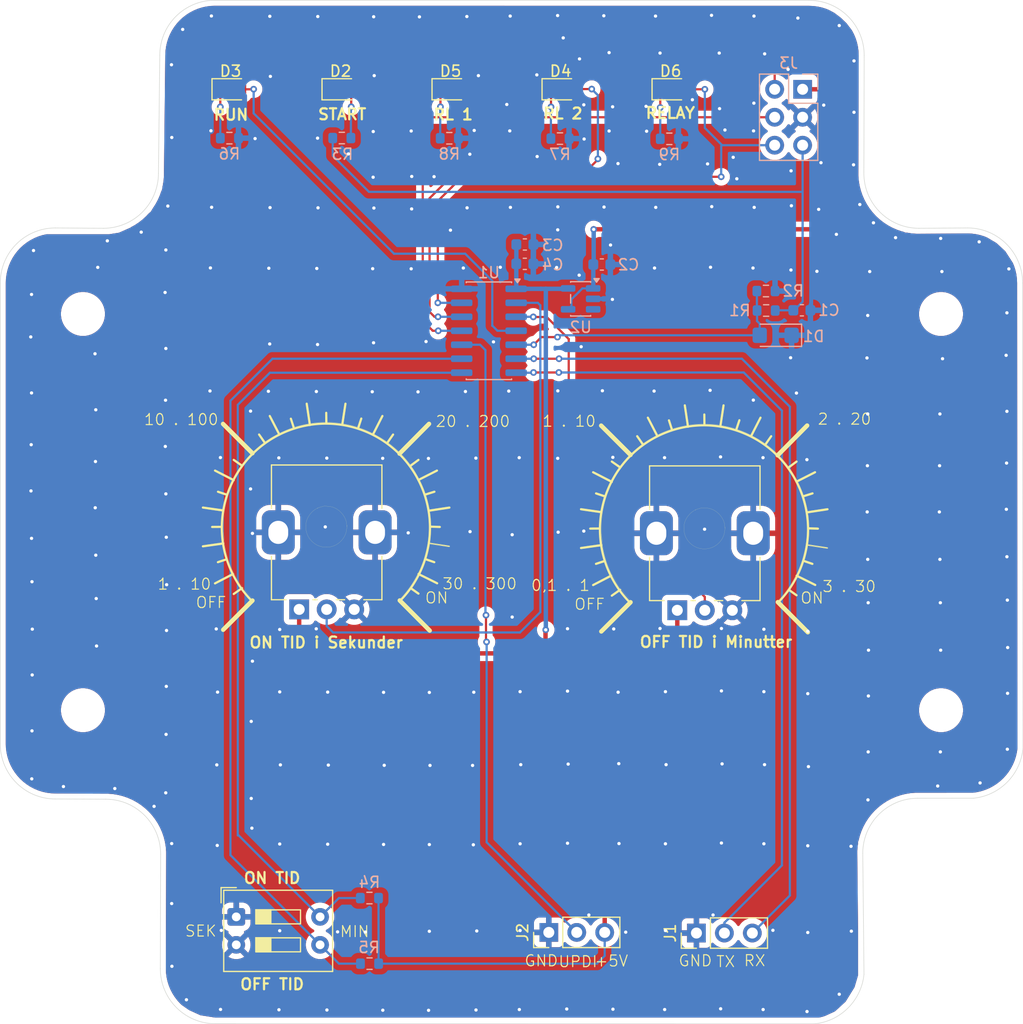
<source format=kicad_pcb>
(kicad_pcb (version 20241229) (generator "pcbnew") (generator_version "9.0")
  (layers (0 "F.Cu" signal) (2 "B.Cu" signal) (13 "F.Paste" user) (15 "B.Paste" user) (5 "F.SilkS" user "F.Silkscreen") (7 "B.SilkS" user "B.Silkscreen") (1 "F.Mask" user) (3 "B.Mask" user) (25 "Edge.Cuts" user))
  (net 0 "")
  (net 1 "+5V")
  (net 2 "+12V")
  (net 3 "GND")
  (net 4 "START")
  (net 5 "RUN_Led")
  (net 6 "Net-(D2-A)")
  (net 7 "TX")
  (net 8 "RX")
  (net 9 "UPDI")
  (net 10 "OFF_Scale")
  (net 11 "ON_Scale")
  (net 12 "/ON_Time")
  (net 13 "/OFF_Time")
  (net 14 "Net-(D3-K)")
  (net 15 "VALVE_OUT")
  (net 16 "Net-(D4-K)")
  (net 17 "BLEED_OFF")
  (net 18 "Net-(D5-K)")
  (net 19 "RELAY_OUT")
  (net 20 "Net-(D6-K)")
  (net 22 "START_CONN")
  (footprint "LED_SMD:LED_0805_2012Metric" (layer "F.Cu") (at 116.22 59.44)
    (property "Reference" "D3")
    (property "Value" "LED" (hide yes))
  )
  (footprint "MountingHole:MountingHole_3.5mm" (layer "F.Cu") (at 180.803167 115.853167)
    (property "Reference" "H3" (hide yes))
    (property "Value" "MountingHole" (hide yes))
  )
  (footprint "Button_Switch_THT:SW_DIP_SPSTx02_Slide_9.78x7.26mm_W7.62mm_P2.54mm" (layer "F.Cu") (at 116.74 134.63)
    (property "Reference" "SW1" (hide yes))
    (property "Value" "SW_DIP_x02" (hide yes))
  )
  (footprint "LED_SMD:LED_0805_2012Metric" (layer "F.Cu") (at 156.22 59.44)
    (property "Reference" "D6")
    (property "Value" "LED")
  )
  (footprint "LED_SMD:LED_0805_2012Metric" (layer "F.Cu") (at 126.22 59.44)
    (property "Reference" "D2")
    (property "Value" "LED")
  )
  (footprint "Connector_PinHeader_2.54mm:PinHeader_1x03_P2.54mm_Vertical" (layer "F.Cu") (at 158.57 136.1 90)
    (property "Reference" "J1")
    (property "Value" "Debug")
  )
  (footprint "LED_SMD:LED_0805_2012Metric" (layer "F.Cu") (at 136.22 59.44)
    (property "Reference" "D5")
    (property "Value" "LED")
  )
  (footprint "MountingHole:MountingHole_3.5mm" (layer "F.Cu") (at 180.803167 79.853167)
    (property "Reference" "H2" (hide yes))
    (property "Value" "MountingHole" (hide yes))
  )
  (footprint "Connector_PinHeader_2.54mm:PinHeader_1x03_P2.54mm_Vertical" (layer "F.Cu") (at 145.15 136.04 90)
    (property "Reference" "J2")
    (property "Value" "UPDI")
  )
  (footprint "LED_SMD:LED_0805_2012Metric" (layer "F.Cu") (at 146.22 59.44)
    (property "Reference" "D4")
    (property "Value" "LED")
  )
  (footprint "MountingHole:MountingHole_3.5mm" (layer "F.Cu") (at 102.803167 79.853167)
    (property "Reference" "H1" (hide yes))
    (property "Value" "MountingHole" (hide yes))
  )
  (footprint "Potentiometer_THT:Potentiometer_Alps_RK09K_Single_Vertical" (layer "F.Cu") (at 156.82838 106.775637 90)
    (property "Reference" "RV2" (hide yes))
    (property "Value" "10k")
  )
  (footprint "Potentiometer_THT:Potentiometer_Alps_RK09K_Single_Vertical" (layer "F.Cu") (at 122.45838 106.695637 90)
    (property "Reference" "RV1" (hide yes))
    (property "Value" "10k")
  )
  (footprint "MountingHole:MountingHole_3.5mm" (layer "F.Cu") (at 102.803167 115.853167)
    (property "Reference" "H4" (hide yes))
    (property "Value" "MountingHole" (hide yes))
  )
  (footprint "Resistor_SMD:R_0603_1608Metric" (layer "B.Cu") (at 146.165 63.92)
    (property "Reference" "R7")
    (property "Value" "1k5" (hide yes))
  )
  (footprint "Capacitor_SMD:C_0603_1608Metric" (layer "B.Cu") (at 142.968928 75.3 180)
    (property "Reference" "C4")
    (property "Value" "100nF" (hide yes))
  )
  (footprint "Connector_PinHeader_2.54mm:PinHeader_2x03_P2.54mm_Vertical" (layer "B.Cu") (at 168.22 59.44 180)
    (property "Reference" "J3")
    (property "Value" "Conn_02x03_Odd_Even" (hide yes))
  )
  (footprint "Resistor_SMD:R_0603_1608Metric" (layer "B.Cu") (at 116.115 63.88)
    (property "Reference" "R6")
    (property "Value" "1k5" (hide yes))
  )
  (footprint "Package_TO_SOT_SMD:SOT-23-5" (layer "B.Cu") (at 148.041428 78.48 180)
    (property "Reference" "U2")
    (property "Value" "MCP1804x-5002xOT" (hide yes))
  )
  (footprint "Resistor_SMD:R_0603_1608Metric" (layer "B.Cu") (at 136.105 63.89)
    (property "Reference" "R8")
    (property "Value" "1k5" (hide yes))
  )
  (footprint "Resistor_SMD:R_0603_1608Metric" (layer "B.Cu") (at 128.855 138.88 180)
    (property "Reference" "R5")
    (property "Value" "10k" (hide yes))
  )
  (footprint "Resistor_SMD:R_0603_1608Metric" (layer "B.Cu") (at 156.105 63.94)
    (property "Reference" "R9")
    (property "Value" "1k5" (hide yes))
  )
  (footprint "Capacitor_SMD:C_0603_1608Metric" (layer "B.Cu") (at 149.968928 75.36)
    (property "Reference" "C2")
    (property "Value" "100nF" (hide yes))
  )
  (footprint "Resistor_SMD:R_0603_1608Metric" (layer "B.Cu") (at 128.845 132.92 180)
    (property "Reference" "R4")
    (property "Value" "10k" (hide yes))
  )
  (footprint "Capacitor_SMD:C_0603_1608Metric" (layer "B.Cu") (at 168.155 79.52)
    (property "Reference" "C1")
    (property "Value" "100nF" (hide yes))
  )
  (footprint "Resistor_SMD:R_0603_1608Metric" (layer "B.Cu") (at 164.905 79.54)
    (property "Reference" "R1")
    (property "Value" "4k7" (hide yes))
  )
  (footprint "Capacitor_SMD:C_0603_1608Metric" (layer "B.Cu") (at 142.973928 73.54 180)
    (property "Reference" "C3")
    (property "Value" "10uF" (hide yes))
  )
  (footprint "Diode_SMD:D_SMF" (layer "B.Cu") (at 165.77 81.79 180)
    (property "Reference" "D1")
    (property "Value" "5v1" (hide yes))
  )
  (footprint "Resistor_SMD:R_0603_1608Metric" (layer "B.Cu") (at 126.335 63.87 180)
    (property "Reference" "R3")
    (property "Value" "4k7" (hide yes))
  )
  (footprint "Package_SO:SOIC-14_3.9x8.7mm_P1.27mm" (layer "B.Cu") (at 139.705 81.38 180)
    (property "Reference" "U1")
    (property "Value" "ATtiny3224-SS" (hide yes))
  )
  (footprint "Resistor_SMD:R_0603_1608Metric" (layer "B.Cu") (at 164.89 77.77 180)
    (property "Reference" "R2")
    (property "Value" "2k7" (hide yes))
  )
  (gr_arc (start 132.744314 93.790121) (mid 132.771275 93.82442) (end 132.795888 93.860432) (stroke (width 0.008)) (layer "F.SilkS"))
  (gr_line (start 162.47258 89.507937) (end 162.185867 90.377771) (stroke (width 0.2)) (layer "F.SilkS"))
  (gr_arc (start 135.316669 99.192703) (mid 135.315177 99.213039) (end 135.303635 99.229834) (stroke (width 0.008)) (layer "F.SilkS"))
  (gr_line (start 149.73773 94.419399) (end 149.468445 94.291318) (stroke (width 0.008)) (layer "F.SilkS"))
  (gr_line (start 160.821261 89.014379) (end 160.769473 89.35947) (stroke (width 0.008)) (layer "F.SilkS"))
  (gr_arc (start 123.08928 88.131378) (mid 123.08541 88.090666) (end 123.08421 88.051862) (stroke (width 0.008)) (layer "F.SilkS"))
  (gr_arc (start 118.337689 92.61818) (mid 118.323728 92.630747) (end 118.30846 92.641688) (stroke (width 0.008)) (layer "F.SilkS"))
  (gr_line (start 131.873161 92.948303) (end 132.025522 93.127848) (stroke (width 0.008)) (layer "F.SilkS"))
  (gr_line (start 167.924593 102.898096) (end 167.886923 102.995142) (stroke (width 0.008)) (layer "F.SilkS"))
  (gr_line (start 123.158244 88.649486) (end 123.20421 88.962703) (stroke (width 0.008)) (layer "F.SilkS"))
  (gr_line (start 117.752857 106.610312) (end 118.114441 106.232006) (stroke (width 0.008)) (layer "F.SilkS"))
  (gr_line (start 150.25011 102.383725) (end 150.273948 102.469294) (stroke (width 0.008)) (layer "F.SilkS"))
  (gr_arc (start 157.690879 89.917749) (mid 157.692233 89.930281) (end 157.69268 89.942745) (stroke (width 0.008)) (layer "F.SilkS"))
  (gr_line (start 115.970466 102.505689) (end 116.066757 102.745405) (stroke (width 0.008)) (layer "F.SilkS"))
  (gr_line (start 115.799162 96.333743) (end 115.768587 96.471753) (stroke (width 0.008)) (layer "F.SilkS"))
  (gr_line (start 115.571599 101.07157) (end 115.599813 101.21612) (stroke (width 0.008)) (layer "F.SilkS"))
  (gr_line (start 134.167307 97.819521) (end 134.210961 98.148296) (stroke (width 0.008)) (layer "F.SilkS"))
  (gr_line (start 162.141638 90.249686) (end 161.980132 90.213247) (stroke (width 0.008)) (layer "F.SilkS"))
  (gr_line (start 149.831324 100.765751) (end 149.569377 100.806693) (stroke (width 0.008)) (layer "F.SilkS"))
  (gr_line (start 149.941818 99.003881) (end 149.980256 98.360181) (stroke (width 0.008)) (layer "F.SilkS"))
  (gr_arc (start 160.326454 100.888223) (mid 160.173085 100.981554) (end 160.010852 101.058447) (stroke (width 0.008)) (layer "F.SilkS"))
  (gr_line (start 123.580539 89.766194) (end 123.506563 89.773106) (stroke (width 0.008)) (layer "F.SilkS"))
  (gr_arc (start 135.04421 104.322577) (mid 135.043051 104.334281) (end 135.039599 104.345523) (stroke (width 0.008)) (layer "F.SilkS"))
  (gr_line (start 131.607323 92.689202) (end 131.684281 92.75442) (stroke (width 0.008)) (layer "F.SilkS"))
  (gr_arc (start 123.201539 89.828043) (mid 123.22723 89.823984) (end 123.25211 89.822703) (stroke (width 0.008)) (layer "F.SilkS"))
  (gr_line (start 157.401135 90.016217) (end 157.199807 90.061739) (stroke (width 0.008)) (layer "F.SilkS"))
  (gr_arc (start 158.085279 97.914656) (mid 158.226304 97.803522) (end 158.378349 97.707888) (stroke (width 0.008)) (layer "F.SilkS"))
  (gr_line (start 169.205315 97.700835) (end 168.941207 97.739587) (stroke (width 0.008)) (layer "F.SilkS"))
  (gr_line (start 125.239287 97.349937) (end 125.051417 97.327825) (stroke (width 0.008)) (layer "F.SilkS"))
  (gr_line (start 117.212103 104.512933) (end 117.131684 104.412588) (stroke (width 0.008)) (layer "F.SilkS"))
  (gr_arc (start 148.285716 97.701354) (mid 148.126904 97.667057) (end 148.057274 97.646013) (stroke (width 0.008)) (layer "F.SilkS"))
  (gr_line (start 118.058551 105.827909) (end 116.747788 107.139124) (stroke (width 0.008)) (layer "F.SilkS"))
  (gr_arc (start 129.985754 89.084603) (mid 130.002207 89.068442) (end 130.024084 89.062703) (stroke (width 0.008)) (layer "F.SilkS"))
  (gr_line (start 168.762025 98.456138) (end 168.745769 98.288069) (stroke (width 0.008)) (layer "F.SilkS"))
  (gr_line (start 168.378708 102.226438) (end 168.415516 102.060618) (stroke (width 0.008)) (layer "F.SilkS"))
  (gr_line (start 126.558212 89.270068) (end 126.60421 88.962703) (stroke (width 0.008)) (layer "F.SilkS"))
  (gr_line (start 148.441382 97.730925) (end 148.932222 97.806256) (stroke (width 0.008)) (layer "F.SilkS"))
  (gr_line (start 118.058551 92.577497) (end 117.82138 92.843303) (stroke (width 0.008)) (layer "F.SilkS"))
  (gr_line (start 162.416678 89.963552) (end 162.501098 89.681053) (stroke (width 0.008)) (layer "F.SilkS"))
  (gr_arc (start 157.570009 89.980177) (mid 157.5957 89.976118) (end 157.62058 89.974837) (stroke (width 0.008)) (layer "F.SilkS"))
  (gr_line (start 151.171085 93.5781) (end 151.412104 93.75189) (stroke (width 0.008)) (layer "F.SilkS"))
  (gr_arc (start 170.493802 97.552898) (mid 170.519445 97.572159) (end 170.525282 97.603712) (stroke (width 0.008)) (layer "F.SilkS"))
  (gr_line (start 133.518453 102.843008) (end 133.488666 102.924596) (stroke (width 0.008)) (layer "F.SilkS"))
  (gr_line (start 131.778286 92.845034) (end 131.873161 92.948303) (stroke (width 0.008)) (layer "F.SilkS"))
  (gr_arc (start 134.013342 102.083517) (mid 134.010487 102.079344) (end 134.010238 102.074304) (stroke (width 0.008)) (layer "F.SilkS"))
  (gr_line (start 166.71322 105.022692) (end 166.536872 105.252237) (stroke (width 0.008)) (layer "F.SilkS"))
  (gr_arc (start 118.854943 90.768883) (mid 118.911186 90.818228) (end 118.960803 90.87384) (stroke (width 0.008)) (layer "F.SilkS"))
  (gr_line (start 123.032665 89.864083) (end 122.831337 89.909605) (stroke (width 0.008)) (layer "F.SilkS"))
  (gr_arc (start 135.039599 94.059883) (mid 135.043041 94.071127) (end 135.04421 94.082829) (stroke (width 0.008)) (layer "F.SilkS"))
  (gr_arc (start 150.69268 95.607735) (mid 150.691605 95.620272) (end 150.688224 95.632944) (stroke (width 0.008)) (layer "F.SilkS"))
  (gr_line (start 121.760212 89.811418) (end 121.875322 90.180133) (stroke (width 0.008)) (layer "F.SilkS"))
  (gr_line (start 168.511812 101.652736) (end 168.565778 101.42771) (stroke (width 0.008)) (layer "F.SilkS"))
  (gr_line (start 159.019758 97.481525) (end 158.8019 97.536798) (stroke (width 0.008)) (layer "F.SilkS"))
  (gr_line (start 168.941207 100.970087) (end 169.205315 101.008839) (stroke (width 0.008)) (layer "F.SilkS"))
  (gr_line (start 153.962432 91.662729) (end 154.063056 91.58211) (stroke (width 0.008)) (layer "F.SilkS"))
  (gr_line (start 116.71627 104.040755) (end 116.815337 104.217345) (stroke (width 0.008)) (layer "F.SilkS"))
  (gr_line (start 129.68768 89.97577) (end 129.839648 89.667753) (stroke (width 0.008)) (layer "F.SilkS"))
  (gr_line (start 126.789528 89.864342) (end 126.62023 89.828146) (stroke (width 0.008)) (layer "F.SilkS"))
  (gr_line (start 123.280298 88.371405) (end 123.233996 88.12766) (stroke (width 0.008)) (layer "F.SilkS"))
  (gr_line (start 133.462358 103.034395) (end 133.104915 103.679833) (stroke (width 0.008)) (layer "F.SilkS"))
  (gr_line (start 151.737256 105.163173) (end 151.798967 105.241634) (stroke (width 0.008)) (layer "F.SilkS"))
  (gr_line (start 126.767614 98.912078) (end 126.749754 98.780493) (stroke (width 0.008)) (layer "F.SilkS"))
  (gr_line (start 166.76381 105.234145) (end 166.842915 105.140231) (stroke (width 0.008)) (layer "F.SilkS"))
  (gr_arc (start 162.463816 89.462233) (mid 162.490378 89.464938) (end 162.511124 89.481768) (stroke (width 0.008)) (layer "F.SilkS"))
  (gr_line (start 130.82421 91.18617) (end 130.908478 91.061192) (stroke (width 0.008)) (layer "F.SilkS"))
  (gr_arc (start 118.234049 105.999332) (mid 124.79344 89.816975) (end 131.672997 105.865837) (stroke (width 0.2)) (layer "F.SilkS"))
  (gr_arc (start 153.531245 91.774323) (mid 153.505868 91.793243) (end 153.479437 91.810661) (stroke (width 0.008)) (layer "F.SilkS"))
  (gr_line (start 122.198429 90.059867) (end 122.032665 90.096662) (stroke (width 0.008)) (layer "F.SilkS"))
  (gr_line (start 133.600782 95.767535) (end 133.710406 96.041024) (stroke (width 0.008)) (layer "F.SilkS"))
  (gr_line (start 131.261879 92.328627) (end 131.352493 92.422632) (stroke (width 0.008)) (layer "F.SilkS"))
  (gr_line (start 151.629407 105.051415) (end 151.679028 105.098761) (stroke (width 0.008)) (layer "F.SilkS"))
  (gr_line (start 133.104915 103.679833) (end 132.769657 104.274927) (stroke (width 0.008)) (layer "F.SilkS"))
  (gr_line (start 167.707307 94.967898) (end 167.458115 94.512203) (stroke (width 0.008)) (layer "F.SilkS"))
  (gr_arc (start 114.801547 104.378114) (mid 114.791107 104.372537) (end 114.781947 104.365041) (stroke (width 0.008)) (layer "F.SilkS"))
  (gr_line (start 170.103978 100.978749) (end 169.613138 100.903418) (stroke (width 0.008)) (layer "F.SilkS"))
  (gr_line (start 153.286132 91.956855) (end 153.147828 92.071757) (stroke (width 0.008)) (layer "F.SilkS"))
  (gr_line (start 127.825384 89.974626) (end 127.789971 90.084044) (stroke (width 0.008)) (layer "F.SilkS"))
  (gr_arc (start 115.031141 102.441147) (mid 115.014264 102.420421) (end 115.011606 102.393839) (stroke (width 0.008)) (layer "F.SilkS"))
  (gr_arc (start 169.352299 104.534837) (mid 169.330264 104.532471) (end 169.308989 104.525338) (stroke (width 0.008)) (layer "F.SilkS"))
  (gr_line (start 150.255964 90.09905) (end 150.054574 89.930746) (stroke (width 0.008)) (layer "F.SilkS"))
  (gr_line (start 151.116258 107.291258) (end 150.407908 108.003794) (stroke (width 0.008)) (layer "F.SilkS"))
  (gr_line (start 117.658837 105.107792) (end 117.44421 104.826337) (stroke (width 0.008)) (layer "F.SilkS"))
  (gr_line (start 168.534829 100.743055) (end 168.468632 101.079835) (stroke (width 0.008)) (layer "F.SilkS"))
  (gr_line (start 167.675867 103.632771) (end 169.36828 104.474637) (stroke (width 0.2)) (layer "F.SilkS"))
  (gr_line (start 133.92678 102.231591) (end 134.295495 102.346701) (stroke (width 0.008)) (layer "F.SilkS"))
  (gr_line (start 134.257556 102.163676) (end 134.132546 102.124136) (stroke (width 0.008)) (layer "F.SilkS"))
  (gr_line (start 169.308989 104.525338) (end 169.308985 104.525347) (stroke (width 0.008)) (layer "F.SilkS"))
  (gr_line (start 133.518453 95.562398) (end 133.556123 95.659444) (stroke (width 0.008)) (layer "F.SilkS"))
  (gr_line (start 167.707307 103.741776) (end 168.499613 104.138307) (stroke (width 0.008)) (layer "F.SilkS"))
  (gr_arc (start 156.049476 89.698501) (mid 156.028069 89.612649) (end 156.018339 89.54356) (stroke (width 0.008)) (layer "F.SilkS"))
  (gr_line (start 150.594645 90.419933) (end 150.255964 90.09905) (stroke (width 0.008)) (layer "F.SilkS"))
  (gr_arc (start 166.396114 93.017687) (mid 166.415724 93.035446) (end 166.43382 93.054938) (stroke (width 0.008)) (layer "F.SilkS"))
  (gr_arc (start 168.61268 108.806036) (mid 168.564272 108.801518) (end 168.521942 108.778426) (stroke (width 0.008)) (layer "F.SilkS"))
  (gr_line (start 167.169901 105.190544) (end 167.29268 105.274837) (stroke (width 0.008)) (layer "F.SilkS"))
  (gr_line (start 168.689054 108.563788) (end 168.530489 108.373833) (stroke (width 0.008)) (layer "F.SilkS"))
  (gr_arc (start 160.612758 100.650949) (mid 160.475147 100.776272) (end 160.326454 100.888223) (stroke (width 0.008)) (layer "F.SilkS"))
  (gr_line (start 158.515364 97.637979) (end 158.421104 97.686073) (stroke (width 0.008)) (layer "F.SilkS"))
  (gr_arc (start 134.346096 89.822306) (mid 134.35299 89.850509) (end 134.357493 89.879192) (stroke (width 0.008)) (layer "F.SilkS"))
  (gr_arc (start 124.846234 89.016259) (mid 124.849337 88.931965) (end 124.855489 88.870894) (stroke (width 0.008)) (layer "F.SilkS"))
  (gr_arc (start 156.034236 89.481768) (mid 156.054962 89.464891) (end 156.081544 89.462233) (stroke (width 0.008)) (layer "F.SilkS"))
  (gr_line (start 116.617686 93.290458) (end 116.802615 93.425966) (stroke (width 0.008)) (layer "F.SilkS"))
  (gr_arc (start 150.528439 102.674629) (mid 150.441445 102.447279) (end 150.325013 102.097939) (stroke (width 0.008)) (layer "F.SilkS"))
  (gr_line (start 160.750867 90.007771) (end 161.03428 88.156837) (stroke (width 0.2)) (layer "F.SilkS"))
  (gr_line (start 119.386552 91.666143) (end 119.496163 91.584951) (stroke (width 0.008)) (layer "F.SilkS"))
  (gr_line (start 160.997678 90.158885) (end 161.49268 90.276205) (stroke (width 0.008)) (layer "F.SilkS"))
  (gr_line (start 119.917475 91.09883) (end 119.749837 91.200144) (stroke (width 0.008)) (layer "F.SilkS"))
  (gr_line (start 162.387137 90.356105) (end 162.301568 90.332267) (stroke (width 0.008)) (layer "F.SilkS"))
  (gr_line (start 131.955594 105.613788) (end 131.996078 105.569332) (stroke (width 0.008)) (layer "F.SilkS"))
  (gr_line (start 151.737256 93.546501) (end 151.679028 93.610913) (stroke (width 0.008)) (layer "F.SilkS"))
  (gr_arc (start 131.486525 92.620388) (mid 131.472491 92.604628) (end 131.460373 92.587351) (stroke (width 0.008)) (layer "F.SilkS"))
  (gr_arc (start 153.897769 91.503682) (mid 153.871374 91.52559) (end 153.843994 91.546255) (stroke (width 0.008)) (layer "F.SilkS"))
  (gr_line (start 165.20268 91.90281) (end 165.114555 91.834555) (stroke (width 0.008)) (layer "F.SilkS"))
  (gr_line (start 150.054414 108.374101) (end 149.844317 108.611344) (stroke (width 0.008)) (layer "F.SilkS"))
  (gr_line (start 167.17171 104.685264) (end 167.253891 104.552856) (stroke (width 0.008)) (layer "F.SilkS"))
  (gr_line (start 152.765937 92.644629) (end 152.765925 92.644616) (stroke (width 0.008)) (layer "F.SilkS"))
  (gr_arc (start 133.334614 93.158124) (mid 133.280811 93.217548) (end 133.220445 93.27042) (stroke (width 0.008)) (layer "F.SilkS"))
  (gr_arc (start 150.919504 105.483594) (mid 150.897868 105.492336) (end 150.877432 105.494837) (stroke (width 0.008)) (layer "F.SilkS"))
  (gr_arc (start 150.063929 108.771122) (mid 150.005129 108.803658) (end 149.949175 108.808121) (stroke (width 0.008)) (layer "F.SilkS"))
  (gr_line (start 129.734133 89.530409) (end 129.556999 89.877773) (stroke (width 0.008)) (layer "F.SilkS"))
  (gr_arc (start 116.473788 105.248467) (mid 116.527363 105.189514) (end 116.587687 105.136931) (stroke (width 0.008)) (layer "F.SilkS"))
  (gr_line (start 156.754156 90.168933) (end 156.566899 90.212001) (stroke (width 0.008)) (layer "F.SilkS"))
  (gr_line (start 159.983442 89.849436) (end 159.80268 89.836123) (stroke (width 0.008)) (layer "F.SilkS"))
  (gr_arc (start 148.057274 97.646013) (mid 148.032933 97.629917) (end 148.020078 97.603712) (stroke (width 0.008)) (layer "F.SilkS"))
  (gr_arc (start 114.867974 104.37318) (mid 114.846624 104.380328) (end 114.824591 104.382703) (stroke (width 0.008)) (layer "F.SilkS"))
  (gr_line (start 132.597262 104.910746) (end 132.690918 104.967328) (stroke (width 0.008)) (layer "F.SilkS"))
  (gr_arc (start 129.976434 91.337256) (mid 130.092651 91.408363) (end 130.208656 91.489708) (stroke (width 0.008)) (layer "F.SilkS"))
  (gr_arc (start 126.779817 99.05162) (mid 126.775462 99.370777) (end 126.750153 99.557333) (stroke (width 0.008)) (layer "F.SilkS"))
  (gr_line (start 170.103978 97.730925) (end 170.347756 97.684617) (stroke (width 0.008)) (layer "F.SilkS"))
  (gr_line (start 129.15004 90.692843) (end 128.927125 90.579757) (stroke (width 0.008)) (layer "F.SilkS"))
  (gr_arc (start 115.450618 108.54652) (mid 115.453925 108.500072) (end 115.475847 108.45921) (stroke (width 0.008)) (layer "F.SilkS"))
  (gr_arc (start 115.956543 101.945805) (mid 115.853056 101.575186) (end 115.766778 101.200186) (stroke (width 0.008)) (layer "F.SilkS"))
  (gr_line (start 125.96507 89.896577) (end 126.292428 89.940554) (stroke (width 0.008)) (layer "F.SilkS"))
  (gr_line (start 116.185302 95.382433) (end 116.066757 95.660001) (stroke (width 0.008)) (layer "F.SilkS"))
  (gr_arc (start 157.488749 88.102423) (mid 157.505142 88.100725) (end 157.521555 88.102235) (stroke (width 0.008)) (layer "F.SilkS"))
  (gr_arc (start 125.48421 97.398486) (mid 125.696867 97.480728) (end 125.896895 97.590159) (stroke (width 0.008)) (layer "F.SilkS"))
  (gr_line (start 168.565778 101.42771) (end 168.6113 101.226382) (stroke (width 0.008)) (layer "F.SilkS"))
  (gr_line (start 129.839648 89.667753) (end 129.967729 89.398468) (stroke (width 0.008)) (layer "F.SilkS"))
  (gr_arc (start 114.768821 104.345523) (mid 114.765379 104.334279) (end 114.76421 104.322577) (stroke (width 0.008)) (layer "F.SilkS"))
  (gr_line (start 134.3526 97.93783) (end 134.344205 97.865138) (stroke (width 0.008)) (layer "F.SilkS"))
  (gr_line (start 116.507397 94.956873) (end 114.80861 94.082903) (stroke (width 0.2)) (layer "F.SilkS"))
  (gr_line (start 128.927125 90.579757) (end 128.72448 90.483795) (stroke (width 0.008)) (layer "F.SilkS"))
  (gr_arc (start 115.905466 96.088287) (mid 115.929674 96.009099) (end 115.957772 95.93132) (stroke (width 0.008)) (layer "F.SilkS"))
  (gr_arc (start 157.455896 88.147962) (mid 157.459823 88.131586) (end 157.467515 88.116603) (stroke (width 0.008)) (layer "F.SilkS"))
  (gr_line (start 115.512925 96.058705) (end 115.230426 95.974285) (stroke (width 0.008)) (layer "F.SilkS"))
  (gr_line (start 160.660898 90.092688) (end 160.997678 90.158885) (stroke (width 0.008)) (layer "F.SilkS"))
  (gr_line (start 125.19231 89.835728) (end 125.510155 89.855521) (stroke (width 0.008)) (layer "F.SilkS"))
  (gr_line (start 149.773009 102.360988) (end 149.596674 102.418357) (stroke (width 0.008)) (layer "F.SilkS"))
  (gr_line (start 169.11958 96.154937) (end 168.245867 96.427771) (stroke (width 0.2)) (layer "F.SilkS"))
  (gr_arc (start 151.48172 93.917264) (mid 151.441362 93.968478) (end 151.394237 94.013545) (stroke (width 0.008)) (layer "F.SilkS"))
  (gr_line (start 161.980132 90.213247) (end 161.79617 90.17009) (stroke (width 0.008)) (layer "F.SilkS"))
  (gr_line (start 160.45268 89.895311) (end 160.339375 89.881743) (stroke (width 0.008)) (layer "F.SilkS"))
  (gr_arc (start 168.672501 100.940214) (mid 168.678073 100.93624) (end 168.684772 100.934837) (stroke (width 0.008)) (layer "F.SilkS"))
  (gr_line (start 118.21121 105.891803) (end 115.55211 108.546803) (stroke (width 0.4)) (layer "F.SilkS"))
  (gr_arc (start 164.344904 91.48939) (mid 164.461121 91.560497) (end 164.577126 91.641842) (stroke (width 0.008)) (layer "F.SilkS"))
  (gr_line (start 115.201047 97.750987) (end 115.462878 97.792033) (stroke (width 0.008)) (layer "F.SilkS"))
  (gr_line (start 134.899577 97.70591) (end 135.244668 97.654122) (stroke (width 0.008)) (layer "F.SilkS"))
  (gr_arc (start 164.4155 89.219448) (mid 164.425901 89.225056) (end 164.435018 89.232574) (stroke (width 0.008)) (layer "F.SilkS"))
  (gr_arc (start 135.290361 99.155298) (mid 135.307537 99.171173) (end 135.316669 99.192703) (stroke (width 0.008)) (layer "F.SilkS"))
  (gr_arc (start 114.801547 94.027292) (mid 114.812842 94.023855) (end 114.824591 94.022703) (stroke (width 0.008)) (layer "F.SilkS"))
  (gr_arc (start 115.03679 102.355847) (mid 115.07307 102.333468) (end 115.110927 102.313875) (stroke (width 0.008)) (layer "F.SilkS"))
  (gr_line (start 132.80324 104.53313) (end 132.885421 104.400722) (stroke (width 0.008)) (layer "F.SilkS"))
  (gr_line (start 115.231916 94.37278) (end 115.57928 94.549914) (stroke (width 0.008)) (layer "F.SilkS"))
  (gr_arc (start 134.316302 100.782703) (mid 134.328766 100.783148) (end 134.341199 100.78449) (stroke (width 0.008)) (layer "F.SilkS"))
  (gr_arc (start 124.855489 88.870894) (mid 124.861784 88.836341) (end 124.871718 88.802653) (stroke (width 0.008)) (layer "F.SilkS"))
  (gr_arc (start 170.525282 97.603712) (mid 170.512446 97.629934) (end 170.488086 97.646013) (stroke (width 0.008)) (layer "F.SilkS"))
  (gr_line (start 116.066757 102.745405) (end 116.185302 103.022973) (stroke (width 0.008)) (layer "F.SilkS"))
  (gr_line (start 168.501016 102.27627) (end 168.391438 102.240994) (stroke (width 0.008)) (layer "F.SilkS"))
  (gr_line (start 151.015047 105.430452) (end 151.13045 105.359609) (stroke (width 0.008)) (layer "F.SilkS"))
  (gr_line (start 122.831337 89.909605) (end 122.606311 89.963571) (stroke (width 0.008)) (layer "F.SilkS"))
  (gr_line (start 167.214867 91.19265) (end 165.90942 92.497648) (stroke (width 0.008)) (layer "F.SilkS"))
  (gr_line (start 160.769473 89.35947) (end 160.724667 89.651013) (stroke (width 0.008)) (layer "F.SilkS"))
  (gr_line (start 117.035541 104.811486) (end 116.802615 104.97944) (stroke (width 0.008)) (layer "F.SilkS"))
  (gr_arc (start 151.408541 94.282598) (mid 151.464631 94.193528) (end 151.528584 94.109478) (stroke (width 0.008)) (layer "F.SilkS"))
  (gr_line (start 166.393992 105.429692) (end 166.241631 105.609237) (stroke (width 0.008)) (layer "F.SilkS"))
  (gr_arc (start 134.293637 97.598605) (mid 134.289347 97.585544) (end 134.286555 97.572084) (stroke (width 0.008)) (layer "F.SilkS"))
  (gr_line (start 132.885421 94.004684) (end 132.795888 93.860432) (stroke (width 0.008)) (layer "F.SilkS"))
  (gr_arc (start 118.273927 105.746397) (mid 118.295223 105.756153) (end 118.315031 105.768656) (stroke (width 0.008)) (layer "F.SilkS"))
  (gr_line (start 128.735898 90.644562) (end 128.735902 90.644555) (stroke (width 0.008)) (layer "F.SilkS"))
  (gr_line (start 168.944974 104.18476) (end 168.59761 104.007626) (stroke (width 0.008)) (layer "F.SilkS"))
  (gr_line (start 134.708445 94.139184) (end 134.43916 94.267265) (stroke (width 0.008)) (layer "F.SilkS"))
  (gr_line (start 153.567247 91.650659) (end 153.586399 91.681375) (stroke (width 0.008)) (layer "F.SilkS"))
  (gr_line (start 131.30258 92.133378) (end 131.194602 92.039748) (stroke (width 0.008)) (layer "F.SilkS"))
  (gr_line (start 150.76282 103.600667) (end 149.94775 104.007626) (stroke (width 0.008)) (layer "F.SilkS"))
  (gr_line (start 132.222562 93.096609) (end 132.138234 92.990317) (stroke (width 0.008)) (layer "F.SilkS"))
  (gr_arc (start 168.377603 96.484865) (mid 168.37787 96.47944) (end 168.38093 96.474906) (stroke (width 0.008)) (layer "F.SilkS"))
  (gr_arc (start 149.819088 90.01102) (mid 149.824018 89.987252) (end 149.831929 89.964303) (stroke (width 0.008)) (layer "F.SilkS"))
  (gr_line (start 115.077397 96.005637) (end 115.887397 96.275637) (stroke (width 0.2)) (layer "F.SilkS"))
  (gr_arc (start 134.157276 89.777402) (mid 134.201613 89.752401) (end 134.248027 89.749111) (stroke (width 0.008)) (layer "F.SilkS"))
  (gr_line (start 133.741663 95.660001) (end 133.623118 95.382433) (stroke (width 0.008)) (layer "F.SilkS"))
  (gr_line (start 114.070831 100.989652) (end 114.681846 100.900121) (stroke (width 0.008)) (layer "F.SilkS"))
  (gr_line (start 168.80763 94.419399) (end 168.499613 94.571367) (stroke (width 0.008)) (layer "F.SilkS"))
  (gr_line (start 116.988451 93.904404) (end 116.908943 94.03074) (stroke (width 0.008)) (layer "F.SilkS"))
  (gr_line (start 115.099975 104.266222) (end 115.36926 104.138141) (stroke (width 0.008)) (layer "F.SilkS"))
  (gr_arc (start 159.85268 97.55062) (mid 160.065337 97.632862) (end 160.265365 97.742293) (stroke (width 0.008)) (layer "F.SilkS"))
  (gr_line (start 115.264319 97.589335) (end 114.681846 97.505285) (stroke (width 0.008)) (layer "F.SilkS"))
  (gr_arc (start 159.240188 88.954787) (mid 159.251121 88.940326) (end 159.2684 88.934837) (stroke (width 0.008)) (layer "F.SilkS"))
  (gr_line (start 152.284684 105.559657) (end 152.027307 105.259926) (stroke (width 0.008)) (layer "F.SilkS"))
  (gr_line (start 149.831348 97.944168) (end 149.831348 97.944167) (stroke (width 0.008)) (layer "F.SilkS"))
  (gr_line (start 116.346188 95.370774) (end 116.346181 95.37077) (stroke (width 0.008)) (layer "F.SilkS"))
  (gr_arc (start 123.322409 89.765615) (mid 123.323763 89.778147) (end 123.32421 89.790611) (stroke (width 0.008)) (layer "F.SilkS"))
  (gr_line (start 155.02685 90.844977) (end 154.619891 90.029907) (stroke (width 0.008)) (layer "F.SilkS"))
  (gr_line (start 134.088957 96.679213) (end 134.0458 96.495251) (stroke (width 0.008)) (layer "F.SilkS"))
  (gr_line (start 168.791304 98.823522) (end 168.778026 98.643263) (stroke (width 0.008)) (layer "F.SilkS"))
  (gr_line (start 157.889498 90.09174) (end 158.218273 90.048086) (stroke (width 0.008)) (layer "F.SilkS"))
  (gr_arc (start 126.655335 87.950101) (mid 126.686914 87.955896) (end 126.706149 87.981581) (stroke (width 0.008)) (layer "F.SilkS"))
  (gr_arc (start 136.156812 97.451578) (mid 136.143976 97.4778) (end 136.119616 97.493879) (stroke (width 0.008)) (layer "F.SilkS"))
  (gr_line (start 115.550929 96.241798) (end 115.676152 96.281548) (stroke (width 0.008)) (layer "F.SilkS"))
  (gr_line (start 115.404539 102.208854) (end 115.228204 102.266223) (stroke (width 0.008)) (layer "F.SilkS"))
  (gr_line (start 115.905466 96.088287) (end 115.88164 96.173815) (stroke (width 0.008)) (layer "F.SilkS"))
  (gr_arc (start 149.892285 89.912951) (mid 149.920489 89.906057) (end 149.949172 89.901554) (stroke (width 0.008)) (layer "F.SilkS"))
  (gr_line (start 164.298214 91.271905) (end 164.115314 91.169402) (stroke (width 0.008)) (layer "F.SilkS"))
  (gr_line (start 125.00421 89.655005) (end 125.00421 89.282125) (stroke (width 0.008)) (layer "F.SilkS"))
  (gr_line (start 131.985035 92.823947) (end 131.955594 92.791618) (stroke (width 0.008)) (layer "F.SilkS"))
  (gr_line (start 152.765925 92.644616) (end 153.057906 92.376412) (stroke (width 0.008)) (layer "F.SilkS"))
  (gr_arc (start 157.45268 88.203996) (mid 157.453487 88.175933) (end 157.455896 88.147962) (stroke (width 0.008)) (layer "F.SilkS"))
  (gr_arc (start 169.685139 99.344837) (mid 169.683647 99.365173) (end 169.672105 99.381968) (stroke (width 0.008)) (layer "F.SilkS"))
  (gr_line (start 129.929744 91.119771) (end 129.746844 91.017268) (stroke (width 0.008)) (layer "F.SilkS"))
  (gr_line (start 165.95218 92.695037) (end 168.63118 89.990637) (stroke (width 0.4)) (layer "F.SilkS"))
  (gr_arc (start 116.32421 95.455601) (mid 116.323135 95.468138) (end 116.319754 95.48081) (stroke (width 0.008)) (layer "F.SilkS"))
  (gr_line (start 131.697534 106.195254) (end 132.065189 106.579928) (stroke (width 0.008)) (layer "F.SilkS"))
  (gr_arc (start 133.346037 105.309498) (mid 133.32856 105.333523) (end 133.300301 105.342703) (stroke (width 0.008)) (layer "F.SilkS"))
  (gr_arc (start 115.450618 89.858886) (mid 115.455548 89.835118) (end 115.463459 89.812169) (stroke (width 0.008)) (layer "F.SilkS"))
  (gr_line (start 169.51268 101.054837) (end 170.132469 101.145732) (stroke (width 0.008)) (layer "F.SilkS"))
  (gr_line (start 161.148336 99.205335) (end 161.136084 99.064212) (stroke (width 0.008)) (layer "F.SilkS"))
  (gr_line (start 117.36765 93.685235) (end 117.44421 93.579069) (stroke (width 0.008)) (layer "F.SilkS"))
  (gr_arc (start 158.919426 101.16024) (mid 158.744325 101.118294) (end 158.574508 101.058447) (stroke (width 0.008)) (layer "F.SilkS"))
  (gr_arc (start 131.478396 105.949687) (mid 131.453873 105.906385) (end 131.450617 105.860531) (stroke (width 0.008)) (layer "F.SilkS"))
  (gr_line (start 116.289967 102.843008) (end 116.252297 102.745962) (stroke (width 0.008)) (layer "F.SilkS"))
  (gr_line (start 163.74981 91.154132) (end 164.344904 91.48939) (stroke (width 0.008)) (layer "F.SilkS"))
  (gr_line (start 120.074287 89.530409) (end 119.935203 89.275948) (stroke (width 0.008)) (layer "F.SilkS"))
  (gr_line (start 128.065889 90.396507) (end 128.339378 90.506131) (stroke (width 0.008)) (layer "F.SilkS"))
  (gr_arc (start 126.244288 100.498815) (mid 126.106677 100.624138) (end 125.957984 100.736089) (stroke (width 0.008)) (layer "F.SilkS"))
  (gr_line (start 166.353505 92.976081) (end 166.324064 92.943752) (stroke (width 0.008)) (layer "F.SilkS"))
  (gr_line (start 115.433926 98.452387) (end 115.388469 99.10023) (stroke (width 0.008)) (layer "F.SilkS"))
  (gr_line (start 133.048445 93.198434) (end 132.92421 93.282703) (stroke (width 0.008)) (layer "F.SilkS"))
  (gr_arc (start 167.714507 93.248042) (mid 167.716694 93.280604) (end 167.703084 93.310258) (stroke (width 0.008)) (layer "F.SilkS"))
  (gr_arc (start 169.308916 94.18436) (mid 169.330266 94.177212) (end 169.352299 94.174837) (stroke (width 0.008)) (layer "F.SilkS"))
  (gr_line (start 151.977195 105.465765) (end 152.087803 105.597352) (stroke (width 0.008)) (layer "F.SilkS"))
  (gr_line (start 129.556999 89.877773) (end 129.15004 90.692843) (stroke (width 0.008)) (layer "F.SilkS"))
  (gr_arc (start 165.969205 105.873245) (mid 165.946649 105.887448) (end 165.921631 105.896477) (stroke (width 0.008)) (layer "F.SilkS"))
  (gr_arc (start 133.83799 95.899808) (mid 133.878746 96.009099) (end 133.902942 96.088246) (stroke (width 0.008)) (layer "F.SilkS"))
  (gr_arc (start 168.909497 102.405607) (mid 169.008124 102.440658) (end 169.065963 102.466009) (stroke (width 0.008)) (layer "F.SilkS"))
  (gr_line (start 154.337165 89.819733) (end 154.489086 90.127655) (stroke (width 0.008)) (layer "F.SilkS"))
  (gr_line (start 157.862315 89.913535) (end 157.821139 89.651849) (stroke (width 0.008)) (layer "F.SilkS"))
  (gr_line (start 159.878625 90.007655) (end 160.33354 90.048711) (stroke (width 0.008)) (layer "F.SilkS"))
  (gr_line (start 151.487274 105.117678) (end 151.580441 105.05739) (stroke (width 0.008)) (layer "F.SilkS"))
  (gr_arc (start 149.847249 90.101641) (mid 149.822378 90.057473) (end 149.819088 90.01102) (stroke (width 0.008)) (layer "F.SilkS"))
  (gr_line (start 123.355629 88.862245) (end 123.280298 88.371405) (stroke (width 0.008)) (layer "F.SilkS"))
  (gr_line (start 115.731879 96.629787) (end 115.686025 96.815512) (stroke (width 0.008)) (layer "F.SilkS"))
  (gr_line (start 169.076915 104.418356) (end 169.308985 104.525347) (stroke (width 0.008)) (layer "F.SilkS"))
  (gr_arc (start 168.714566 89.97444) (mid 168.72146 90.002643) (end 168.725963 90.031326) (stroke (width 0.008)) (layer "F.SilkS"))
  (gr_line (start 116.252297 95.659444) (end 116.289967 95.562398) (stroke (width 0.008)) (layer "F.SilkS"))
  (gr_arc (start 151.606516 93.66402) (mid 151.593218 93.659213) (end 151.578963 93.651328) (stroke (width 0.008)) (layer "F.SilkS"))
  (gr_line (start 169.259928 99.414837) (end 169.51889 99.412988) (stroke (width 0.008)) (layer "F.SilkS"))
  (gr_line (start 131.478396 105.949687) (end 131.697534 106.195254) (stroke (width 0.008)) (layer "F.SilkS"))
  (gr_line (start 118.775403 90.848412) (end 118.826925 90.941663) (stroke (width 0.008)) (layer "F.SilkS"))
  (gr_line (start 130.572065 91.762163) (end 130.80161 91.938511) (stroke (width 0.008)) (layer "F.SilkS"))
  (gr_line (start 167.29268 93.434837) (end 167.169901 93.51913) (stroke (width 0.008)) (layer "F.SilkS"))
  (gr_line (start 167.969252 95.919669) (end 168.078876 96.193158) (stroke (width 0.008)) (layer "F.SilkS"))
  (gr_line (start 115.88164 102.231591) (end 115.905478 102.31716) (stroke (width 0.008)) (layer "F.SilkS"))
  (gr_arc (start 123.367274 100.213321) (mid 123.274667 100.061279) (end 123.198557 99.900343) (stroke (width 0.008)) (layer "F.SilkS"))
  (gr_line (start 150.714651 95.522904) (end 151.069814 94.883487) (stroke (width 0.008)) (layer "F.SilkS"))
  (gr_line (start 150.167632 96.485877) (end 150.137057 96.623887) (stroke (width 0.008)) (layer "F.SilkS"))
  (gr_line (start 150.87748 105.446237) (end 151.629043 104.917771) (stroke (width 0.2)) (layer "F.SilkS"))
  (gr_line (start 130.432615 91.460058) (end 130.317564 91.363249) (stroke (width 0.008)) (layer "F.SilkS"))
  (gr_line (start 116.50901 93.111303) (end 117.247397 93.625637) (stroke (width 0.2)) (layer "F.SilkS"))
  (gr_line (start 167.830828 103.186529) (end 167.473385 103.831967) (stroke (width 0.008)) (layer "F.SilkS"))
  (gr_line (start 118.999988 91.956938) (end 119.280268 91.742703) (stroke (width 0.008)) (layer "F.SilkS"))
  (gr_line (start 166.161371 92.726605) (end 167.450308 91.437209) (stroke (width 0.008)) (layer "F.SilkS"))
  (gr_line (start 168.565228 97.269477) (end 168.51093 97.047886) (stroke (width 0.008)) (layer "F.SilkS"))
  (gr_line (start 117.82138 92.843303) (end 117.719333 92.960188) (stroke (width 0.008)) (layer "F.SilkS"))
  (gr_line (start 135.735508 97.578791) (end 135.979286 97.532483) (stroke (width 0.008)) (layer "F.SilkS"))
  (gr_line (start 117.82138 105.562103) (end 118.058551 105.827909) (stroke (width 0.008)) (layer "F.SilkS"))
  (gr_arc (start 126.718848 88.096139) (mid 126.709762 88.220013) (end 126.69507 88.343152) (stroke (width 0.008)) (layer "F.SilkS"))
  (gr_arc (start 157.521555 88.102235) (mid 157.547777 88.115071) (end 157.563856 88.139431) (stroke (width 0.008)) (layer "F.SilkS"))
  (gr_line (start 150.435227 102.897539) (end 150.553772 103.175107) (stroke (width 0.008)) (layer "F.SilkS"))
  (gr_line (start 168.646174 99.364154) (end 168.639655 99.642937) (stroke (width 0.008)) (layer "F.SilkS"))
  (gr_arc (start 165.884046 105.911912) (mid 165.902252 105.902766) (end 165.921631 105.896477) (stroke (width 0.008)) (layer "F.SilkS"))
  (gr_arc (start 130.949942 90.772316) (mid 130.979251 90.758939) (end 131.011357 90.761464) (stroke (width 0.008)) (layer "F.SilkS"))
  (gr_line (start 162.912985 90.740594) (end 162.994573 90.770381) (stroke (width 0.008)) (layer "F.SilkS"))
  (gr_arc (start 150.167838 102.224731) (mid 150.167556 102.230172) (end 150.164495 102.234703) (stroke (width 0.008)) (layer "F.SilkS"))
  (gr_line (start 168.415516 102.060618) (end 168.458584 101.873361) (stroke (width 0.008)) (layer "F.SilkS"))
  (gr_arc (start 149.150417 104.517175) (mid 149.142897 104.508059) (end 149.137291 104.497657) (stroke (width 0.008)) (layer "F.SilkS"))
  (gr_line (start 161.136084 99.064212) (end 161.118224 98.932627) (stroke (width 0.008)) (layer "F.SilkS"))
  (gr_arc (start 115.092933 102.457044) (mid 115.06065 102.454489) (end 115.031141 102.441147) (stroke (width 0.008)) (layer "F.SilkS"))
  (gr_line (start 133.844231 107.886505) (end 133.081838 107.120331) (stroke (width 0.008)) (layer "F.SilkS"))
  (gr_arc (start 167.703084 105.399416) (mid 167.716668 105.429075) (end 167.714507 105.461632) (stroke (width 0.008)) (layer "F.SilkS"))
  (gr_line (start 152.427021 105.980043) (end 151.116258 107.291258) (stroke (width 0.008)) (layer "F.SilkS"))
  (gr_line (start 118.397455 92.492482) (end 118.689436 92.224278) (stroke (width 0.008)) (layer "F.SilkS"))
  (gr_line (start 151.277413 94.182874) (end 151.183807 94.340195) (stroke (width 0.008)) (layer "F.SilkS"))
  (gr_arc (start 165.852989 105.937766) (mid 165.867525 105.923647) (end 165.884046 105.911912) (stroke (width 0.008)) (layer "F.SilkS"))
  (gr_line (start 121.601315 90.268923) (end 121.361508 90.36525) (stroke (width 0.008)) (layer "F.SilkS"))
  (gr_arc (start 160.903299 89.972492) (mid 160.889842 89.969689) (end 160.876778 89.96541) (stroke (width 0.008)) (layer "F.SilkS"))
  (gr_line (start 166.324064 105.765922) (end 166.364548 105.721466) (stroke (width 0.008)) (layer "F.SilkS"))
  (gr_line (start 133.877528 101.83468) (end 133.795194 102.119385) (stroke (width 0.008)) (layer "F.SilkS"))
  (gr_arc (start 113.683321 101.004699) (mid 113.657515 100.985479) (end 113.651608 100.953828) (stroke (width 0.008)) (layer "F.SilkS"))
  (gr_arc (start 135.039599 104.345523) (mid 135.033991 104.355924) (end 135.026473 104.365041) (stroke (width 0.008)) (layer "F.SilkS"))
  (gr_arc (start 134.697493 96.091531) (mid 134.639653 96.116878) (end 134.580216 96.139183) (stroke (width 0.008)) (layer "F.SilkS"))
  (gr_arc (start 154.097269 89.252174) (mid 154.102846 89.241734) (end 154.110342 89.232574) (stroke (width 0.008)) (layer "F.SilkS"))
  (gr_line (start 117.310558 104.946627) (end 117.368786 105.011039) (stroke (width 0.008)) (layer "F.SilkS"))
  (gr_arc (start 130.234976 91.303997) (mid 130.283127 91.336174) (end 130.317564 91.363249) (stroke (width 0.008)) (layer "F.SilkS"))
  (gr_arc (start 157.735744 100.365455) (mid 157.643137 100.213413) (end 157.567027 100.052477) (stroke (width 0.008)) (layer "F.SilkS"))
  (gr_arc (start 161.018333 100.052477) (mid 160.942218 100.21341) (end 160.849616 100.365455) (stroke (width 0.008)) (layer "F.SilkS"))
  (gr_line (start 168.600867 100.832771) (end 170.47068 101.116437) (stroke (width 0.1)) (layer "F.SilkS"))
  (gr_line (start 134.422834 98.671388) (end 134.409556 98.491129) (stroke (width 0.008)) (layer "F.SilkS"))
  (gr_line (start 116.100578 96.033965) (end 116.207638 95.767535) (stroke (width 0.008)) (layer "F.SilkS"))
  (gr_arc (start 160.918768 98.416715) (mid 161.021634 98.619892) (end 161.096874 98.834837) (stroke (width 0.008)) (layer "F.SilkS"))
  (gr_line (start 116.017248 96.272454) (end 116.100578 96.033965) (stroke (width 0.008)) (layer "F.SilkS"))
  (gr_line (start 168.626026 102.31581) (end 168.501016 102.27627) (stroke (width 0.008)) (layer "F.SilkS"))
  (gr_arc (start 150.877432 93.214837) (mid 150.897862 93.21736) (end 150.916304 93.224299) (stroke (width 0.008)) (layer "F.SilkS"))
  (gr_line (start 153.009187 92.19227) (end 152.67268 92.491223) (stroke (width 0.008)) (layer "F.SilkS"))
  (gr_arc (start 114.673489 99.260934) (mid 114.60823 99.258136) (end 114.553526 99.251458) (stroke (width 0.008)) (layer "F.SilkS"))
  (gr_line (start 167.78254 103.600667) (end 167.895626 103.377752) (stroke (width 0.008)) (layer "F.SilkS"))
  (gr_line (start 153.476388 91.224837) (end 153.329273 91.025974) (stroke (width 0.008)) (layer "F.SilkS"))
  (gr_arc (start 117.025767 104.543995) (mid 117.072902 104.589053) (end 117.11325 104.640276) (stroke (width 0.008)) (layer "F.SilkS"))
  (gr_arc (start 124.052634 97.533939) (mid 124.211082 97.457897) (end 124.276582 97.433098) (stroke (width 0.008)) (layer "F.SilkS"))
  (gr_line (start 127.820892 90.311719) (end 128.065889 90.396507) (stroke (width 0.008)) (layer "F.SilkS"))
  (gr_line (start 134.346024 97.791613) (end 134.608034 97.750716) (stroke (width 0.008)) (layer "F.SilkS"))
  (gr_line (start 123.849803 89.895952) (end 124.310155 89.855306) (stroke (width 0.008)) (layer "F.SilkS"))
  (gr_arc (start 134.357493 89.879192) (mid 134.353128 89.934681) (end 134.328229 89.984593) (stroke (width 0.008)) (layer "F.SilkS"))
  (gr_arc (start 115.571599 101.07157) (mid 115.565315 101.029551) (end 115.563597 100.995043) (stroke (width 0.008)) (layer "F.SilkS"))
  (gr_line (start 160.97268 89.114837) (end 161.06354 88.495286) (stroke (width 0.008)) (layer "F.SilkS"))
  (gr_line (start 115.46357 97.992387) (end 115.450752 98.203397) (stroke (width 0.008)) (layer "F.SilkS"))
  (gr_line (start 167.886923 95.714532) (end 167.924593 95.811578) (stroke (width 0.008)) (layer "F.SilkS"))
  (gr_line (start 165.049229 91.253514) (end 164.801085 91.612192) (stroke (width 0.008)) (layer "F.SilkS"))
  (gr_arc (start 126.315302 89.760878) (mid 126.314071 89.764407) (end 126.311666 89.767252) (stroke (width 0.008)) (layer "F.SilkS"))
  (gr_line (start 150.054414 90.335573) (end 150.407908 90.70588) (stroke (width 0.008)) (layer "F.SilkS"))
  (gr_arc (start 168.65268 101.006937) (mid 168.651399 101.031817) (end 168.64734 101.057508) (stroke (width 0.008)) (layer "F.SilkS"))
  (gr_line (start 153.368458 92.109072) (end 153.648738 91.894837) (stroke (width 0.008)) (layer "F.SilkS"))
  (gr_line (start 133.006223 93.427861) (end 133.220445 93.27042) (stroke (width 0.008)) (layer "F.SilkS"))
  (gr_line (start 121.742531 90.396507) (end 121.987528 90.311719) (stroke (width 0.008)) (layer "F.SilkS"))
  (gr_line (start 135.741768 97.415069) (end 135.14421 97.502703) (stroke (width 0.008)) (layer "F.SilkS"))
  (gr_arc (start 169.625639 99.403547) (mid 169.572768 99.410245) (end 169.51889 99.412988) (stroke (width 0.008)) (layer "F.SilkS"))
  (gr_arc (start 150.842258 93.309073) (mid 150.828951 93.279774) (end 150.831433 93.247677) (stroke (width 0.008)) (layer "F.SilkS"))
  (gr_line (start 153.646682 91.46762) (end 153.566287 91.353672) (stroke (width 0.008)) (layer "F.SilkS"))
  (gr_arc (start 148.020078 101.105962) (mid 148.032914 101.07974) (end 148.057274 101.063661) (stroke (width 0.008)) (layer "F.SilkS"))
  (gr_arc (start 156.119536 89.487417) (mid 156.141915 89.523697) (end 156.161508 89.561554) (stroke (width 0.008)) (layer "F.SilkS"))
  (gr_line (start 150.307328 96.691865) (end 150.385718 96.424588) (stroke (width 0.008)) (layer "F.SilkS"))
  (gr_arc (start 149.461403 96.100496) (mid 149.530493 96.110218) (end 149.598896 96.126419) (stroke (width 0.008)) (layer "F.SilkS"))
  (gr_arc (start 123.279712 89.820348) (mid 123.265961 89.822112) (end 123.25211 89.822703) (stroke (width 0.008)) (layer "F.SilkS"))
  (gr_line (start 135.14421 97.502703) (end 134.836845 97.548701) (stroke (width 0.008)) (layer "F.SilkS"))
  (gr_line (start 132.987192 104.228177) (end 133.089645 104.045337) (stroke (width 0.008)) (layer "F.SilkS"))
  (gr_arc (start 118.36421 105.891937) (mid 118.354866 105.944482) (end 118.32864 105.989907) (stroke (width 0.008)) (layer "F.SilkS"))
  (gr_line (start 134.251392 99.808648) (end 134.210336 100.263563) (stroke (width 0.008)) (layer "F.SilkS"))
  (gr_line (start 166.842915 105.140231) (end 166.911122 105.066122) (stroke (width 0.008)) (layer "F.SilkS"))
  (gr_line (start 158.80268 89.83384) (end 158.626774 89.846971) (stroke (width 0.008)) (layer "F.SilkS"))
  (gr_line (start 157.57268 89.114837) (end 157.618678 89.422202) (stroke (width 0.008)) (layer "F.SilkS"))
  (gr_line (start 130.10247 91.221695) (end 129.929744 91.119771) (stroke (width 0.008)) (layer "F.SilkS"))
  (gr_line (start 168.351312 97.134837) (end 168.469584 97.633908) (stroke (width 0.008)) (layer "F.SilkS"))
  (gr_arc (start 118.273927 105.746397) (mid 118.215182 105.716285) (end 118.157833 105.666929) (stroke (width 0.008)) (layer "F.SilkS"))
  (gr_arc (start 136.125332 101.004642) (mid 136.068565 101.015611) (end 136.010774 101.017341) (stroke (width 0.008)) (layer "F.SilkS"))
  (gr_arc (start 149.85504 89.932851) (mid 149.87262 89.920951) (end 149.892285 89.912951) (stroke (width 0.008)) (layer "F.SilkS"))
  (gr_arc (start 150.135248 101.35232) (mid 150.063214 100.958418) (end 149.955112 99.842544) (stroke (width 0.008)) (layer "F.SilkS"))
  (gr_line (start 133.795194 96.286021) (end 133.877528 96.570726) (stroke (width 0.008)) (layer "F.SilkS"))
  (gr_line (start 161.904657 90.381519) (end 162.189362 90.463853) (stroke (width 0.008)) (layer "F.SilkS"))
  (gr_line (start 118.81381 90.806603) (end 119.312285 91.525637) (stroke (width 0.2)) (layer "F.SilkS"))
  (gr_arc (start 123.506563 89.773106) (mid 123.502079 89.772535) (end 123.498272 89.770099) (stroke (width 0.008)) (layer "F.SilkS"))
  (gr_line (start 167.016707 104.8816) (end 167.112814 104.767383) (stroke (width 0.008)) (layer "F.SilkS"))
  (gr_arc (start 161.023805 88.102235) (mid 161.055384 88.10803) (end 161.074619 88.133715) (stroke (width 0.008)) (layer "F.SilkS"))
  (gr_line (start 118.207397 92.505637) (end 115.54001 89.844203) (stroke (width 0.4)) (layer "F.SilkS"))
  (gr_line (start 134.899383 100.699388) (end 134.607198 100.654244) (stroke (width 0.008)) (layer "F.SilkS"))
  (gr_line (start 133.556123 102.745962) (end 133.518453 102.843008) (stroke (width 0.008)) (layer "F.SilkS"))
  (gr_arc (start 117.118016 104.717386) (mid 117.085878 104.765721) (end 117.035541 104.811486) (stroke (width 0.008)) (layer "F.SilkS"))
  (gr_arc (start 148.051791 101.156833) (mid 148.025985 101.137613) (end 148.020078 101.105962) (stroke (width 0.008)) (layer "F.SilkS"))
  (gr_line (start 169.61008 99.357771) (end 168.755867 99.327771) (stroke (width 0.2)) (layer "F.SilkS"))
  (gr_arc (start 155.550851 90.770357) (mid 155.538115 90.773759) (end 155.525578 90.774837) (stroke (width 0.008)) (layer "F.SilkS"))
  (gr_line (start 168.110133 95.812135) (end 167.991588 95.534567) (stroke (width 0.008)) (layer "F.SilkS"))
  (gr_arc (start 151.606516 105.045654) (mid 151.618312 105.045416) (end 151.629407 105.051415) (stroke (width 0.008)) (layer "F.SilkS"))
  (gr_line (start 119.749837 91.200144) (end 119.607759 91.29174) (stroke (width 0.008)) (layer "F.SilkS"))
  (gr_line (start 156.355998 90.463853) (end 156.640703 90.381519) (stroke (width 0.008)) (layer "F.SilkS"))
  (gr_arc (start 152.642397 105.898531) (mid 152.663693 105.908287) (end 152.683501 105.92079) (stroke (width 0.008)) (layer "F.SilkS"))
  (gr_line (start 149.050316 97.657419) (end 148.418709 97.564871) (stroke (width 0.008)) (layer "F.SilkS"))
  (gr_line (start 134.43916 104.138141) (end 134.708445 104.266222) (stroke (width 0.008)) (layer "F.SilkS"))
  (gr_line (start 150.137057 102.085787) (end 150.167838 102.224731) (stroke (width 0.008)) (layer "F.SilkS"))
  (gr_line (start 168.909497 102.405607) (end 168.772351 102.360988) (stroke (width 0.008)) (layer "F.SilkS"))
  (gr_line (start 134.24283 101.074248) (end 134.27887 100.905374) (stroke (width 0.008)) (layer "F.SilkS"))
  (gr_line (start 115.573348 98.851747) (end 115.611786 98.208047) (stroke (width 0.008)) (layer "F.SilkS"))
  (gr_arc (start 169.352299 94.174837) (mid 169.364046 94.176) (end 169.375343 94.179426) (stroke (width 0.008)) (layer "F.SilkS"))
  (gr_line (start 134.341199 100.78449) (end 134.572737 100.817953) (stroke (width 0.008)) (layer "F.SilkS"))
  (gr_arc (start 160.858651 89.955039) (mid 160.854237 89.949583) (end 160.85268 89.942745) (stroke (width 0.008)) (layer "F.SilkS"))
  (gr_arc (start 124.92421 101.042415) (mid 124.736796 101.033819) (end 124.550956 101.008106) (stroke (width 0.008)) (layer "F.SilkS"))
  (gr_line (start 134.607198 100.654244) (end 134.345611 100.613084) (stroke (width 0.008)) (layer "F.SilkS"))
  (gr_line (start 149.947084 99.734837) (end 149.941818 99.003881) (stroke (width 0.008)) (layer "F.SilkS"))
  (gr_line (start 164.102603 89.682543) (end 163.925469 90.029907) (stroke (width 0.008)) (layer "F.SilkS"))
  (gr_arc (start 148.167587 101.169244) (mid 148.109197 101.167639) (end 148.051791 101.156833) (stroke (width 0.008)) (layer "F.SilkS"))
  (gr_arc (start 121.793038 89.40942) (mid 121.818385 89.46726) (end 121.840708 89.526752) (stroke (width 0.008)) (layer "F.SilkS"))
  (gr_line (start 128.735902 90.644555) (end 129.38134 91.001998) (stroke (width 0.008)) (layer "F.SilkS"))
  (gr_line (start 151.798967 105.241634) (end 151.874566 105.33963) (stroke (width 0.008)) (layer "F.SilkS"))
  (gr_arc (start 149.40526 102.507981) (mid 149.44154 102.485602) (end 149.479397 102.466009) (stroke (width 0.008)) (layer "F.SilkS"))
  (gr_line (start 157.45775 88.283512) (end 157.48793 88.519003) (stroke (width 0.008)) (layer "F.SilkS"))
  (gr_line (start 134.708445 104.266222) (end 134.940515 104.373213) (stroke (width 0.008)) (layer "F.SilkS"))
  (gr_arc (start 168.684772 100.934837) (mid 168.697236 100.935282) (end 168.709669 100.936624) (stroke (width 0.008)) (layer "F.SilkS"))
  (gr_line (start 132.138234 92.990317) (end 132.06535 92.902804) (stroke (width 0.008)) (layer "F.SilkS"))
  (gr_line (start 168.530489 108.373833) (end 168.212701 108.038639) (stroke (width 0.008)) (layer "F.SilkS"))
  (gr_arc (start 123.092801 98.823707) (mid 123.107982 98.73127) (end 123.120016 98.682703) (stroke (width 0.008)) (layer "F.SilkS"))
  (gr_line (start 162.815382 90.517384) (end 162.544154 90.408435) (stroke (width 0.008)) (layer "F.SilkS"))
  (gr_line (start 158.218273 90.048086) (end 158.678625 90.00744) (stroke (width 0.008)) (layer "F.SilkS"))
  (gr_line (start 123.452669 89.499715) (end 123.407525 89.20753) (stroke (width 0.008)) (layer "F.SilkS"))
  (gr_line (start 156.386254 90.235243) (end 156.351247 90.126501) (stroke (width 0.008)) (layer "F.SilkS"))
  (gr_arc (start 123.251577 98.35172) (mid 123.347094 98.189272) (end 123.457007 98.036197) (stroke (width 0.008)) (layer "F.SilkS"))
  (gr_line (start 168.625965 96.393927) (end 168.772351 96.348686) (stroke (width 0.008)) (layer "F.SilkS"))
  (gr_arc (start 125.239287 97.349937) (mid 125.396127 97.374673) (end 125.48421 97.398486) (stroke (width 0.008)) (layer "F.SilkS"))
  (gr_line (start 134.39545 100.038195) (end 134.412076 99.848609) (stroke (width 0.008)) (layer "F.SilkS"))
  (gr_line (start 154.209124 89.550528) (end 154.337165 89.819733) (stroke (width 0.008)) (layer "F.SilkS"))
  (gr_arc (start 132.80324 104.53313) (mid 132.771277 104.580988) (end 132.744344 104.615249) (stroke (width 0.008)) (layer "F.SilkS"))
  (gr_arc (start 153.753712 91.593446) (mid 153.743148 91.593595) (end 153.734232 91.587926) (stroke (width 0.008)) (layer "F.SilkS"))
  (gr_line (start 168.279916 108.56356) (end 168.521942 108.778426) (stroke (width 0.008)) (layer "F.SilkS"))
  (gr_line (start 126.304966 89.769239) (end 126.241775 89.762708) (stroke (width 0.008)) (layer "F.SilkS"))
  (gr_arc (start 149.932067 97.562497) (mid 149.933785 97.527989) (end 149.938555 97.493726) (stroke (width 0.008)) (layer "F.SilkS"))
  (gr_arc (start 170.525282 101.105962) (mid 170.519487 101.137541) (end 170.493802 101.156776) (stroke (width 0.008)) (layer "F.SilkS"))
  (gr_line (start 166.393992 93.279982) (end 166.536872 93.457437) (stroke (width 0.008)) (layer "F.SilkS"))
  (gr_line (start 149.30142 99.414837) (end 149.756026 99.414837) (stroke (width 0.008)) (layer "F.SilkS"))
  (gr_arc (start 134.697493 102.313875) (mid 134.73535 102.333468) (end 134.77163 102.355847) (stroke (width 0.008)) (layer "F.SilkS"))
  (gr_arc (start 148.948289 99.285081) (mid 149.006639 99.276666) (end 149.065956 99.272142) (stroke (width 0.008)) (layer "F.SilkS"))
  (gr_line (start 157.461271 98.975841) (end 157.449276 99.064212) (stroke (width 0.008)) (layer "F.SilkS"))
  (gr_arc (start 150.164495 96.474971) (mid 150.167527 96.479512) (end 150.167632 96.485877) (stroke (width 0.008)) (layer "F.SilkS"))
  (gr_arc (start 134.320584 108.411654) (mid 134.353132 108.470723) (end 134.357493 108.526214) (stroke (width 0.008)) (layer "F.SilkS"))
  (gr_arc (start 119.217929 91.529241) (mid 119.221569 91.541308) (end 119.219428 91.553666) (stroke (width 0.008)) (layer "F.SilkS"))
  (gr_line (start 118.826925 90.941663) (end 118.895932 91.054711) (stroke (width 0.008)) (layer "F.SilkS"))
  (gr_arc (start 121.601315 90.268923) (mid 121.710606 90.228167) (end 121.789753 90.203971) (stroke (width 0.008)) (layer "F.SilkS"))
  (gr_arc (start 134.346 108.584241) (mid 134.338073 108.603568) (end 134.32604 108.620641) (stroke (width 0.008)) (layer "F.SilkS"))
  (gr_line (start 153.429908 91.449387) (end 153.50482 91.558607) (stroke (width 0.008)) (layer "F.SilkS"))
  (gr_line (start 134.378018 100.213642) (end 134.39545 100.038195) (stroke (width 0.008)) (layer "F.SilkS"))
  (gr_arc (start 119.529299 91.351548) (mid 119.567543 91.320394) (end 119.607759 91.29174) (stroke (width 0.008)) (layer "F.SilkS"))
  (gr_line (start 132.065189 106.579928) (end 132.790617 107.31009) (stroke (width 0.008)) (layer "F.SilkS"))
  (gr_arc (start 168.616497 89.901245) (mid 168.640265 89.906175) (end 168.663214 89.914086) (stroke (width 0.008)) (layer "F.SilkS"))
  (gr_line (start 151.183807 94.340195) (end 151.08474 94.516785) (stroke (width 0.008)) (layer "F.SilkS"))
  (gr_arc (start 117.260368 93.506668) (mid 117.24985 93.512157) (end 117.238046 93.511886) (stroke (width 0.008)) (layer "F.SilkS"))
  (gr_line (start 117.009171 105.038756) (end 117.118804 104.965544) (stroke (width 0.008)) (layer "F.SilkS"))
  (gr_arc (start 168.709768 97.773036) (mid 168.697236 97.77439) (end 168.684772 97.774837) (stroke (width 0.008)) (layer "F.SilkS"))
  (gr_line (start 163.104372 90.796689) (end 163.74981 91.154132) (stroke (width 0.008)) (layer "F.SilkS"))
  (gr_arc (start 170.259676 101.008326) (mid 170.418456 101.042617) (end 170.488086 101.063661) (stroke (width 0.008)) (layer "F.SilkS"))
  (gr_line (start 166.245158 92.844274) (end 166.161371 92.726605) (stroke (width 0.008)) (layer "F.SilkS"))
  (gr_arc (start 115.453384 97.593196) (mid 115.362733 97.597375) (end 115.264319 97.589335) (stroke (width 0.008)) (layer "F.SilkS"))
  (gr_line (start 152.087803 93.112322) (end 151.977195 93.243909) (stroke (width 0.008)) (layer "F.SilkS"))
  (gr_line (start 117.118804 93.439862) (end 117.009171 93.36665) (stroke (width 0.008)) (layer "F.SilkS"))
  (gr_line (start 167.059388 105.119462) (end 167.169901 105.190544) (stroke (width 0.008)) (layer "F.SilkS"))
  (gr_line (start 168.078876 102.516516) (end 167.969252 102.790005) (stroke (width 0.008)) (layer "F.SilkS"))
  (gr_arc (start 153.586399 91.681375) (mid 153.590039 91.693442) (end 153.587898 91.7058) (stroke (width 0.008)) (layer "F.SilkS"))
  (gr_arc (start 168.705284 100.760775) (mid 168.702875 100.756959) (end 168.702351 100.751679) (stroke (width 0.008)) (layer "F.SilkS"))
  (gr_arc (start 149.150417 94.192499) (mid 149.159577 94.185004) (end 149.170017 94.179426) (stroke (width 0.008)) (layer "F.SilkS"))
  (gr_line (start 166.245158 105.8654) (end 166.28216 105.816263) (stroke (width 0.008)) (layer "F.SilkS"))
  (gr_line (start 164.354224 89.236737) (end 164.241687 89.428082) (stroke (width 0.008)) (layer "F.SilkS"))
  (gr_arc (start 153.143873 91.000546) (mid 153.135142 90.978882) (end 153.13268 90.958746) (stroke (width 0.008)) (layer "F.SilkS"))
  (gr_arc (start 166.396114 93.017687) (mid 166.379897 93.00341) (end 166.353505 92.976081) (stroke (width 0.008)) (layer "F.SilkS"))
  (gr_line (start 169.205315 101.008839) (end 169.51268 101.054837) (stroke (width 0.008)) (layer "F.SilkS"))
  (gr_arc (start 121.681006 89.546367) (mid 121.659599 89.460515) (end 121.649869 89.391426) (stroke (width 0.008)) (layer "F.SilkS"))
  (gr_arc (start 153.734232 91.587926) (mid 153.724402 91.576021) (end 153.714828 91.563244) (stroke (width 0.008)) (layer "F.SilkS"))
  (gr_arc (start 134.293838 108.642407) (mid 134.269358 108.649597) (end 134.24421 108.653902) (stroke (width 0.008)) (layer "F.SilkS"))
  (gr_line (start 124.633122 89.835615) (end 124.913527 89.829209) (stroke (width 0.008)) (layer "F.SilkS"))
  (gr_line (start 165.347535 92.233525) (end 165.52708 92.385886) (stroke (width 0.008)) (layer "F.SilkS"))
  (gr_line (start 123.11946 88.366869) (end 123.158244 88.649486) (stroke (width 0.008)) (layer "F.SilkS"))
  (gr_arc (start 126.481146 100.213321) (mid 126.369352 100.361573) (end 126.244288 100.498815) (stroke (width 0.008)) (layer "F.SilkS"))
  (gr_line (start 149.632789 97.741469) (end 149.050316 97.657419) (stroke (width 0.008)) (layer "F.SilkS"))
  (gr_arc (start 152.73268 106.044071) (mid 152.723336 106.096616) (end 152.69711 106.142041) (stroke (width 0.008)) (layer "F.SilkS"))
  (gr_line (start 133.710406 102.364382) (end 133.600782 102.637871) (stroke (width 0.008)) (layer "F.SilkS"))
  (gr_line (start 118.779358 91.919623) (end 118.640717 92.040136) (stroke (width 0.008)) (layer "F.SilkS"))
  (gr_arc (start 116.462963 93.095543) (mid 116.480691 93.071721) (end 116.508962 93.062703) (stroke (width 0.008)) (layer "F.SilkS"))
  (gr_line (start 161.157998 90.016476) (end 160.9887 89.98028) (stroke (width 0.008)) (layer "F.SilkS"))
  (gr_line (start 116.646577 105.278318) (end 116.76198 105.207475) (stroke (width 0.008)) (layer "F.SilkS"))
  (gr_line (start 115.685944 90.183439) (end 116.039438 90.553746) (stroke (width 0.008)) (layer "F.SilkS"))
  (gr_line (start 115.676152 96.281548) (end 115.785639 96.316997) (stroke (width 0.008)) (layer "F.SilkS"))
  (gr_line (start 126.452791 88.862245) (end 126.401003 89.207336) (stroke (width 0.008)) (layer "F.SilkS"))
  (gr_arc (start 154.152806 89.214837) (mid 154.174673 89.220595) (end 154.190368 89.235433) (stroke (width 0.008)) (layer "F.SilkS"))
  (gr_line (start 149.43818 102.557137) (end 150.215867 102.297771) (stroke (width 0.2)) (layer "F.SilkS"))
  (gr_line (start 119.107918 91.072703) (end 118.960803 90.87384) (stroke (width 0.008)) (layer "F.SilkS"))
  (gr_line (start 123.201539 89.828043) (end 123.032665 89.864083) (stroke (width 0.008)) (layer "F.SilkS"))
  (gr_arc (start 155.440662 90.796855) (mid 155.481906 90.780385) (end 155.525578 90.774837) (stroke (width 0.008)) (layer "F.SilkS"))
  (gr_line (start 168.351312 101.574837) (end 168.245998 101.986814) (stroke (width 0.008)) (layer "F.SilkS"))
  (gr_line (start 134.271185 99.490803) (end 134.251392 99.808648) (stroke (width 0.008)) (layer "F.SilkS"))
  (gr_arc (start 159.214704 89.168393) (mid 159.217807 89.084099) (end 159.223959 89.023028) (stroke (width 0.008)) (layer "F.SilkS"))
  (gr_arc (start 149.635918 96.304085) (mid 149.537236 96.269016) (end 149.479397 96.243665) (stroke (width 0.008)) (layer "F.SilkS"))
  (gr_line (start 150.008716 100.561709) (end 149.955112 99.842544) (stroke (width 0.008)) (layer "F.SilkS"))
  (gr_arc (start 159.223959 89.023028) (mid 159.230254 88.988475) (end 159.240188 88.954787) (stroke (width 0.008)) (layer "F.SilkS"))
  (gr_arc (start 118.36421 92.568219) (mid 118.362531 92.580721) (end 118.357632 92.592348) (stroke (width 0.008)) (layer "F.SilkS"))
  (gr_line (start 152.18985 105.714237) (end 152.427021 105.980043) (stroke (width 0.008)) (layer "F.SilkS"))
  (gr_line (start 134.210336 100.263563) (end 134.166359 100.590921) (stroke (width 0.008)) (layer "F.SilkS"))
  (gr_line (start 125.802523 89.713332) (end 125.614972 89.697302) (stroke (width 0.008)) (layer "F.SilkS"))
  (gr_arc (start 115.580705 108.655987) (mid 115.552021 108.651486) (end 115.523816 108.64459) (stroke (width 0.008)) (layer "F.SilkS"))
  (gr_line (start 168.29525 102.383725) (end 168.663965 102.498835) (stroke (width 0.008)) (layer "F.SilkS"))
  (gr_line (start 115.88164 96.173815) (end 115.512925 96.058705) (stroke (width 0.008)) (layer "F.SilkS"))
  (gr_line (start 134.73871 102.405003) (end 133.92678 102.125637) (stroke (width 0.2)) (layer "F.SilkS"))
  (gr_line (start 117.36765 104.720171) (end 117.286458 104.61066) (stroke (width 0.008)) (layer "F.SilkS"))
  (gr_arc (start 149.15458 94.273293) (mid 149.138419 94.25684) (end 149.13268 94.234963) (stroke (width 0.008)) (layer "F.SilkS"))
  (gr_arc (start 152.683501 105.92079) (mid 152.698945 105.9345) (end 152.711476 105.950915) (stroke (width 0.008)) (layer "F.SilkS"))
  (gr_line (start 114.977455 94.233696) (end 115.231916 94.37278) (stroke (width 0.008)) (layer "F.SilkS"))
  (gr_arc (start 132.620106 93.902126) (mid 132.698554 94.01426) (end 132.781487 94.151476) (stroke (width 0.008)) (layer "F.SilkS"))
  (gr_line (start 165.630349 92.480761) (end 165.720963 92.574766) (stroke (width 0.008)) (layer "F.SilkS"))
  (gr_line (start 159.281997 89.981343) (end 159.56078 89.987862) (stroke (width 0.008)) (layer "F.SilkS"))
  (gr_line (start 118.397467 92.492495) (end 118.397455 92.492482) (stroke (width 0.008)) (layer "F.SilkS"))
  (gr_line (start 117.310558 93.458779) (end 117.260368 93.506668) (stroke (width 0.008)) (layer "F.SilkS"))
  (gr_line (start 116.469583 103.589642) (end 116.71627 104.040755) (stroke (width 0.008)) (layer "F.SilkS"))
  (gr_line (start 149.277466 97.858109) (end 149.569517 97.903121) (stroke (width 0.008)) (layer "F.SilkS"))
  (gr_arc (start 114.76421 94.082829) (mid 114.765369 94.071125) (end 114.768821 94.059883) (stroke (width 0.008)) (layer "F.SilkS"))
  (gr_line (start 151.254982 105.275654) (end 151.377641 105.19089) (stroke (width 0.008)) (layer "F.SilkS"))
  (gr_arc (start 115.799368 102.072597) (mid 115.799086 102.078038) (end 115.796025 102.082569) (stroke (width 0.008)) (layer "F.SilkS"))
  (gr_line (start 115.768587 101.933653) (end 115.799368 102.072597) (stroke (width 0.008)) (layer "F.SilkS"))
  (gr_line (start 115.474057 97.80523) (end 115.46357 97.992387) (stroke (width 0.008)) (layer "F.SilkS"))
  (gr_line (start 157.775995 89.359664) (end 157.724099 89.014379) (stroke (width 0.008)) (layer "F.SilkS"))
  (gr_line (start 151.580573 104.665067) (end 151.500154 104.564722) (stroke (width 0.008)) (layer "F.SilkS"))
  (gr_arc (start 131.011357 90.761464) (mid 131.03518 90.779187) (end 131.04421 90.807455) (stroke (width 0.008)) (layer "F.SilkS"))
  (gr_arc (start 157.563856 88.139431) (mid 157.584902 88.20906) (end 157.602466 88.279794) (stroke (width 0.008)) (layer "F.SilkS"))
  (gr_arc (start 123.318833 89.802882) (mid 123.311356 89.808724) (end 123.30303 89.813276) (stroke (width 0.008)) (layer "F.SilkS"))
  (gr_line (start 159.21268 89.806207) (end 158.80268 89.83384) (stroke (width 0.008)) (layer "F.SilkS"))
  (gr_arc (start 149.479397 102.466009) (mid 149.537237 102.440662) (end 149.596674 102.418357) (stroke (width 0.008)) (layer "F.SilkS"))
  (gr_arc (start 169.41268 104.474711) (mid 169.411521 104.486415) (end 169.408069 104.497657) (stroke (width 0.008)) (layer "F.SilkS"))
  (gr_line (start 117.286458 93.794746) (end 117.36765 93.685235) (stroke (width 0.008)) (layer "F.SilkS"))
  (gr_arc (start 152.67693 92.793822) (mid 152.660103 92.803359) (end 152.642397 92.811143) (stroke (width 0.008)) (layer "F.SilkS"))
  (gr_line (start 115.686025 96.815512) (end 115.639335 97.008495) (stroke (width 0.008)) (layer "F.SilkS"))
  (gr_line (start 164.980549 91.664936) (end 165.037305 91.571788) (stroke (width 0.008)) (layer "F.SilkS"))
  (gr_line (start 133.163461 105.278078) (end 133.261669 105.333159) (stroke (width 0.008)) (layer "F.SilkS"))
  (gr_line (start 129.873217 89.275948) (end 129.734133 89.530409) (stroke (width 0.008)) (layer "F.SilkS"))
  (gr_line (start 125.614972 89.697302) (end 125.43421 89.683989) (stroke (width 0.008)) (layer "F.SilkS"))
  (gr_arc (start 135.006873 104.378114) (mid 134.995578 104.381551) (end 134.983829 104.382703) (stroke (width 0.008)) (layer "F.SilkS"))
  (gr_line (start 168.702351 100.751679) (end 168.709189 100.678508) (stroke (width 0.008)) (layer "F.SilkS"))
  (gr_arc (start 116.551034 105.33146) (mid 116.529398 105.340202) (end 116.508962 105.342703) (stroke (width 0.008)) (layer "F.SilkS"))
  (gr_line (start 165.348055 91.097547) (end 165.403284 90.998339) (stroke (width 0.008)) (layer "F.SilkS"))
  (gr_arc (start 148.921996 99.403592) (mid 148.896465 99.396026) (end 148.873793 99.382068) (stroke (width 0.008)) (layer "F.SilkS"))
  (gr_line (start 117.608725 105.313631) (end 117.719333 105.445218) (stroke (width 0.008)) (layer "F.SilkS"))
  (gr_arc (start 149.041959 99.413068) (mid 148.9767 99.41027) (end 148.921996 99.403592) (stroke (width 0.008)) (layer "F.SilkS"))
  (gr_line (start 168.6113 101.226382) (end 168.64734 101.057508) (stroke (width 0.008)) (layer "F.SilkS"))
  (gr_line (start 131.955594 92.791618) (end 131.91369 92.741277) (stroke (width 0.008)) (layer "F.SilkS"))
  (gr_arc (start 115.463459 89.812169) (mid 115.473139 89.795065) (end 115.48657 89.780717) (stroke (width 0.008)) (layer "F.SilkS"))
  (gr_line (start 134.830965 104.17171) (end 134.576504 104.032626) (stroke (width 0.008)) (layer "F.SilkS"))
  (gr_line (start 120.090616 91.000896) (end 119.917475 91.09883) (stroke (width 0.008)) (layer "F.SilkS"))
  (gr_arc (start 167.668771 105.494837) (mid 167.648561 105.49233) (end 167.630139 105.485293) (stroke (width 0.008)) (layer "F.SilkS"))
  (gr_line (start 128.72448 90.483795) (end 128.446912 90.36525) (stroke (width 0.008)) (layer "F.SilkS"))
  (gr_line (start 134.197308 101.275576) (end 134.24283 101.074248) (stroke (width 0.008)) (layer "F.SilkS"))
  (gr_arc (start 151.412104 93.75189) (mid 151.454346 93.79182) (end 151.486486 93.840154) (stroke (width 0.008)) (layer "F.SilkS"))
  (gr_line (start 121.263905 90.58846) (end 121.360951 90.55079) (stroke (width 0.008)) (layer "F.SilkS"))
  (gr_line (start 115.231916 104.032626) (end 114.977455 104.17171) (stroke (width 0.008)) (layer "F.SilkS"))
  (gr_arc (start 123.120016 98.682703) (mid 123.176891 98.513672) (end 123.251577 98.35172) (stroke (width 0.008)) (layer "F.SilkS"))
  (gr_line (start 160.926682 89.422202) (end 160.97268 89.114837) (stroke (width 0.008)) (layer "F.SilkS"))
  (gr_arc (start 119.475524 91.394121) (mid 119.451133 91.410332) (end 119.42561 91.424695) (stroke (width 0.008)) (layer "F.SilkS"))
  (gr_arc (start 164.982164 91.715115) (mid 164.975144 91.704637) (end 164.97268 91.692257) (stroke (width 0.008)) (layer "F.SilkS"))
  (gr_line (start 118.895932 91.054711) (end 118.977709 91.176612) (stroke (width 0.008)) (layer "F.SilkS"))
  (gr_line (start 152.121327 106.762446) (end 152.482911 106.38414) (stroke (width 0.008)) (layer "F.SilkS"))
  (gr_arc (start 153.13268 90.958746) (mid 153.14129 90.930808) (end 153.164133 90.912554) (stroke (width 0.008)) (layer "F.SilkS"))
  (gr_line (start 169.076915 94.291318) (end 168.80763 94.419399) (stroke (width 0.008)) (layer "F.SilkS"))
  (gr_line (start 134.196758 97.117343) (end 134.14246 96.895752) (stroke (width 0.008)) (layer "F.SilkS"))
  (gr_arc (start 151.394237 104.696129) (mid 151.441372 104.741187) (end 151.48172 104.79241) (stroke (width 0.008)) (layer "F.SilkS"))
  (gr_line (start 132.790617 107.31009) (end 133.53153 108.047866) (stroke (width 0.008)) (layer "F.SilkS"))
  (gr_arc (start 166.936875 93.654837) (mid 166.923072 93.651998) (end 166.910266 93.642622) (stroke (width 0.008)) (layer "F.SilkS"))
  (gr_line (start 167.675867 95.082771) (end 169.350867 94.232771) (stroke (width 0.2)) (layer "F.SilkS"))
  (gr_line (start 133.189523 105.11226) (end 133.006223 104.977545) (stroke (width 0.008)) (layer "F.SilkS"))
  (gr_arc (start 164.97268 91.692257) (mid 164.974526 91.678601) (end 164.980549 91.664936) (stroke (width 0.008)) (layer "F.SilkS"))
  (gr_arc (start 170.110238 97.567203) (mid 170.25537 97.549287) (end 170.379244 97.540199) (stroke (width 0.008)) (layer "F.SilkS"))
  (gr_arc (start 126.613034 87.987297) (mid 126.62913 87.962956) (end 126.655335 87.950101) (stroke (width 0.008)) (layer "F.SilkS"))
  (gr_line (start 132.648237 93.67594) (end 133.006223 93.427861) (stroke (width 0.008)) (layer "F.SilkS"))
  (gr_arc (start 169.470572 99.271582) (mid 169.542834 99.276676) (end 169.599349 99.285138) (stroke (width 0.008)) (layer "F.SilkS"))
  (gr_line (start 117.719333 92.960188) (end 117.608725 93.091775) (stroke (width 0.008)) (layer "F.SilkS"))
  (gr_line (start 165.563072 92.191882) (end 165.435139 92.085587) (stroke (width 0.008)) (layer "F.SilkS"))
  (gr_line (start 134.75111 96.002803) (end 133.877397 96.275637) (stroke (width 0.2)) (layer "F.SilkS"))
  (gr_arc (start 119.733733 89.166466) (mid 119.726585 89.145116) (end 119.72421 89.123084) (stroke (width 0.008)) (layer "F.SilkS"))
  (gr_line (start 164.05615 90.127904) (end 164.208118 89.819887) (stroke (width 0.008)) (layer "F.SilkS"))
  (gr_line (start 116.346181 95.37077) (end 116.701344 94.731353) (stroke (width 0.008)) (layer "F.SilkS"))
  (gr_line (start 131.683853 105.65104) (end 131.600735 105.721111) (stroke (width 0.008)) (layer "F.SilkS"))
  (gr_line (start 132.744314 93.790121) (end 132.648237 93.67594) (stroke (width 0.008)) (layer "F.SilkS"))
  (gr_line (start 121.875322 90.180133) (end 121.789753 90.203971) (stroke (width 0.008)) (layer "F.SilkS"))
  (gr_line (start 151.069814 94.883487) (end 151.408541 94.282598) (stroke (width 0.008)) (layer "F.SilkS"))
  (gr_arc (start 114.579819 99.132947) (mid 114.638169 99.124532) (end 114.697486 99.120008) (stroke (width 0.008)) (layer "F.SilkS"))
  (gr_line (start 150.063929 108.771122) (end 150.260507 108.605861) (stroke (width 0.008)) (layer "F.SilkS"))
  (gr_line (start 150.875867 95.109007) (end 149.17708 94.235037) (stroke (width 0.2)) (layer "F.SilkS"))
  (gr_line (start 116.39435 103.448533) (end 115.57928 103.855492) (stroke (width 0.008)) (layer "F.SilkS"))
  (gr_arc (start 157.45775 88.283512) (mid 157.45388 88.2428) (end 157.45268 88.203996) (stroke (width 0.008)) (layer "F.SilkS"))
  (gr_arc (start 159.352369 89.032113) (mid 159.363568 89.100692) (end 159.368707 89.16988) (stroke (width 0.008)) (layer "F.SilkS"))
  (gr_arc (start 167.830781 95.523061) (mid 167.847161 95.564192) (end 167.85268 95.607735) (stroke (width 0.008)) (layer "F.SilkS"))
  (gr_line (start 121.469042 90.506131) (end 121.742531 90.396507) (stroke (width 0.008)) (layer "F.SilkS"))
  (gr_line (start 165.040242 91.770602) (end 164.982164 91.715115) (stroke (width 0.008)) (layer "F.SilkS"))
  (gr_line (start 135.244668 100.751284) (end 134.899383 100.699388) (stroke (width 0.008)) (layer "F.SilkS"))
  (gr_line (start 133.741663 102.745405) (end 133.850612 102.474177) (stroke (width 0.008)) (layer "F.SilkS"))
  (gr_line (start 151.679028 105.098761) (end 151.737256 105.163173) (stroke (width 0.008)) (layer "F.SilkS"))
  (gr_arc (start 134.293637 100.803883) (mid 134.298189 100.795557) (end 134.304031 100.78808) (stroke (width 0.008)) (layer "F.SilkS"))
  (gr_line (start 115.887494 89.946916) (end 115.686104 89.778612) (stroke (width 0.008)) (layer "F.SilkS"))
  (gr_line (start 115.599813 97.189286) (end 115.570085 97.341592) (stroke (width 0.008)) (layer "F.SilkS"))
  (gr_line (start 164.577126 91.641842) (end 164.940535 91.914297) (stroke (width 0.008)) (layer "F.SilkS"))
  (gr_arc (start 123.498272 89.770099) (mid 123.495355 89.766105) (end 123.493845 89.761401) (stroke (width 0.008)) (layer "F.SilkS"))
  (gr_line (start 168.611041 97.469519) (end 168.565228 97.269477) (stroke (width 0.008)) (layer "F.SilkS"))
  (gr_line (start 151.73612 93.837369) (end 151.81268 93.731203) (stroke (width 0.008)) (layer "F.SilkS"))
  (gr_arc (start 168.714081 100.765218) (mid 168.709291 100.763666) (end 168.705284 100.760775) (stroke (width 0.008)) (layer "F.SilkS"))
  (gr_line (start 128.018667 90.203971) (end 127.933098 90.180133) (stroke (width 0.008)) (layer "F.SilkS"))
  (gr_line (start 168.745769 98.288069) (end 168.732206 98.174837) (stroke (width 0.008)) (layer "F.SilkS"))
  (gr_line (start 123.407525 89.20753) (end 123.355629 88.862245) (stroke (width 0.008)) (layer "F.SilkS"))
  (gr_line (start 149.315288 99.263601) (end 149.065956 99.272142) (stroke (width 0.008)) (layer "F.SilkS"))
  (gr_line (start 153.264402 91.206845) (end 153.346179 91.328746) (stroke (width 0.008)) (layer "F.SilkS"))
  (gr_line (start 123.493845 89.761401) (end 123.452669 89.499715) (stroke (width 0.008)) (layer "F.SilkS"))
  (gr_arc (start 149.901527 97.690034) (mid 149.868741 97.727843) (end 149.821854 97.74533) (stroke (width 0.008)) (layer "F.SilkS"))
  (gr_line (start 150.919504 105.483594) (end 151.015047 105.430452) (stroke (width 0.008)) (layer "F.SilkS"))
  (gr_line (start 134.572737 97.587453) (end 134.341298 97.620902) (stroke (width 0.008)) (layer "F.SilkS"))
  (gr_arc (start 123.120279 87.950289) (mid 123.136672 87.948591) (end 123.153085 87.950101) (stroke (width 0.008)) (layer "F.SilkS"))
  (gr_line (start 115.69998 97.581354) (end 115.84546 96.902703) (stroke (width 0.008)) (layer "F.SilkS"))
  (gr_arc (start 168.271412 102.469294) (mid 168.247216 102.548441) (end 168.219082 102.626311) (stroke (width 0.008)) (layer "F.SilkS"))
  (gr_line (start 156.128682 89.963552) (end 156.243792 90.332267) (stroke (width 0.008)) (layer "F.SilkS"))
  (gr_line (start 149.050316 101.052255) (end 149.640548 100.967085) (stroke (width 0.008)) (layer "F.SilkS"))
  (gr_arc (start 130.613694 91.562981) (mid 130.606674 91.552503) (end 130.60421 91.540123) (stroke (width 0.008)) (layer "F.SilkS"))
  (gr_arc (start 168.672478 97.768866) (mid 168.666626 97.760184) (end 168.662107 97.750739) (stroke (width 0.008)) (layer "F.SilkS"))
  (gr_line (start 116.281264 103.225618) (end 116.39435 103.448533) (stroke (width 0.008)) (layer "F.SilkS"))
  (gr_line (start 121.898059 89.703032) (end 121.840708 89.526752) (stroke (width 0.008)) (layer "F.SilkS"))
  (gr_arc (start 166.364548 105.721466) (mid 166.379899 105.706267) (end 166.396114 105.691987) (stroke (width 0.008)) (layer "F.SilkS"))
  (gr_line (start 166.678267 93.364134) (end 166.591032 93.248743) (stroke (width 0.008)) (layer "F.SilkS"))
  (gr_line (start 132.168402 93.305303) (end 132.34475 93.534848) (stroke (width 0.008)) (layer "F.SilkS"))
  (gr_arc (start 115.478779 89.949507) (mid 115.453908 89.905339) (end 115.450618 89.858886) (stroke (width 0.008)) (layer "F.SilkS"))
  (gr_line (start 167.169901 93.51913) (end 167.059388 93.590212) (stroke (width 0.008)) (layer "F.SilkS"))
  (gr_line (start 118.977709 91.176612) (end 119.061438 91.297253) (stroke (width 0.008)) (layer "F.SilkS"))
  (gr_line (start 120.65838 90.692843) (end 120.251421 89.877773) (stroke (width 0.008)) (layer "F.SilkS"))
  (gr_line (start 151.369172 91.189747) (end 150.594645 90.419933) (stroke (width 0.008)) (layer "F.SilkS"))
  (gr_arc (start 115.563597 97.410363) (mid 115.555681 97.475892) (end 115.533057 97.5379) (stroke (width 0.008)) (layer "F.SilkS"))
  (gr_line (start 115.267448 96.151951) (end 115.404539 96.196552) (stroke (width 0.008)) (layer "F.SilkS"))
  (gr_arc (start 152.727428 105.991239) (mid 152.731361 106.017525) (end 152.73268 106.044071) (stroke (width 0.008)) (layer "F.SilkS"))
  (gr_arc (start 125.957984 100.736089) (mid 125.804615 100.82942) (end 125.642382 100.906313) (stroke (width 0.008)) (layer "F.SilkS"))
  (gr_line (start 134.891458 99.262703) (end 135.15042 99.260854) (stroke (width 0.008)) (layer "F.SilkS"))
  (gr_arc (start 165.819087 106.012665) (mid 165.823532 105.992028) (end 165.830807 105.972211) (stroke (width 0.008)) (layer "F.SilkS"))
  (gr_arc (start 162.387137 90.356105) (mid 162.466284 90.380301) (end 162.544154 90.408435) (stroke (width 0.008)) (layer "F.SilkS"))
  (gr_arc (start 134.009133 96.332731) (mid 134.0094 96.327306) (end 134.01246 96.322772) (stroke (width 0.008)) (layer "F.SilkS"))
  (gr_line (start 161.152392 99.334837) (end 161.148287 99.203754) (stroke (width 0.008)) (layer "F.SilkS"))
  (gr_line (start 166.591032 93.248743) (end 166.506704 93.142451) (stroke (width 0.008)) (layer "F.SilkS"))
  (gr_line (start 150.87748 93.263437) (end 151.615867 93.777771) (stroke (width 0.2)) (layer "F.SilkS"))
  (gr_line (start 168.772351 96.348686) (end 168.948686 96.291317) (stroke (width 0.008)) (layer "F.SilkS"))
  (gr_arc (start 119.199794 91.585965) (mid 119.182233 91.605047) (end 119.162775 91.622189) (stroke (width 0.008)) (layer "F.SilkS"))
  (gr_line (start 166.438012 105.649703) (end 166.506704 105.567223) (stroke (width 0.008)) (layer "F.SilkS"))
  (gr_line (start 134.295495 102.346701) (end 134.578078 102.431147) (stroke (width 0.008)) (layer "F.SilkS"))
  (gr_line (start 119.278212 91.315486) (end 119.197817 91.201538) (stroke (width 0.008)) (layer "F.SilkS"))
  (gr_line (start 124.068718 89.711463) (end 123.893271 89.728895) (stroke (width 0.008)) (layer "F.SilkS"))
  (gr_arc (start 150.831433 105.461997) (mid 150.828901 105.429892) (end 150.842258 105.400601) (stroke (width 0.008)) (layer "F.SilkS"))
  (gr_line (start 167.450308 107.272465) (end 166.161371 105.983069) (stroke (width 0.008)) (layer "F.SilkS"))
  (gr_arc (start 130.60421 91.540123) (mid 130.606056 91.526467) (end 130.612079 91.512802) (stroke (width 0.008)) (layer "F.SilkS"))
  (gr_line (start 134.278257 97.4843) (end 134.242571 97.317385) (stroke (width 0.008)) (layer "F.SilkS"))
  (gr_line (start 134.131143 103.986173) (end 134.43916 104.138141) (stroke (width 0.008)) (layer "F.SilkS"))
  (gr_line (start 168.245998 101.986814) (end 168.163664 102.271519) (stroke (width 0.008)) (layer "F.SilkS"))
  (gr_line (start 132.801431 93.366996) (end 132.690918 93.438078) (stroke (width 0.008)) (layer "F.SilkS"))
  (gr_line (start 151.277413 104.5268) (end 151.358833 104.656174) (stroke (width 0.008)) (layer "F.SilkS"))
  (gr_line (start 127.4277 90.017956) (end 127.211161 89.964453) (stroke (width 0.008)) (layer "F.SilkS"))
  (gr_line (start 121.987528 90.311719) (end 122.272233 90.229385) (stroke (width 0.008)) (layer "F.SilkS"))
  (gr_line (start 134.0458 96.495251) (end 134.009133 96.332731) (stroke (width 0.008)) (layer "F.SilkS"))
  (gr_arc (start 119.365762 91.435792) (mid 119.355932 91.423887) (end 119.346358 91.41111) (stroke (width 0.008)) (layer "F.SilkS"))
  (gr_line (start 119.280268 91.742703) (end 119.386552 91.666143) (stroke (width 0.008)) (layer "F.SilkS"))
  (gr_arc (start 149.13268 104.474711) (mid 149.138438 104.452844) (end 149.153252 104.437163) (stroke (width 0.008)) (layer "F.SilkS"))
  (gr_line (start 150.100349 101.927753) (end 150.137057 102.085787) (stroke (width 0.008)) (layer "F.SilkS"))
  (gr_arc (start 152.726102 92.744482) (mid 152.716939 92.758022) (end 152.706159 92.770314) (stroke (width 0.008)) (layer "F.SilkS"))
  (gr_line (start 167.991588 103.175107) (end 168.110133 102.897539) (stroke (width 0.008)) (layer "F.SilkS"))
  (gr_arc (start 123.30303 89.813276) (mid 123.29159 89.817533) (end 123.279712 89.820348) (stroke (width 0.008)) (layer "F.SilkS"))
  (gr_line (start 168.499613 104.138307) (end 168.80763 104.290275) (stroke (width 0.008)) (layer "F.SilkS"))
  (gr_line (start 169.199435 104.323844) (end 168.944974 104.18476) (stroke (width 0.008)) (layer "F.SilkS"))
  (gr_line (start 117.030705 107.33621) (end 117.752857 106.610312) (stroke (width 0.008)) (layer "F.SilkS"))
  (gr_line (start 131.778179 105.560384) (end 131.683853 105.65104) (stroke (width 0.008)) (layer "F.SilkS"))
  (gr_line (start 165.720963 92.574766) (end 165.791075 92.657498) (stroke (width 0.008)) (layer "F.SilkS"))
  (gr_line (start 164.603446 91.456131) (end 164.47094 91.373829) (stroke (width 0.008)) (layer "F.SilkS"))
  (gr_line (start 149.881395 96.210839) (end 149.598896 96.126419) (stroke (width 0.008)) (layer "F.SilkS"))
  (gr_line (start 168.772351 102.360988) (end 168.626026 102.31581) (stroke (width 0.008)) (layer "F.SilkS"))
  (gr_arc (start 169.658831 99.307432) (mid 169.676007 99.323307) (end 169.685139 99.344837) (stroke (width 0.008)) (layer "F.SilkS"))
  (gr_arc (start 157.6715 89.96541) (mid 157.66006 89.969667) (end 157.648182 89.972482) (stroke (width 0.008)) (layer "F.SilkS"))
  (gr_arc (start 126.508308 89.813276) (mid 126.498863 89.808757) (end 126.490181 89.802905) (stroke (width 0.008)) (layer "F.SilkS"))
  (gr_line (start 134.242571 97.317385) (end 134.196758 97.117343) (stroke (width 0.008)) (layer "F.SilkS"))
  (gr_line (start 159.37268 89.434259) (end 159.368707 89.16988) (stroke (width 0.008)) (layer "F.SilkS"))
  (gr_line (start 162.323432 89.718075) (end 162.278831 89.855166) (stroke (width 0.008)) (layer "F.SilkS"))
  (gr_line (start 148.91448 99.355237) (end 149.765867 99.347771) (stroke (width 0.2)) (layer "F.SilkS"))
  (gr_arc (start 168.655025 97.724218) (mid 168.65327 97.708554) (end 168.65268 97.692802) (stroke (width 0.008)) (layer "F.SilkS"))
  (gr_line (start 116.76198 105.207475) (end 116.886512 105.12352) (stroke (width 0.008)) (layer "F.SilkS"))
  (gr_arc (start 117.131684 104.412588) (mid 117.09616 104.364013) (end 117.035328 104.266528) (stroke (width 0.008)) (layer "F.SilkS"))
  (gr_line (start 166.506704 93.142451) (end 166.43382 93.054938) (stroke (width 0.008)) (layer "F.SilkS"))
  (gr_arc (start 135.891206 100.856192) (mid 136.049986 100.890483) (end 136.119616 100.911527) (stroke (width 0.008)) (layer "F.SilkS"))
  (gr_arc (start 156.161508 89.561554) (mid 156.186855 89.619394) (end 156.209178 89.678886) (stroke (width 0.008)) (layer "F.SilkS"))
  (gr_line (start 168.619862 99.960782) (end 168.578806 100.415697) (stroke (width 0.008)) (layer "F.SilkS"))
  (gr_line (start 133.527156 103.225618) (end 133.623118 103.022973) (stroke (width 0.008)) (layer "F.SilkS"))
  (gr_arc (start 152.642397 105.898531) (mid 152.583652 105.868419) (end 152.526303 105.819063) (stroke (width 0.008)) (layer "F.SilkS"))
  (gr_arc (start 117.238046 104.89352) (mid 117.249842 104.893282) (end 117.260937 104.899281) (stroke (width 0.008)) (layer "F.SilkS"))
  (gr_line (start 151.73612 104.872305) (end 151.654928 104.762794) (stroke (width 0.008)) (layer "F.SilkS"))
  (gr_arc (start 131.600735 105.721111) (mid 131.578179 105.735314) (end 131.553161 105.744343) (stroke (width 0.008)) (layer "F.SilkS"))
  (gr_arc (start 128.018667 90.203971) (mid 128.097814 90.228167) (end 128.175684 90.256301) (stroke (width 0.008)) (layer "F.SilkS"))
  (gr_arc (start 150.831433 93.247677) (mid 150.849161 93.223855) (end 150.877432 93.214837) (stroke (width 0.008)) (layer "F.SilkS"))
  (gr_line (start 134.166359 100.590921) (end 134.100162 100.927701) (stroke (width 0.008)) (layer "F.SilkS"))
  (gr_line (start 168.778026 98.643263) (end 168.762025 98.456138) (stroke (width 0.008)) (layer "F.SilkS"))
  (gr_arc (start 157.467515 88.116603) (mid 157.476744 88.107439) (end 157.488749 88.102423) (stroke (width 0.008)) (layer "F.SilkS"))
  (gr_line (start 167.78254 95.109007) (end 168.59761 94.702048) (stroke (width 0.008)) (layer "F.SilkS"))
  (gr_line (start 149.73773 104.290275) (end 150.045747 104.138307) (stroke (width 0.008)) (layer "F.SilkS"))
  (gr_line (start 133.911446 108.411426) (end 134.153472 108.626292) (stroke (width 0.008)) (layer "F.SilkS"))
  (gr_arc (start 168.662107 100.956017) (mid 168.666659 100.947691) (end 168.672501 100.940214) (stroke (width 0.008)) (layer "F.SilkS"))
  (gr_arc (start 131.484519 105.785632) (mid 131.499055 105.771513) (end 131.515576 105.759778) (stroke (width 0.008)) (layer "F.SilkS"))
  (gr_arc (start 124.206038 100.906313) (mid 124.04381 100.829409) (end 123.890436 100.736089) (stroke (width 0.008)) (layer "F.SilkS"))
  (gr_arc (start 150.877432 105.494837) (mid 150.849202 105.485763) (end 150.831433 105.461997) (stroke (width 0.008)) (layer "F.SilkS"))
  (gr_line (start 134.023611 96.316701) (end 134.132287 96.281529) (stroke (width 0.008)) (layer "F.SilkS"))
  (gr_line (start 115.677277 94.419233) (end 115.36926 94.267265) (stroke (width 0.008)) (layer "F.SilkS"))
  (gr_line (start 134.425207 99.672703) (end 134.45284 99.262703) (stroke (width 0.008)) (layer "F.SilkS"))
  (gr_arc (start 169.1401 96.201693) (mid 169.10382 96.224072) (end 169.065963 96.243665) (stroke (width 0.008)) (layer "F.SilkS"))
  (gr_line (start 152.67268 92.491223) (end 151.369172 91.189747) (stroke (width 0.008)) (layer "F.SilkS"))
  (gr_arc (start 168.694666 89.937197) (mid 168.706555 89.954781) (end 168.714566 89.97444) (stroke (width 0.008)) (layer "F.SilkS"))
  (gr_line (start 167.66888 105.411637) (end 167.016707 104.947771) (stroke (width 0.2)) (layer "F.SilkS"))
  (gr_arc (start 134.339661 97.795247) (mid 134.34251 97.79285) (end 134.346024 97.791613) (stroke (width 0.008)) (layer "F.SilkS"))
  (gr_line (start 168.639655 99.642937) (end 168.619862 99.960782) (stroke (width 0.008)) (layer "F.SilkS"))
  (gr_line (start 126.783922 99.182703) (end 126.779817 99.05162) (stroke (width 0.008)) (layer "F.SilkS"))
  (gr_arc (start 150.164495 102.234703) (mid 150.159593 102.238132) (end 150.152959 102.240915) (stroke (width 0.008)) (layer "F.SilkS"))
  (gr_arc (start 134.286555 97.572084) (mid 134.2848 97.55642) (end 134.28421 97.540668) (stroke (width 0.008)) (layer "F.SilkS"))
  (gr_arc (start 159.607757 97.502071) (mid 159.764597 97.526807) (end 159.85268 97.55062) (stroke (width 0.008)) (layer "F.SilkS"))
  (gr_arc (start 132.769657 104.274927) (mid 132.69855 104.391144) (end 132.617205 104.507149) (stroke (width 0.008)) (layer "F.SilkS"))
  (gr_line (start 153.566287 91.353672) (end 153.476388 91.224837) (stroke (width 0.008)) (layer "F.SilkS"))
  (gr_arc (start 126.557693 88.215739) (mid 126.59199 88.056927) (end 126.613034 87.987297) (stroke (width 0.008)) (layer "F.SilkS"))
  (gr_arc (start 115.785639 96.316997) (mid 115.791128 96.319398) (end 115.796025 96.322837) (stroke (width 0.008)) (layer "F.SilkS"))
  (gr_arc (start 134.278257 97.4843) (mid 134.282798 97.513047) (end 134.28421 97.540668) (stroke (width 0.008)) (layer "F.SilkS"))
  (gr_arc (start 118.36421 92.568219) (mid 118.372699 92.527277) (end 118.397467 92.492495) (stroke (width 0.008)) (layer "F.SilkS"))
  (gr_line (start 132.474445 104.988097) (end 132.542652 104.913988) (stroke (width 0.008)) (layer "F.SilkS"))
  (gr_arc (start 116.473788 93.156939) (mid 116.460481 93.12764) (end 116.462963 93.095543) (stroke (width 0.008)) (layer "F.SilkS"))
  (gr_arc (start 152.73268 92.720353) (mid 152.741169 92.679411) (end 152.765937 92.644629) (stroke (width 0.008)) (layer "F.SilkS"))
  (gr_line (start 168.639768 99.083749) (end 168.646174 99.364154) (stroke (width 0.008)) (layer "F.SilkS"))
  (gr_line (start 165.185069 91.068123) (end 165.049229 91.253514) (stroke (width 0.008)) (layer "F.SilkS"))
  (gr_arc (start 149.137291 104.497657) (mid 149.133849 104.486413) (end 149.13268 104.474711) (stroke (width 0.008)) (layer "F.SilkS"))
  (gr_arc (start 134.796814 96.011567) (mid 134.78803 96.033088) (end 134.77163 96.049559) (stroke (width 0.008)) (layer "F.SilkS"))
  (gr_arc (start 151.48172 104.79241) (mid 151.49465 104.830307) (end 151.486486 104.86952) (stroke (width 0.008)) (layer "F.SilkS"))
  (gr_line (start 157.449276 99.064212) (end 157.437024 99.205335) (stroke (width 0.008)) (layer "F.SilkS"))
  (gr_arc (start 135.02231 104.284247) (mid 135.038471 104.3007) (end 135.04421 104.322577) (stroke (width 0.008)) (layer "F.SilkS"))
  (gr_line (start 167.92422 90.487483) (end 167.214867 91.19265) (stroke (width 0.008)) (layer "F.SilkS"))
  (gr_arc (start 148.057274 101.063661) (mid 148.126903 101.042615) (end 148.197637 101.025051) (stroke (width 0.008)) (layer "F.SilkS"))
  (gr_arc (start 121.713074 89.310099) (mid 121.734595 89.318883) (end 121.751066 89.335283) (stroke (width 0.008)) (layer "F.SilkS"))
  (gr_line (start 164.47094 91.373829) (end 164.298214 91.271905) (stroke (width 0.008)) (layer "F.SilkS"))
  (gr_line (start 165.96938 106.034237) (end 168.69451 108.772775) (stroke (width 0.4)) (layer "F.SilkS"))
  (gr_line (start 168.663965 102.498835) (end 168.946548 102.583281) (stroke (width 0.008)) (layer "F.SilkS"))
  (gr_arc (start 165.846866 106.101821) (mid 165.822343 106.058519) (end 165.819087 106.012665) (stroke (width 0.008)) (layer "F.SilkS"))
  (gr_arc (start 148.167587 97.54043) (mid 148.292956 97.549784) (end 148.418709 97.564871) (stroke (width 0.008)) (layer "F.SilkS"))
  (gr_arc (start 161.087318 88.248273) (mid 161.078232 88.372147) (end 161.06354 88.495286) (stroke (width 0.008)) (layer "F.SilkS"))
  (gr_line (start 123.665994 89.756924) (end 123.580539 89.766194) (stroke (width 0.008)) (layer "F.SilkS"))
  (gr_arc (start 149.901527 101.01964) (mid 149.92415 101.081648) (end 149.932067 101.147177) (stroke (width 0.008)) (layer "F.SilkS"))
  (gr_arc (start 149.193061 94.174837) (mid 149.215096 94.177203) (end 149.236371 94.184336) (stroke (width 0.008)) (layer "F.SilkS"))
  (gr_arc (start 169.165284 96.163701) (mid 169.1565 96.185222) (end 169.1401 96.201693) (stroke (width 0.008)) (layer "F.SilkS"))
  (gr_line (start 151.069814 103.826187) (end 150.714698 103.186855) (stroke (width 0.008)) (layer "F.SilkS"))
  (gr_line (start 153.755022 91.818277) (end 153.864633 91.737085) (stroke (width 0.008)) (layer "F.SilkS"))
  (gr_line (start 117.430497 105.0895) (end 117.506096 105.187496) (stroke (width 0.008)) (layer "F.SilkS"))
  (gr_line (start 115.478779 89.949507) (end 115.685944 90.183439) (stroke (width 0.008)) (layer "F.SilkS"))
  (gr_line (start 117.44421 93.579069) (end 117.658837 93.297614) (stroke (width 0.008)) (layer "F.SilkS"))
  (gr_line (start 134.830965 94.233696) (end 135.023614 94.120391) (stroke (width 0.008)) (layer "F.SilkS"))
  (gr_arc (start 130.08421 89.123084) (mid 130.081844 89.145119) (end 130.074711 89.166394) (stroke (width 0.008)) (layer "F.SilkS"))
  (gr_line (start 153.392969 91.872088) (end 153.286132 91.956855) (stroke (width 0.008)) (layer "F.SilkS"))
  (gr_line (start 114.54601 99.203103) (end 115.397397 99.195637) (stroke (width 0.2)) (layer "F.SilkS"))
  (gr_line (start 115.06971 102.405003) (end 115.847397 102.145637) (stroke (width 0.2)) (layer "F.SilkS"))
  (gr_line (start 164.208118 89.819887) (end 164.336199 89.550602) (stroke (width 0.008)) (layer "F.SilkS"))
  (gr_line (start 152.526303 105.819063) (end 152.284684 105.559657) (stroke (width 0.008)) (layer "F.SilkS"))
  (gr_arc (start 115.453384 100.81221) (mid 115.500265 100.829706) (end 115.533057 100.867506) (stroke (width 0.008)) (layer "F.SilkS"))
  (gr_arc (start 148.873793 99.382068) (mid 148.861893 99.365323) (end 148.860226 99.344837) (stroke (width 0.008)) (layer "F.SilkS"))
  (gr_line (start 115.450752 98.203397) (end 115.433926 98.452387) (stroke (width 0.008)) (layer "F.SilkS"))
  (gr_arc (start 130.04703 89.067314) (mid 130.057431 89.072922) (end 130.066548 89.08044) (stroke (width 0.008)) (layer "F.SilkS"))
  (gr_line (start 168.469584 97.633908) (end 168.535777 97.971655) (stroke (width 0.008)) (layer "F.SilkS"))
  (gr_line (start 133.081838 107.120331) (end 131.792901 105.830935) (stroke (width 0.008)) (layer "F.SilkS"))
  (gr_arc (start 114.070831 100.989652) (mid 113.924487 101.007758) (end 113.799117 101.01711) (stroke (width 0.008)) (layer "F.SilkS"))
  (gr_line (start 154.303673 89.428082) (end 154.190368 89.235433) (stroke (width 0.008)) (layer "F.SilkS"))
  (gr_line (start 167.895626 95.331922) (end 167.78254 95.109007) (stroke (width 0.008)) (layer "F.SilkS"))
  (gr_line (start 117.160114 93.957344) (end 117.212103 93.892473) (stroke (width 0.008)) (layer "F.SilkS"))
  (gr_line (start 167.531931 93.279462) (end 167.416915 93.350568) (stroke (width 0.008)) (layer "F.SilkS"))
  (gr_arc (start 151.628838 93.658802) (mid 151.61832 93.664291) (end 151.606516 93.66402) (stroke (width 0.008)) (layer "F.SilkS"))
  (gr_arc (start 135.026473 104.365041) (mid 135.017313 104.372536) (end 135.006873 104.378114) (stroke (width 0.008)) (layer "F.SilkS"))
  (gr_line (start 150.045747 94.571367) (end 149.73773 94.419399) (stroke (width 0.008)) (layer "F.SilkS"))
  (gr_arc (start 121.072192 90.644721) (mid 121.113436 90.628251) (end 121.157108 90.622703) (stroke (width 0.008)) (layer "F.SilkS"))
  (gr_line (start 115.586642 99.69041) (end 115.578614 99.582703) (stroke (width 0.008)) (layer "F.SilkS"))
  (gr_line (start 153.143873 91.000546) (end 153.195395 91.093797) (stroke (width 0.008)) (layer "F.SilkS"))
  (gr_line (start 116.747788 91.266282) (end 118.058551 92.577497) (stroke (width 0.008)) (layer "F.SilkS"))
  (gr_line (start 132.801431 105.03841) (end 132.92421 105.122703) (stroke (width 0.008)) (layer "F.SilkS"))
  (gr_line (start 167.159087 107.462224) (end 167.9 108.2) (stroke (width 0.008)) (layer "F.SilkS"))
  (gr_arc (start 165.41268 90.959589) (mid 165.410176 90.980042) (end 165.403284 90.998339) (stroke (width 0.008)) (layer "F.SilkS"))
  (gr_arc (start 116.346228 103.034721) (mid 116.329758 102.993477) (end 116.32421 102.949805) (stroke (width 0.008)) (layer "F.SilkS"))
  (gr_arc (start 119.76139 89.067314) (mid 119.772634 89.063872) (end 119.784336 89.062703) (stroke (width 0.008)) (layer "F.SilkS"))
  (gr_arc (start 127.954962 89.565941) (mid 127.990031 89.467259) (end 128.015382 89.40942) (stroke (width 0.008)) (layer "F.SilkS"))
  (gr_line (start 114.908996 97.705975) (end 115.201047 97.750987) (stroke (width 0.008)) (layer "F.SilkS"))
  (gr_arc (start 154.09268 89.275218) (mid 154.093843 89.263471) (end 154.097269 89.252174) (stroke (width 0.008)) (layer "F.SilkS"))
  (gr_arc (start 123.716809 97.762522) (mid 123.857834 97.651388) (end 124.009879 97.555754) (stroke (width 0.008)) (layer "F.SilkS"))
  (gr_line (start 133.048445 105.206972) (end 133.163461 105.278078) (stroke (width 0.008)) (layer "F.SilkS"))
  (gr_arc (start 154.102203 89.3186) (mid 154.095055 89.29725) (end 154.09268 89.275218) (stroke (width 0.008)) (layer "F.SilkS"))
  (gr_line (start 150.007805 101.549045) (end 150.054495 101.742028) (stroke (width 0.008)) (layer "F.SilkS"))
  (gr_line (start 165.108382 91.461507) (end 165.19268 91.338304) (stroke (width 0.008)) (layer "F.SilkS"))
  (gr_line (start 130.979585 90.945413) (end 131.034814 90.846205) (stroke (width 0.008)) (layer "F.SilkS"))
  (gr_line (start 130.680759 91.10138) (end 130.432615 91.460058) (stroke (width 0.008)) (layer "F.SilkS"))
  (gr_arc (start 158.574508 101.058447) (mid 158.41228 100.981543) (end 158.258906 100.888223) (stroke (width 0.008)) (layer "F.SilkS"))
  (gr_line (start 115.36926 104.138141) (end 115.677277 103.986173) (stroke (width 0.008)) (layer "F.SilkS"))
  (gr_line (start 120.65838 90.805637) (end 119.78491 89.123303) (stroke (width 0.2)) (layer "F.SilkS"))
  (gr_arc (start 118.164464 92.731358) (mid 118.215182 92.689122) (end 118.273927 92.659009) (stroke (width 0.008)) (layer "F.SilkS"))
  (gr_line (start 115.578614 99.582703) (end 115.573348 98.851747) (stroke (width 0.008)) (layer "F.SilkS"))
  (gr_line (start 164.115314 91.169402) (end 163.659619 90.92021) (stroke (width 0.008)) (layer "F.SilkS"))
  (gr_arc (start 164.392554 89.214837) (mid 164.404258 89.215996) (end 164.4155 89.219448) (stroke (width 0.008)) (layer "F.SilkS"))
  (gr_line (start 115.731879 101.775619) (end 115.768587 101.933653) (stroke (width 0.008)) (layer "F.SilkS"))
  (gr_line (start 114.681846 97.505285) (end 114.050239 97.412737) (stroke (width 0.008)) (layer "F.SilkS"))
  (gr_line (start 133.462351 103.034391) (end 133.462358 103.034395) (stroke (width 0.008)) (layer "F.SilkS"))
  (gr_arc (start 150.69268 95.607735) (mid 150.698224 95.564062) (end 150.714658 95.522908) (stroke (width 0.008)) (layer "F.SilkS"))
  (gr_arc (start 152.73268 92.720353) (mid 152.731001 92.732855) (end 152.726102 92.744482) (stroke (width 0.008)) (layer "F.SilkS"))
  (gr_line (start 150.407908 90.70588) (end 151.116258 91.418416) (stroke (width 0.008)) (layer "F.SilkS"))
  (gr_line (start 167.450308 91.437209) (end 168.212701 90.671035) (stroke (width 0.008)) (layer "F.SilkS"))
  (gr_line (start 151.874566 105.33963) (end 151.977195 105.465765) (stroke (width 0.008)) (layer "F.SilkS"))
  (gr_arc (start 149.399611 102.593281) (mid 149.382734 102.572555) (end 149.380076 102.545973) (stroke (width 0.008)) (layer "F.SilkS"))
  (gr_line (start 118.917662 91.804721) (end 118.779358 91.919623) (stroke (width 0.008)) (layer "F.SilkS"))
  (gr_line (start 169.10718 102.557137) (end 168.29525 102.277771) (stroke (width 0.2)) (layer "F.SilkS"))
  (gr_line (start 160.339375 89.881743) (end 160.170993 89.865466) (stroke (width 0.008)) (layer "F.SilkS"))
  (gr_line (start 164.801085 91.612192) (end 164.686034 91.515383) (stroke (width 0.008)) (layer "F.SilkS"))
  (gr_line (start 133.982842 101.422703) (end 133.877528 101.83468) (stroke (width 0.008)) (layer "F.SilkS"))
  (gr_line (start 168.663965 96.210839) (end 168.29525 96.325949) (stroke (width 0.008)) (layer "F.SilkS"))
  (gr_line (start 127.211161 89.964453) (end 126.98957 89.910155) (stroke (width 0.008)) (layer "F.SilkS"))
  (gr_arc (start 134.326196 89.785063) (mid 134.338085 89.802647) (end 134.346096 89.822306) (stroke (width 0.008)) (layer "F.SilkS"))
  (gr_line (start 114.072912 100.826615) (end 113.829167 100.872917) (stroke (width 0.008)) (layer "F.SilkS"))
  (gr_line (start 124.310155 89.855306) (end 124.633122 89.835615) (stroke (width 0.008)) (layer "F.SilkS"))
  (gr_line (start 119.841833 91.333005) (end 120.43286 90.999837) (stroke (width 0.008)) (layer "F.SilkS"))
  (gr_arc (start 114.78611 94.121159) (mid 114.769949 94.104706) (end 114.76421 94.082829) (stroke (width 0.008)) (layer "F.SilkS"))
  (gr_line (start 168.579431 98.30043) (end 168.620077 98.760782) (stroke (width 0.008)) (layer "F.SilkS"))
  (gr_arc (start 157.69268 89.942745) (mid 157.691275 89.949442) (end 157.687303 89.955016) (stroke (width 0.008)) (layer "F.SilkS"))
  (gr_line (start 134.362708 100.341185) (end 134.378018 100.213642) (stroke (width 0.008)) (layer "F.SilkS"))
  (gr_arc (start 169.599349 99.285138) (mid 169.630073 99.293663) (end 169.658831 99.307432) (stroke (width 0.008)) (layer "F.SilkS"))
  (gr_line (start 167.29268 105.274837) (end 167.416915 105.359106) (stroke (width 0.008)) (layer "F.SilkS"))
  (gr_line (start 127.933098 90.180133) (end 128.048208 89.811418) (stroke (width 0.008)) (layer "F.SilkS"))
  (gr_line (start 120.517021 90.767577) (end 120.090616 91.000896) (stroke (width 0.008)) (layer "F.SilkS"))
  (gr_line (start 161.579631 90.116587) (end 161.35804 90.062289) (stroke (width 0.008)) (layer "F.SilkS"))
  (gr_line (start 134.333881 100.599545) (end 134.340719 100.526374) (stroke (width 0.008)) (layer "F.SilkS"))
  (gr_line (start 115.512925 102.346701) (end 115.88164 102.231591) (stroke (width 0.008)) (layer "F.SilkS"))
  (gr_arc (start 133.48421 102.949805) (mid 133.478696 102.993349) (end 133.462351 103.034391) (stroke (width 0.008)) (layer "F.SilkS"))
  (gr_arc (start 154.110342 89.232574) (mid 154.119458 89.225054) (end 154.12986 89.219448) (stroke (width 0.008)) (layer "F.SilkS"))
  (gr_line (start 152.57968 106.043937) (end 149.92058 108.698937) (stroke (width 0.4)) (layer "F.SilkS"))
  (gr_line (start 151.377641 93.518784) (end 151.254982 93.43402) (stroke (width 0.008)) (layer "F.SilkS"))
  (gr_line (start 116.646577 93.127088) (end 116.547834 93.072165) (stroke (width 0.008)) (layer "F.SilkS"))
  (gr_arc (start 160.683772 89.913012) (mid 160.682541 89.916541) (end 160.680136 89.919386) (stroke (width 0.008)) (layer "F.SilkS"))
  (gr_arc (start 116.508962 93.062703) (mid 116.529392 93.065226) (end 116.547834 93.072165) (stroke (width 0.008)) (layer "F.SilkS"))
  (gr_line (start 150.620767 102.898096) (end 150.528439 102.674629) (stroke (width 0.008)) (layer "F.SilkS"))
  (gr_line (start 127.954962 89.565941) (end 127.910361 89.703032) (stroke (width 0.008)) (layer "F.SilkS"))
  (gr_line (start 135.102102 99.119448) (end 134.877495 99.111388) (stroke (width 0.008)) (layer "F.SilkS"))
  (gr_line (start 115.640246 100.409575) (end 115.586642 99.69041) (stroke (width 0.008)) (layer "F.SilkS"))
  (gr_line (start 123.183281 90.005799) (end 123.521028 89.939606) (stroke (width 0.008)) (layer "F.SilkS"))
  (gr_arc (start 162.511124 89.481768) (mid 162.524467 89.511276) (end 162.527021 89.54356) (stroke (width 0.008)) (layer "F.SilkS"))
  (gr_line (start 157.526714 88.80162) (end 157.57268 89.114837) (stroke (width 0.008)) (layer "F.SilkS"))
  (gr_arc (start 168.663214 89.914086) (mid 168.680318 89.923766) (end 168.694666 89.937197) (stroke (width 0.008)) (layer "F.SilkS"))
  (gr_arc (start 115.031141 95.964259) (mid 115.060649 95.950916) (end 115.092933 95.948362) (stroke (width 0.008)) (layer "F.SilkS"))
  (gr_line (start 117.035328 104.266528) (end 116.701344 103.674053) (stroke (width 0.008)) (layer "F.SilkS"))
  (gr_arc (start 153.568264 91.738099) (mid 153.550703 91.757181) (end 153.531245 91.774323) (stroke (width 0.008)) (layer "F.SilkS"))
  (gr_arc (start 131.55462 92.661244) (mid 131.536519 92.655259) (end 131.519562 92.64654) (stroke (width 0.008)) (layer "F.SilkS"))
  (gr_line (start 149.842527 97.957364) (end 149.83204 98.144521) (stroke (width 0.008)) (layer "F.SilkS"))
  (gr_line (start 162.193854 90.12676) (end 162.158441 90.236178) (stroke (width 0.008)) (layer "F.SilkS"))
  (gr_arc (start 136.119616 100.911527) (mid 136.143957 100.927623) (end 136.156812 100.953828) (stroke (width 0.008)) (layer "F.SilkS"))
  (gr_line (start 159.285867 88.987771) (end 159.295867 89.937771) (stroke (width 0.2)) (layer "F.SilkS"))
  (gr_line (start 158.034464 89.909058) (end 157.949009 89.918328) (stroke (width 0.008)) (layer "F.SilkS"))
  (gr_line (start 126.304967 89.769232) (end 126.304966 89.769239) (stroke (width 0.008)) (layer "F.SilkS"))
  (gr_line (start 117.212103 93.892473) (end 117.286458 93.794746) (stroke (width 0.008)) (layer "F.SilkS"))
  (gr_arc (start 168.391438 102.240994) (mid 168.386338 102.238777) (end 168.381812 102.235651) (stroke (width 0.008)) (layer "F.SilkS"))
  (gr_arc (start 165.379827 90.913598) (mid 165.40365 90.931321) (end 165.41268 90.959589) (stroke (width 0.008)) (layer "F.SilkS"))
  (gr_line (start 133.902942 102.31716) (end 133.92678 102.231591) (stroke (width 0.008)) (layer "F.SilkS"))
  (gr_arc (start 148.439301 101.141786) (mid 148.292957 101.159892) (end 148.167587 101.169244) (stroke (width 0.008)) (layer "F.SilkS"))
  (gr_arc (start 123.153085 87.950101) (mid 123.179307 87.962937) (end 123.195386 87.987297) (stroke (width 0.008)) (layer "F.SilkS"))
  (gr_line (start 132.92421 93.282703) (end 132.801431 93.366996) (stroke (width 0.008)) (layer "F.SilkS"))
  (gr_arc (start 157.567027 100.052477) (mid 157.507902 99.883598) (end 157.466737 99.709467) (stroke (width 0.008)) (layer "F.SilkS"))
  (gr_arc (start 168.525746 89.929536) (mid 168.570083 89.904535) (end 168.616497 89.901245) (stroke (width 0.008)) (layer "F.SilkS"))
  (gr_line (start 132.222562 105.308797) (end 132.309797 105.193406) (stroke (width 0.008)) (layer "F.SilkS"))
  (gr_arc (start 116.988451 93.904404) (mid 117.006533 93.880036) (end 117.025767 93.861411) (stroke (width 0.008)) (layer "F.SilkS"))
  (gr_line (start 166.536872 105.252237) (end 166.393992 105.429692) (stroke (width 0.008)) (layer "F.SilkS"))
  (gr_arc (start 169.145749 102.593281) (mid 169.116241 102.606624) (end 169.083957 102.609178) (stroke (width 0.008)) (layer "F.SilkS"))
  (gr_line (start 168.732206 98.174837) (end 168.72107 98.089964) (stroke (width 0.008)) (layer "F.SilkS"))
  (gr_line (start 156.049476 89.698501) (end 156.128682 89.963552) (stroke (width 0.008)) (layer "F.SilkS"))
  (gr_arc (start 123.08421 88.051862) (mid 123.085017 88.023799) (end 123.087426 87.995828) (stroke (width 0.008)) (layer "F.SilkS"))
  (gr_line (start 149.801463 100.084393) (end 149.818316 100.341676) (stroke (width 0.008)) (layer "F.SilkS"))
  (gr_arc (start 165.92309 92.813378) (mid 165.904989 92.807393) (end 165.888032 92.798674) (stroke (width 0.008)) (layer "F.SilkS"))
  (gr_arc (start 113.688804 100.911527) (mid 113.758433 100.890481) (end 113.829167 100.872917) (stroke (width 0.008)) (layer "F.SilkS"))
  (gr_line (start 167.895626 103.377752) (end 167.991588 103.175107) (stroke (width 0.008)) (layer "F.SilkS"))
  (gr_line (start 162.434359 90.548641) (end 162.707848 90.658265) (stroke (width 0.008)) (layer "F.SilkS"))
  (gr_line (start 125.510155 89.855521) (end 125.96507 89.896577) (stroke (width 0.008)) (layer "F.SilkS"))
  (gr_arc (start 114.781947 104.365041) (mid 114.774427 104.355925) (end 114.768821 104.345523) (stroke (width 0.008)) (layer "F.SilkS"))
  (gr_arc (start 169.41268 94.234963) (mid 169.406922 94.25683) (end 169.392084 94.272525) (stroke (width 0.008)) (layer "F.SilkS"))
  (gr_line (start 155.550851 90.770357) (end 155.632375 90.740594) (stroke (width 0.008)) (layer "F.SilkS"))
  (gr_line (start 117.430497 93.315906) (end 117.368786 93.394367) (stroke (width 0.008)) (layer "F.SilkS"))
  (gr_line (start 167.458115 94.512203) (end 167.355662 94.329363) (stroke (width 0.008)) (layer "F.SilkS"))
  (gr_arc (start 157.972602 100.650949) (mid 157.847545 100.513701) (end 157.735744 100.365455) (stroke (width 0.008)) (layer "F.SilkS"))
  (gr_line (start 114.072912 97.578791) (end 114.563752 97.654122) (stroke (width 0.008)) (layer "F.SilkS"))
  (gr_arc (start 169.083957 96.100496) (mid 169.11624 96.103051) (end 169.145749 96.116393) (stroke (width 0.008)) (layer "F.SilkS"))
  (gr_arc (start 134.715487 95.948362) (mid 134.74777 95.950917) (end 134.777279 95.964259) (stroke (width 0.008)) (layer "F.SilkS"))
  (gr_line (start 133.104915 94.725573) (end 133.462311 95.370927) (stroke (width 0.008)) (layer "F.SilkS"))
  (gr_arc (start 151.356921 94.056538) (mid 151.375003 94.03217) (end 151.394237 94.013545) (stroke (width 0.008)) (layer "F.SilkS"))
  (gr_arc (start 152.532934 92.883492) (mid 152.583652 92.841256) (end 152.642397 92.811143) (stroke (width 0.008)) (layer "F.SilkS"))
  (gr_line (start 168.271412 102.469294) (end 168.29525 102.383725) (stroke (width 0.008)) (layer "F.SilkS"))
  (gr_arc (start 123.098267 99.557333) (mid 123.072956 99.370778) (end 123.064493 99.182875) (stroke (width 0.008)) (layer "F.SilkS"))
  (gr_line (start 149.968283 101.368254) (end 150.007805 101.549045) (stroke (width 0.008)) (layer "F.SilkS"))
  (gr_line (start 116.886512 105.12352) (end 117.009171 105.038756) (stroke (width 0.008)) (layer "F.SilkS"))
  (gr_line (start 134.45284 99.262703) (end 134.891458 99.262703) (stroke (width 0.008)) (layer "F.SilkS"))
  (gr_line (start 166.052323 105.803174) (end 165.969205 105.873245) (stroke (width 0.008)) (layer "F.SilkS"))
  (gr_line (start 149.881395 102.498835) (end 150.25011 102.383725) (stroke (width 0.008)) (layer "F.SilkS"))
  (gr_line (start 128.048208 89.811418) (end 128.132628 89.528919) (stroke (width 0.008)) (layer "F.SilkS"))
  (gr_arc (start 130.066548 89.08044) (mid 130.074043 89.0896) (end 130.079621 89.10004) (stroke (width 0.008)) (layer "F.SilkS"))
  (gr_arc (start 134.304008 97.616732) (mid 134.298156 97.60805) (end 134.293637 97.598605) (stroke (width 0.008)) (layer "F.SilkS"))
  (gr_line (start 130.612079 91.512802) (end 130.668835 91.419654) (stroke (width 0.008)) (layer "F.SilkS"))
  (gr_line (start 133.258496 93.074026) (end 133.163461 93.127328) (stroke (width 0.008)) (layer "F.SilkS"))
  (gr_arc (start 157.875033 89.92524) (mid 157.870549 89.924669) (end 157.866742 89.922233) (stroke (width 0.008)) (layer "F.SilkS"))
  (gr_arc (start 160.680136 89.919386) (mid 160.677033 89.921026) (end 160.673437 89.921366) (stroke (width 0.008)) (layer "F.SilkS"))
  (gr_line (start 169.51268 97.654837) (end 169.205315 97.700835) (stroke (width 0.008)) (layer "F.SilkS"))
  (gr_arc (start 160.981504 88.139431) (mid 160.9976 88.11509) (end 161.023805 88.102235) (stroke (width 0.008)) (layer "F.SilkS"))
  (gr_line (start 116.71627 94.364651) (end 116.469583 94.815764) (stroke (width 0.008)) (layer "F.SilkS"))
  (gr_arc (start 149.137291 94.212017) (mid 149.142899 94.201616) (end 149.150417 94.192499) (stroke (width 0.008)) (layer "F.SilkS"))
  (gr_arc (start 131.996078 105.569332) (mid 132.011429 105.554133) (end 132.027644 105.539853) (stroke (width 0.008)) (layer "F.SilkS"))
  (gr_arc (start 149.831348 97.944168) (mid 149.835745 97.945584) (end 149.839478 97.948302) (stroke (width 0.008)) (layer "F.SilkS"))
  (gr_line (start 149.83204 98.144521) (end 149.819222 98.355531) (stroke (width 0.008)) (layer "F.SilkS"))
  (gr_arc (start 133.462311 95.370927) (mid 133.478691 95.412058) (end 133.48421 95.455601) (stroke (width 0.008)) (layer "F.SilkS"))
  (gr_arc (start 125.642382 100.906313) (mid 125.472562 100.966152) (end 125.297464 101.008106) (stroke (width 0.008)) (layer "F.SilkS"))
  (gr_arc (start 149.479397 96.243665) (mid 149.44154 96.224072) (end 149.40526 96.201693) (stroke (width 0.008)) (layer "F.SilkS"))
  (gr_arc (start 151.486486 104.86952) (mid 151.454348 104.917855) (end 151.404011 104.96362) (stroke (width 0.008)) (layer "F.SilkS"))
  (gr_line (start 115.695459 108.618988) (end 115.892037 108.453727) (stroke (width 0.008)) (layer "F.SilkS"))
  (gr_line (start 151.377641 105.19089) (end 151.487274 105.117678) (stroke (width 0.008)) (layer "F.SilkS"))
  (gr_line (start 114.908964 100.699465) (end 114.563752 100.751284) (stroke (width 0.008)) (layer "F.SilkS"))
  (gr_arc (start 168.662107 97.750739) (mid 168.657817 97.737678) (end 168.655025 97.724218) (stroke (width 0.008)) (layer "F.SilkS"))
  (gr_line (start 115.432993 99.932259) (end 115.449846 100.189542) (stroke (width 0.008)) (layer "F.SilkS"))
  (gr_line (start 167.969252 102.790005) (end 167.924593 102.898096) (stroke (width 0.008)) (layer "F.SilkS"))
  (gr_line (start 133.982842 96.982703) (end 134.101114 97.481774) (stroke (width 0.008)) (layer "F.SilkS"))
  (gr_line (start 153.18228 90.958737) (end 153.680755 91.677771) (stroke (width 0.2)) (layer "F.SilkS"))
  (gr_line (start 151.403798 104.418662) (end 151.069814 103.826187) (stroke (width 0.008)) (layer "F.SilkS"))
  (gr_line (start 134.132546 102.124136) (end 134.022968 102.08886) (stroke (width 0.008)) (layer "F.SilkS"))
  (gr_arc (start 149.839002 100.761849) (mid 149.835475 100.764411) (end 149.831324 100.765751) (stroke (width 0.008)) (layer "F.SilkS"))
  (gr_line (start 168.245998 96.72286) (end 168.351312 97.134837) (stroke (width 0.008)) (layer "F.SilkS"))
  (gr_arc (start 121.182381 90.618223) (mid 121.169645 90.621625) (end 121.157108 90.622703) (stroke (width 0.008)) (layer "F.SilkS"))
  (gr_arc (start 134.33766 97.801807) (mid 134.337987 97.79834) (end 134.339661 97.795247) (stroke (width 0.008)) (layer "F.SilkS"))
  (gr_line (start 149.445867 96.157771) (end 150.255867 96.427771) (stroke (width 0.2)) (layer "F.SilkS"))
  (gr_line (start 150.273936 96.240421) (end 150.25011 96.325949) (stroke (width 0.008)) (layer "F.SilkS"))
  (gr_arc (start 132.597262 93.49466) (mid 132.583107 93.500732) (end 132.568405 93.502703) (stroke (width 0.008)) (layer "F.SilkS"))
  (gr_line (start 155.45241 90.635929) (end 155.249765 90.731891) (stroke (width 0.008)) (layer "F.SilkS"))
  (gr_line (start 168.530489 90.335841) (end 168.696699 90.136727) (stroke (width 0.008)) (layer "F.SilkS"))
  (gr_line (start 116.31973 102.924532) (end 116.289967 102.843008) (stroke (width 0.008)) (layer "F.SilkS"))
  (gr_line (start 162.278831 89.855166) (end 162.23359 90.001552) (stroke (width 0.008)) (layer "F.SilkS"))
  (gr_line (start 123.893271 89.728895) (end 123.765728 89.744205) (stroke (width 0.008)) (layer "F.SilkS"))
  (gr_arc (start 170.379244 97.540199) (mid 170.437034 97.541934) (end 170.493802 97.552898) (stroke (width 0.008)) (layer "F.SilkS"))
  (gr_line (start 149.600386 94.524914) (end 149.94775 94.702048) (stroke (width 0.008)) (layer "F.SilkS"))
  (gr_line (start 134.576504 94.37278) (end 134.830965 94.233696) (stroke (width 0.008)) (layer "F.SilkS"))
  (gr_arc (start 169.375343 104.530248) (mid 169.364048 104.533685) (end 169.352299 104.534837) (stroke (width 0.008)) (layer "F.SilkS"))
  (gr_line (start 166.76381 93.475529) (end 166.678267 93.364134) (stroke (width 0.008)) (layer "F.SilkS"))
  (gr_arc (start 153.843994 91.546255) (mid 153.819603 91.562466) (end 153.79408 91.576829) (stroke (width 0.008)) (layer "F.SilkS"))
  (gr_arc (start 149.949172 89.901554) (mid 150.004802 89.905956) (end 150.054574 89.930746) (stroke (width 0.008)) (layer "F.SilkS"))
  (gr_line (start 133.30041 105.259503) (end 132.648237 104.795637) (stroke (width 0.2)) (layer "F.SilkS"))
  (gr_arc (start 161.148287 99.203754) (mid 161.143932 99.522911) (end 161.118623 99.709467) (stroke (width 0.008)) (layer "F.SilkS"))
  (gr_line (start 130.074711 89.166394) (end 130.07472 89.166398) (stroke (width 0.008)) (layer "F.SilkS"))
  (gr_line (start 134.210961 98.148296) (end 134.251607 98.608648) (stroke (width 0.008)) (layer "F.SilkS"))
  (gr_line (start 119.733733 89.166466) (end 119.840654 89.398394) (stroke (width 0.008)) (layer "F.SilkS"))
  (gr_line (start 121.982777 89.974367) (end 121.943237 89.849357) (stroke (width 0.008)) (layer "F.SilkS"))
  (gr_line (start 166.506704 105.567223) (end 166.591032 105.460931) (stroke (width 0.008)) (layer "F.SilkS"))
  (gr_arc (start 161.096874 98.834837) (mid 161.108908 98.883404) (end 161.118224 98.932627) (stroke (width 0.008)) (layer "F.SilkS"))
  (gr_line (start 166.910266 93.642622) (end 166.842915 93.569443) (stroke (width 0.008)) (layer "F.SilkS"))
  (gr_line (start 151.356921 94.056538) (end 151.277413 94.182874) (stroke (width 0.008)) (layer "F.SilkS"))
  (gr_arc (start 126.311666 89.767252) (mid 126.308563 89.768892) (end 126.304967 89.769232) (stroke (width 0.008)) (layer "F.SilkS"))
  (gr_line (start 124.43421 89.681706) (end 124.258304 89.694837) (stroke (width 0.008)) (layer "F.SilkS"))
  (gr_line (start 150.658437 95.714532) (end 150.688224 95.632944) (stroke (width 0.008)) (layer "F.SilkS"))
  (gr_line (start 114.977455 104.17171) (end 114.784782 104.285029) (stroke (width 0.008)) (layer "F.SilkS"))
  (gr_arc (start 134.248027 89.749111) (mid 134.271795 89.754041) (end 134.294744 89.761952) (stroke (width 0.008)) (layer "F.SilkS"))
  (gr_arc (start 135.026473 94.040365) (mid 135.033993 94.049481) (end 135.039599 94.059883) (stroke (width 0.008)) (layer "F.SilkS"))
  (gr_line (start 130.816599 90.915989) (end 130.680759 91.10138) (stroke (width 0.008)) (layer "F.SilkS"))
  (gr_line (start 115.768587 96.471753) (end 115.731879 96.629787) (stroke (width 0.008)) (layer "F.SilkS"))
  (gr_line (start 148.285716 97.701354) (end 148.441382 97.730925) (stroke (width 0.008)) (layer "F.SilkS"))
  (gr_line (start 162.815939 90.702924) (end 162.912985 90.740594) (stroke (width 0.008)) (layer "F.SilkS"))
  (gr_line (start 126.292428 89.940554) (end 126.629208 90.006751) (stroke (width 0.008)) (layer "F.SilkS"))
  (gr_line (start 160.854467 89.917848) (end 160.88793 89.68631) (stroke (width 0.008)) (layer "F.SilkS"))
  (gr_line (start 149.819222 98.355531) (end 149.802396 98.604521) (stroke (width 0.008)) (layer "F.SilkS"))
  (gr_line (start 134.132287 96.281529) (end 134.257495 96.241793) (stroke (width 0.008)) (layer "F.SilkS"))
  (gr_line (start 167.473385 94.877707) (end 167.830781 95.523061) (stroke (width 0.008)) (layer "F.SilkS"))
  (gr_line (start 116.908943 104.374666) (end 116.990363 104.50404) (stroke (width 0.008)) (layer "F.SilkS"))
  (gr_arc (start 134.796814 102.393839) (mid 134.794109 102.420401) (end 134.777279 102.441147) (stroke (width 0.008)) (layer "F.SilkS"))
  (gr_line (start 153.50482 91.558607) (end 153.567247 91.650659) (stroke (width 0.008)) (layer "F.SilkS"))
  (gr_arc (start 134.777279 95.964259) (mid 134.794156 95.984985) (end 134.796814 96.011567) (stroke (width 0.008)) (layer "F.SilkS"))
  (gr_arc (start 168.929094 96.131609) (mid 169.014868 96.110226) (end 169.083957 96.100496) (stroke (width 0.008)) (layer "F.SilkS"))
  (gr_arc (start 154.063056 91.58211) (mid 154.11137 91.546787) (end 154.210303 91.485139) (stroke (width 0.008)) (layer "F.SilkS"))
  (gr_line (start 151.13045 93.350065) (end 151.015047 93.279222) (stroke (width 0.008)) (layer "F.SilkS"))
  (gr_arc (start 134.32604 108.620641) (mid 134.311309 108.633551) (end 134.293838 108.642407) (stroke (width 0.008)) (layer "F.SilkS"))
  (gr_line (start 132.541796 93.490488) (end 132.474445 93.417309) (stroke (width 0.008)) (layer "F.SilkS"))
  (gr_line (start 151.81268 104.978471) (end 151.73612 104.872305) (stroke (width 0.008)) (layer "F.SilkS"))
  (gr_arc (start 115.011606 102.393839) (mid 115.02039 102.372318) (end 115.03679 102.355847) (stroke (width 0.008)) (layer "F.SilkS"))
  (gr_line (start 151.487274 93.591996) (end 151.377641 93.518784) (stroke (width 0.008)) (layer "F.SilkS"))
  (gr_line (start 151.183807 104.369479) (end 151.277413 104.5268) (stroke (width 0.008)) (layer "F.SilkS"))
  (gr_arc (start 159.019758 97.481525) (mid 159.100867 97.466706) (end 159.170385 97.464508) (stroke (width 0.008)) (layer "F.SilkS"))
  (gr_line (start 123.28896 89.534176) (end 123.322409 89.765615) (stroke (width 0.008)) (layer "F.SilkS"))
  (gr_line (start 133.41407 103.448533) (end 133.527156 103.225618) (stroke (width 0.008)) (layer "F.SilkS"))
  (gr_line (start 126.528122 88.371405) (end 126.452791 88.862245) (stroke (width 0.008)) (layer "F.SilkS"))
  (gr_line (start 133.877528 96.570726) (end 133.982842 96.982703) (stroke (width 0.008)) (layer "F.SilkS"))
  (gr_line (start 149.600386 104.18476) (end 149.345925 104.323844) (stroke (width 0.008)) (layer "F.SilkS"))
  (gr_arc (start 135.006873 94.027292) (mid 135.017313 94.032869) (end 135.026473 94.040365) (stroke (width 0.008)) (layer "F.SilkS"))
  (gr_arc (start 135.257169 99.251413) (mid 135.204298 99.258111) (end 135.15042 99.260854) (stroke (width 0.008)) (layer "F.SilkS"))
  (gr_line (start 149.802396 98.604521) (end 149.756939 99.252364) (stroke (width 0.008)) (layer "F.SilkS"))
  (gr_arc (start 149.380076 96.163701) (mid 149.382781 96.137139) (end 149.399611 96.116393) (stroke (width 0.008)) (layer "F.SilkS"))
  (gr_arc (start 162.152611 90.246587) (mid 162.148069 90.249623) (end 162.141638 90.249686) (stroke (width 0.008)) (layer "F.SilkS"))
  (gr_line (start 114.681846 100.900121) (end 115.272078 100.814951) (stroke (width 0.008)) (layer "F.SilkS"))
  (gr_arc (start 114.491756 99.192703) (mid 114.501058 99.170995) (end 114.518579 99.155162) (stroke (width 0.008)) (layer "F.SilkS"))
  (gr_arc (start 163.019782 90.774837) (mid 163.007245 90.773762) (end 162.994573 90.770381) (stroke (width 0.008)) (layer "F.SilkS"))
  (gr_line (start 153.648738 91.894837) (end 153.755022 91.818277) (stroke (width 0.008)) (layer "F.SilkS"))
  (gr_line (start 114.78611 94.121159) (end 114.977455 94.233696) (stroke (width 0.008)) (layer "F.SilkS"))
  (gr_line (start 166.842915 93.569443) (end 166.76381 93.475529) (stroke (width 0.008)) (layer "F.SilkS"))
  (gr_line (start 169.39078 104.436381) (end 169.199435 104.323844) (stroke (width 0.008)) (layer "F.SilkS"))
  (gr_arc (start 168.646727 97.636434) (mid 168.651268 97.665181) (end 168.65268 97.692802) (stroke (width 0.008)) (layer "F.SilkS"))
  (gr_line (start 124.84421 89.654073) (end 124.43421 89.681706) (stroke (width 0.008)) (layer "F.SilkS"))
  (gr_line (start 133.338837 94.815764) (end 133.089645 94.360069) (stroke (width 0.008)) (layer "F.SilkS"))
  (gr_line (start 117.44421 104.826337) (end 117.36765 104.720171) (stroke (width 0.008)) (layer "F.SilkS"))
  (gr_line (start 133.41407 94.956873) (end 134.22914 94.549914) (stroke (width 0.008)) (layer "F.SilkS"))
  (gr_line (start 134.22914 94.549914) (end 134.576504 94.37278) (stroke (width 0.008)) (layer "F.SilkS"))
  (gr_line (start 168.646727 97.636434) (end 168.611041 97.469519) (stroke (width 0.008)) (layer "F.SilkS"))
  (gr_arc (start 170.488086 97.646013) (mid 170.418457 97.667059) (end 170.347756 97.684617) (stroke (width 0.008)) (layer "F.SilkS"))
  (gr_line (start 115.676152 102.123858) (end 115.550929 102.163608) (stroke (width 0.008)) (layer "F.SilkS"))
  (gr_arc (start 114.553526 99.251458) (mid 114.527995 99.243892) (end 114.505323 99.229934) (stroke (width 0.008)) (layer "F.SilkS"))
  (gr_arc (start 114.824591 104.382703) (mid 114.812844 104.38154) (end 114.801547 104.378114) (stroke (width 0.008)) (layer "F.SilkS"))
  (gr_arc (start 165.185069 91.068123) (mid 165.259435 90.978065) (end 165.318412 90.92445) (stroke (width 0.008)) (layer "F.SilkS"))
  (gr_line (start 116.39435 94.956873) (end 116.281264 95.179788) (stroke (width 0.008)) (layer "F.SilkS"))
  (gr_arc (start 115.247796 102.425931) (mid 115.162022 102.447314) (end 115.092933 102.457044) (stroke (width 0.008)) (layer "F.SilkS"))
  (gr_line (start 149.831233 100.559588) (end 149.841939 100.754184) (stroke (width 0.008)) (layer "F.SilkS"))
  (gr_arc (start 162.527021 89.54356) (mid 162.517299 89.61265) (end 162.501098 89.681053) (stroke (width 0.008)) (layer "F.SilkS"))
  (gr_line (start 165.52708 92.385886) (end 165.630349 92.480761) (stroke (width 0.008)) (layer "F.SilkS"))
  (gr_arc (start 167.112784 93.942255) (mid 167.139745 93.976554) (end 167.164358 94.012566) (stroke (width 0.008)) (layer "F.SilkS"))
  (gr_line (start 117.000702 91.037613) (end 116.226175 90.267799) (stroke (width 0.008)) (layer "F.SilkS"))
  (gr_arc (start 165.830807 105.972211) (mid 165.840596 105.95415) (end 165.852989 105.937766) (stroke (width 0.008)) (layer "F.SilkS"))
  (gr_line (start 119.198777 91.498525) (end 119.217929 91.529241) (stroke (width 0.008)) (layer "F.SilkS"))
  (gr_arc (start 119.385242 91.441312) (mid 119.374678 91.441461) (end 119.365762 91.435792) (stroke (width 0.008)) (layer "F.SilkS"))
  (gr_arc (start 168.381812 102.235651) (mid 168.378957 102.231478) (end 168.378708 102.226438) (stroke (width 0.008)) (layer "F.SilkS"))
  (gr_arc (start 116.617686 93.290458) (mid 116.527369 93.215886) (end 116.473788 93.156939) (stroke (width 0.008)) (layer "F.SilkS"))
  (gr_line (start 167.374693 105.129679) (end 167.016707 104.8816) (stroke (width 0.008)) (layer "F.SilkS"))
  (gr_arc (start 118.358958 105.839105) (mid 118.362891 105.865391) (end 118.36421 105.891937) (stroke (width 0.008)) (layer "F.SilkS"))
  (gr_line (start 132.39534 105.082011) (end 132.474445 104.988097) (stroke (width 0.008)) (layer "F.SilkS"))
  (gr_arc (start 136.156812 100.953828) (mid 136.151017 100.985407) (end 136.125332 101.004642) (stroke (width 0.008)) (layer "F.SilkS"))
  (gr_line (start 123.20421 88.962703) (end 123.250208 89.270068) (stroke (width 0.008)) (layer "F.SilkS"))
  (gr_arc (start 133.334614 105.247282) (mid 133.348198 105.276941) (end 133.346037 105.309498) (stroke (width 0.008)) (layer "F.SilkS"))
  (gr_line (start 134.940446 94.032226) (end 134.708445 94.139184) (stroke (width 0.008)) (layer "F.SilkS"))
  (gr_line (start 168.41427 96.647385) (end 168.377603 96.484865) (stroke (width 0.008)) (layer "F.SilkS"))
  (gr_line (start 152.027307 105.259926) (end 151.81268 104.978471) (stroke (width 0.008)) (layer "F.SilkS"))
  (gr_line (start 168.525746 89.929536) (end 168.292998 90.135521) (stroke (width 0.008)) (layer "F.SilkS"))
  (gr_arc (start 166.438012 105.649703) (mid 166.415724 105.674228) (end 166.396114 105.691987) (stroke (width 0.008)) (layer "F.SilkS"))
  (gr_line (start 131.15861 92.233752) (end 131.261879 92.328627) (stroke (width 0.008)) (layer "F.SilkS"))
  (gr_line (start 127.910361 89.703032) (end 127.86512 89.849418) (stroke (width 0.008)) (layer "F.SilkS"))
  (gr_arc (start 153.392969 91.872088) (mid 153.442683 91.834749) (end 153.479437 91.810661) (stroke (width 0.008)) (layer "F.SilkS"))
  (gr_line (start 131.684281 92.75442) (end 131.778286 92.845034) (stroke (width 0.008)) (layer "F.SilkS"))
  (gr_line (start 129.985754 89.084603) (end 129.873217 89.275948) (stroke (width 0.008)) (layer "F.SilkS"))
  (gr_line (start 116.50901 105.294103) (end 117.260573 104.765637) (stroke (width 0.2)) (layer "F.SilkS"))
  (gr_line (start 148.441382 100.978749) (end 148.197637 101.025051) (stroke (width 0.008)) (layer "F.SilkS"))
  (gr_arc (start 115.011606 96.011567) (mid 115.014311 95.985005) (end 115.031141 95.964259) (stroke (width 0.008)) (layer "F.SilkS"))
  (gr_line (start 119.593962 91.510595) (end 119.694586 91.429976) (stroke (width 0.008)) (layer "F.SilkS"))
  (gr_arc (start 114.781947 94.040365) (mid 114.791107 94.03287) (end 114.801547 94.027292) (stroke (width 0.008)) (layer "F.SilkS"))
  (gr_line (start 149.041959 99.413068) (end 149.30142 99.414837) (stroke (width 0.008)) (layer "F.SilkS"))
  (gr_arc (start 136.010774 101.017341) (mid 135.8869 101.008255) (end 135.763999 100.993598) (stroke (width 0.008)) (layer "F.SilkS"))
  (gr_arc (start 160.631927 98.041026) (mid 160.786394 98.220436) (end 160.918768 98.416715) (stroke (width 0.008)) (layer "F.SilkS"))
  (gr_line (start 149.756939 99.252364) (end 149.315288 99.263601) (stroke (width 0.008)) (layer "F.SilkS"))
  (gr_line (start 169.199435 94.38583) (end 169.392084 94.272525) (stroke (width 0.008)) (layer "F.SilkS"))
  (gr_line (start 133.600782 102.637871) (end 133.556123 102.745962) (stroke (width 0.008)) (layer "F.SilkS"))
  (gr_line (start 166.146649 105.712518) (end 166.052323 105.803174) (stroke (width 0.008)) (layer "F.SilkS"))
  (gr_arc (start 168.662308 108.794541) (mid 168.637828 108.801731) (end 168.61268 108.806036) (stroke (width 0.008)) (layer "F.SilkS"))
  (gr_arc (start 119.024499 91.719954) (mid 119.074213 91.682615) (end 119.110967 91.658527) (stroke (width 0.008)) (layer "F.SilkS"))
  (gr_line (start 117.506096 105.187496) (end 117.608725 105.313631) (stroke (width 0.008)) (layer "F.SilkS"))
  (gr_arc (start 134.286565 100.827201) (mid 134.289371 100.81532) (end 134.293637 100.803883) (stroke (width 0.008)) (layer "F.SilkS"))
  (gr_line (start 155.632375 90.740594) (end 155.729421 90.702924) (stroke (width 0.008)) (layer "F.SilkS"))
  (gr_line (start 115.449846 100.189542) (end 115.462763 100.407454) (stroke (width 0.008)) (layer "F.SilkS"))
  (gr_line (start 156.566899 90.212001) (end 156.401135 90.248796) (stroke (width 0.008)) (layer "F.SilkS"))
  (gr_line (start 168.110133 102.897539) (end 168.219082 102.626311) (stroke (width 0.008)) (layer "F.SilkS"))
  (gr_arc (start 159.2684 88.934837) (mid 159.297501 88.941749) (end 159.320404 88.960989) (stroke (width 0.008)) (layer "F.SilkS"))
  (gr_line (start 134.162019 108.221699) (end 133.844231 107.886505) (stroke (width 0.008)) (layer "F.SilkS"))
  (gr_line (start 157.821139 89.651849) (end 157.775995 89.359664) (stroke (width 0.008)) (layer "F.SilkS"))
  (gr_line (start 151.977195 93.243909) (end 151.874566 93.370044) (stroke (width 0.008)) (layer "F.SilkS"))
  (gr_line (start 168.976504 97.90285) (end 169.268047 97.858044) (stroke (width 0.008)) (layer "F.SilkS"))
  (gr_line (start 114.867901 94.032202) (end 114.867905 94.032193) (stroke (width 0.008)) (layer "F.SilkS"))
  (gr_line (start 133.48869 95.480874) (end 133.518453 95.562398) (stroke (width 0.008)) (layer "F.SilkS"))
  (gr_line (start 151.654928 104.762794) (end 151.580573 104.665067) (stroke (width 0.008)) (layer "F.SilkS"))
  (gr_arc (start 157.825477 98.188331) (mid 157.949147 98.045578) (end 158.085279 97.914656) (stroke (width 0.008)) (layer "F.SilkS"))
  (gr_line (start 154.442757 89.682543) (end 154.303673 89.428082) (stroke (width 0.008)) (layer "F.SilkS"))
  (gr_line (start 165.435139 92.085587) (end 165.307902 91.983359) (stroke (width 0.008)) (layer "F.SilkS"))
  (gr_line (start 116.815337 94.188061) (end 116.71627 94.364651) (stroke (width 0.008)) (layer "F.SilkS"))
  (gr_arc (start 167.17171 104.685264) (mid 167.139747 104.733122) (end 167.112814 104.767383) (stroke (width 0.008)) (layer "F.SilkS"))
  (gr_line (start 131.60091 105.882103) (end 134.32604 108.620641) (stroke (width 0.4)) (layer "F.SilkS"))
  (gr_line (start 130.668835 91.419654) (end 130.739912 91.309373) (stroke (width 0.008)) (layer "F.SilkS"))
  (gr_arc (start 135.303635 99.229834) (mid 135.28188 99.24381) (end 135.257169 99.251413) (stroke (width 0.008)) (layer "F.SilkS"))
  (gr_line (start 167.85716 95.633008) (end 167.886923 95.714532) (stroke (width 0.008)) (layer "F.SilkS"))
  (gr_arc (start 168.38093 96.474906) (mid 168.385803 96.471488) (end 168.392081 96.468835) (stroke (width 0.008)) (layer "F.SilkS"))
  (gr_arc (start 116.508962 105.342703) (mid 116.480732 105.333629) (end 116.462963 105.309863) (stroke (width 0.008)) (layer "F.SilkS"))
  (gr_arc (start 134.341298 97.620902) (mid 134.328766 97.622256) (end 134.316302 97.622703) (stroke (width 0.008)) (layer "F.SilkS"))
  (gr_line (start 157.48793 88.519003) (end 157.526714 88.80162) (stroke (width 0.008)) (layer "F.SilkS"))
  (gr_line (start 167.149957 94.30361) (end 167.473385 94.877707) (stroke (width 0.008)) (layer "F.SilkS"))
  (gr_arc (start 130.024084 89.062703) (mid 130.035788 89.063862) (end 130.04703 89.067314) (stroke (width 0.008)) (layer "F.SilkS"))
  (gr_line (start 132.069542 105.497569) (end 132.138234 105.415089) (stroke (width 0.008)) (layer "F.SilkS"))
  (gr_line (start 149.925867 97.857771) (end 148.07468 97.593237) (stroke (width 0.2)) (layer "F.SilkS"))
  (gr_arc (start 165.791075 92.657498) (mid 165.805162 92.679737) (end 165.814139 92.704427) (stroke (width 0.008)) (layer "F.SilkS"))
  (gr_line (start 154.285945 91.250964) (end 154.118307 91.352278) (stroke (width 0.008)) (layer "F.SilkS"))
  (gr_arc (start 168.708131 97.947381) (mid 168.71098 97.944984) (end 168.714494 97.943747) (stroke (width 0.008)) (layer "F.SilkS"))
  (gr_arc (start 118.775403 90.848412) (mid 118.766672 90.826748) (end 118.76421 90.806612) (stroke (width 0.008)) (layer "F.SilkS"))
  (gr_line (start 151.08474 104.192889) (end 151.183807 104.369479) (stroke (width 0.008)) (layer "F.SilkS"))
  (gr_arc (start 118.30846 92.641688) (mid 118.291633 92.651225) (end 118.273927 92.659009) (stroke (width 0.008)) (layer "F.SilkS"))
  (gr_line (start 164.443181 89.318528) (end 164.44319 89.318532) (stroke (width 0.008)) (layer "F.SilkS"))
  (gr_line (start 126.485997 89.765714) (end 126.51946 89.534176) (stroke (width 0.008)) (layer "F.SilkS"))
  (gr_line (start 168.392081 96.468835) (end 168.500757 96.433663) (stroke (width 0.008)) (layer "F.SilkS"))
  (gr_line (start 120.43286 90.999837) (end 121.072192 90.644721) (stroke (width 0.008)) (layer "F.SilkS"))
  (gr_line (start 165.114555 91.834555) (end 165.040242 91.770602) (stroke (width 0.008)) (layer "F.SilkS"))
  (gr_arc (start 149.380076 102.545973) (mid 149.38886 102.524452) (end 149.40526 102.507981) (stroke (width 0.008)) (layer "F.SilkS"))
  (gr_line (start 132.617205 104.507149) (end 132.34475 104.870558) (stroke (width 0.008)) (layer "F.SilkS"))
  (gr_arc (start 149.193061 104.534837) (mid 149.181314 104.533674) (end 149.170017 104.530248) (stroke (width 0.008)) (layer "F.SilkS"))
  (gr_line (start 165.90942 92.497648) (end 165.67105 92.285512) (stroke (width 0.008)) (layer "F.SilkS"))
  (gr_arc (start 131.450617 105.860531) (mid 131.455062 105.839894) (end 131.462337 105.820077) (stroke (width 0.008)) (layer "F.SilkS"))
  (gr_line (start 116.437397 103.480637) (end 114.807397 104.330637) (stroke (width 0.2)) (layer "F.SilkS"))
  (gr_arc (start 160.934715 89.974837) (mid 160.918963 89.974252) (end 160.903299 89.972492) (stroke (width 0.008)) (layer "F.SilkS"))
  (gr_arc (start 134.294744 89.761952) (mid 134.311848 89.771632) (end 134.326196 89.785063) (stroke (width 0.008)) (layer "F.SilkS"))
  (gr_line (start 126.98957 89.910155) (end 126.789528 89.864342) (stroke (width 0.008)) (layer "F.SilkS"))
  (gr_arc (start 156.401135 90.248796) (mid 156.396052 90.248523) (end 156.391866 90.245705) (stroke (width 0.008)) (layer "F.SilkS"))
  (gr_line (start 158.261741 89.881029) (end 158.134198 89.896339) (stroke (width 0.008)) (layer "F.SilkS"))
  (gr_line (start 133.006223 104.977545) (end 132.648237 104.729466) (stroke (width 0.008)) (layer "F.SilkS"))
  (gr_line (start 134.295495 96.058705) (end 133.92678 96.173815) (stroke (width 0.008)) (layer "F.SilkS"))
  (gr_line (start 169.268047 97.858044) (end 169.613138 97.806256) (stroke (width 0.008)) (layer "F.SilkS"))
  (gr_arc (start 149.616266 102.578065) (mid 149.530492 102.599448) (end 149.461403 102.609178) (stroke (width 0.008)) (layer "F.SilkS"))
  (gr_line (start 132.168402 105.100103) (end 132.025522 105.277558) (stroke (width 0.008)) (layer "F.SilkS"))
  (gr_arc (start 134.940446 94.032226) (mid 134.961796 94.025078) (end 134.983829 94.022703) (stroke (width 0.008)) (layer "F.SilkS"))
  (gr_line (start 131.194602 92.039748) (end 131.066669 91.933453) (stroke (width 0.008)) (layer "F.SilkS"))
  (gr_line (start 134.100162 100.927701) (end 133.982842 101.422703) (stroke (width 0.008)) (layer "F.SilkS"))
  (gr_line (start 159.56078 89.987862) (end 159.878625 90.007655) (stroke (width 0.008)) (layer "F.SilkS"))
  (gr_arc (start 149.839478 97.948302) (mid 149.841904 97.952028) (end 149.842527 97.957364) (stroke (width 0.008)) (layer "F.SilkS"))
  (gr_line (start 150.6882 103.076666) (end 150.658437 102.995142) (stroke (width 0.008)) (layer "F.SilkS"))
  (gr_line (start 149.569377 100.806693) (end 149.277434 100.851599) (stroke (width 0.008)) (layer "F.SilkS"))
  (gr_arc (start 169.065963 96.243665) (mid 169.008123 96.269012) (end 168.948686 96.291317) (stroke (width 0.008)) (layer "F.SilkS"))
  (gr_line (start 135.735508 100.826615) (end 135.244668 100.751284) (stroke (width 0.008)) (layer "F.SilkS"))
  (gr_line (start 150.805867 103.632771) (end 149.175867 104.482771) (stroke (width 0.2)) (layer "F.SilkS"))
  (gr_line (start 167.416915 105.359106) (end 167.531931 105.430212) (stroke (width 0.008)) (layer "F.SilkS"))
  (gr_arc (start 169.408069 104.497657) (mid 169.402461 104.508058) (end 169.394943 104.517175) (stroke (width 0.008)) (layer "F.SilkS"))
  (gr_line (start 131.792901 92.574471) (end 133.081838 91.285075) (stroke (width 0.008)) (layer "F.SilkS"))
  (gr_line (start 155.249765 90.731891) (end 155.02685 90.844977) (stroke (width 0.008)) (layer "F.SilkS"))
  (gr_line (start 115.099975 94.139184) (end 114.867905 94.032193) (stroke (width 0.008)) (layer "F.SilkS"))
  (gr_arc (start 117.118016 93.68802) (mid 117.126228 93.727236) (end 117.11325 93.76513) (stroke (width 0.008)) (layer "F.SilkS"))
  (gr_line (start 134.14246 96.895752) (end 134.088957 96.679213) (stroke (width 0.008)) (layer "F.SilkS"))
  (gr_line (start 160.896592 88.523539) (end 160.821261 89.014379) (stroke (width 0.008)) (layer "F.SilkS"))
  (gr_line (start 167.374693 93.579995) (end 167.588915 93.422554) (stroke (width 0.008)) (layer "F.SilkS"))
  (gr_line (start 160.537553 89.906447) (end 160.45268 89.895311) (stroke (width 0.008)) (layer "F.SilkS"))
  (gr_arc (start 124.951934 88.808855) (mid 124.971793 88.842676) (end 124.983899 88.879979) (stroke (width 0.008)) (layer "F.SilkS"))
  (gr_arc (start 121.751066 89.335283) (mid 121.773445 89.371563) (end 121.793038 89.40942) (stroke (width 0.008)) (layer "F.SilkS"))
  (gr_arc (start 166.911122 105.066122) (mid 166.923065 105.057661) (end 166.936875 105.054837) (stroke (width 0.008)) (layer "F.SilkS"))
  (gr_arc (start 150.986156 93.442592) (mid 150.895839 93.36802) (end 150.842258 93.309073) (stroke (width 0.008)) (layer "F.SilkS"))
  (gr_arc (start 169.672105 99.381968) (mid 169.65035 99.395944) (end 169.625639 99.403547) (stroke (width 0.008)) (layer "F.SilkS"))
  (gr_line (start 166.591032 105.460931) (end 166.678267 105.34554) (stroke (width 0.008)) (layer "F.SilkS"))
  (gr_arc (start 168.69451 108.772775) (mid 168.679779 108.785685) (end 168.662308 108.794541) (stroke (width 0.008)) (layer "F.SilkS"))
  (gr_line (start 116.701344 103.674053) (end 116.346228 103.034721) (stroke (width 0.008)) (layer "F.SilkS"))
  (gr_line (start 149.925867 100.857771) (end 148.07468 101.116437) (stroke (width 0.2)) (layer "F.SilkS"))
  (gr_arc (start 134.777279 102.441147) (mid 134.747771 102.45449) (end 134.715487 102.457044) (stroke (width 0.008)) (layer "F.SilkS"))
  (gr_line (start 126.401003 89.207336) (end 126.356197 89.498879) (stroke (width 0.008)) (layer "F.SilkS"))
  (gr_arc (start 134.77163 96.049559) (mid 134.73535 96.071938) (end 134.697493 96.091531) (stroke (width 0.008)) (layer "F.SilkS"))
  (gr_arc (start 115.970466 102.505689) (mid 115.929674 102.396307) (end 115.905478 102.31716) (stroke (width 0.008)) (layer "F.SilkS"))
  (gr_line (start 116.252297 102.745962) (end 116.159969 102.522495) (stroke (width 0.008)) (layer "F.SilkS"))
  (gr_line (start 115.36926 94.267265) (end 115.099975 94.139184) (stroke (width 0.008)) (layer "F.SilkS"))
  (gr_line (start 168.929094 96.131609) (end 168.663965 96.210839) (stroke (width 0.008)) (layer "F.SilkS"))
  (gr_arc (start 150.154109 96.469131) (mid 150.159598 96.471532) (end 150.164495 96.474971) (stroke (width 0.008)) (layer "F.SilkS"))
  (gr_arc (start 148.860226 99.344837) (mid 148.869528 99.323129) (end 148.887049 99.307296) (stroke (width 0.008)) (layer "F.SilkS"))
  (gr_line (start 117.368786 105.011039) (end 117.430497 105.0895) (stroke (width 0.008)) (layer "F.SilkS"))
  (gr_arc (start 131.515576 105.759778) (mid 131.533782 105.750632) (end 131.553161 105.744343) (stroke (width 0.008)) (layer "F.SilkS"))
  (gr_line (start 130.80161 91.938511) (end 130.979065 92.081391) (stroke (width 0.008)) (layer "F.SilkS"))
  (gr_line (start 158.678625 90.00744) (end 159.001592 89.987749) (stroke (width 0.008)) (layer "F.SilkS"))
  (gr_line (start 130.979065 92.081391) (end 131.15861 92.233752) (stroke (width 0.008)) (layer "F.SilkS"))
  (gr_line (start 133.623118 95.382433) (end 133.527156 95.179788) (stroke (width 0.008)) (layer "F.SilkS"))
  (gr_arc (start 117.211971 104.905256) (mid 117.224744 104.898318) (end 117.238046 104.89352) (stroke (width 0.008)) (layer "F.SilkS"))
  (gr_line (start 132.690918 93.438078) (end 132.597262 93.49466) (stroke (width 0.008)) (layer "F.SilkS"))
  (gr_arc (start 126.490181 89.802905) (mid 126.485767 89.797449) (end 126.48421 89.790611) (stroke (width 0.008)) (layer "F.SilkS"))
  (gr_arc (start 113.651608 100.953828) (mid 113.664444 100.927606) (end 113.688804 100.911527) (stroke (width 0.008)) (layer "F.SilkS"))
  (gr_line (start 117.260937 104.899281) (end 117.310558 104.946627) (stroke (width 0.008)) (layer "F.SilkS"))
  (gr_line (start 170.259676 101.008326) (end 170.103978 100.978749) (stroke (width 0.008)) (layer "F.SilkS"))
  (gr_line (start 124.146894 97.485845) (end 124.052634 97.533939) (stroke (width 0.008)) (layer "F.SilkS"))
  (gr_line (start 123.521028 89.939606) (end 123.849803 89.895952) (stroke (width 0.008)) (layer "F.SilkS"))
  (gr_line (start 134.131143 94.419233) (end 133.338837 94.815764) (stroke (width 0.008)) (layer "F.SilkS"))
  (gr_line (start 168.709189 100.678508) (end 168.718459 100.593053) (stroke (width 0.008)) (layer "F.SilkS"))
  (gr_arc (start 115.46346 108.593237) (mid 115.455547 108.570289) (end 115.450618 108.54652) (stroke (width 0.008)) (layer "F.SilkS"))
  (gr_arc (start 153.164133 90.912554) (mid 153.194902 90.908926) (end 153.223413 90.921017) (stroke (width 0.008)) (layer "F.SilkS"))
  (gr_arc (start 132.027644 92.865553) (mid 132.047254 92.883312) (end 132.06535 92.902804) (stroke (width 0.008)) (layer "F.SilkS"))
  (gr_line (start 151.654928 93.94688) (end 151.73612 93.837369) (stroke (width 0.008)) (layer "F.SilkS"))
  (gr_line (start 116.185302 103.022973) (end 116.281264 103.225618) (stroke (width 0.008)) (layer "F.SilkS"))
  (gr_arc (start 115.563597 97.410363) (mid 115.565315 97.375855) (end 115.570085 97.341592) (stroke (width 0.008)) (layer "F.SilkS"))
  (gr_line (start 123.250208 89.270068) (end 123.28896 89.534176) (stroke (width 0.008)) (layer "F.SilkS"))
  (gr_line (start 167.830821 103.186525) (end 167.830828 103.186529) (stroke (width 0.008)) (layer "F.SilkS"))
  (gr_line (start 150.838053 94.967898) (end 150.045747 94.571367) (stroke (width 0.008)) (layer "F.SilkS"))
  (gr_line (start 163.09295 90.635929) (end 162.815382 90.517384) (stroke (width 0.008)) (layer "F.SilkS"))
  (gr_arc (start 133.48421 102.949805) (mid 133.485285 102.937268) (end 133.488666 102.924596) (stroke (width 0.008)) (layer "F.SilkS"))
  (gr_line (start 149.940069 101.223704) (end 149.968283 101.368254) (stroke (width 0.008)) (layer "F.SilkS"))
  (gr_arc (start 158.258906 100.888223) (mid 158.110209 100.776276) (end 157.972602 100.650949) (stroke (width 0.008)) (layer "F.SilkS"))
  (gr_arc (start 134.345611 100.613084) (mid 134.340821 100.611532) (end 134.336814 100.608641) (stroke (width 0.008)) (layer "F.SilkS"))
  (gr_line (start 126.779866 99.053201) (end 126.767614 98.912078) (stroke (width 0.008)) (layer "F.SilkS"))
  (gr_line (start 129.182397 90.768076) (end 130.02411 89.123103) (stroke (width 0.2)) (layer "F.SilkS"))
  (gr_line (start 127.86512 89.849418) (end 127.825384 89.974626) (stroke (width 0.008)) (layer "F.SilkS"))
  (gr_arc (start 128.651312 90.622703) (mid 128.638775 90.621628) (end 128.626103 90.618247) (stroke (width 0.008)) (layer "F.SilkS"))
  (gr_line (start 126.557693 88.215739) (end 126.528122 88.371405) (stroke (width 0.008)) (layer "F.SilkS"))
  (gr_line (start 166.052751 92.906554) (end 166.146756 92.997168) (stroke (width 0.008)) (layer "F.SilkS"))
  (gr_arc (start 159.29268 101.194549) (mid 159.105266 101.185953) (end 158.919426 101.16024) (stroke (width 0.008)) (layer "F.SilkS"))
  (gr_line (start 168.59761 104.007626) (end 167.78254 103.600667) (stroke (width 0.008)) (layer "F.SilkS"))
  (gr_line (start 160.724667 89.651013) (end 160.683772 89.913012) (stroke (width 0.008)) (layer "F.SilkS"))
  (gr_line (start 134.257495 96.241793) (end 134.403881 96.196552) (stroke (width 0.008)) (layer "F.SilkS"))
  (gr_arc (start 150.273936 96.240421) (mid 150.298144 96.161233) (end 150.326242 96.083454) (stroke (width 0.008)) (layer "F.SilkS"))
  (gr_arc (start 170.493802 101.156776) (mid 170.437035 101.167745) (end 170.379244 101.169475) (stroke (width 0.008)) (layer "F.SilkS"))
  (gr_line (start 169.245965 99.263522) (end 168.820199 99.252207) (stroke (width 0.008)) (layer "F.SilkS"))
  (gr_arc (start 131.422605 92.505364) (mid 131.436692 92.527603) (end 131.445669 92.552293) (stroke (width 0.008)) (layer "F.SilkS"))
  (gr_line (start 117.286458 104.61066) (end 117.212103 104.512933) (stroke (width 0.008)) (layer "F.SilkS"))
  (gr_line (start 151.580573 94.044607) (end 151.654928 93.94688) (stroke (width 0.008)) (layer "F.SilkS"))
  (gr_arc (start 115.796025 102.082569) (mid 115.791123 102.085998) (end 115.784489 102.088781) (stroke (width 0.008)) (layer "F.SilkS"))
  (gr_line (start 159.607757 97.502071) (end 159.419887 97.479959) (stroke (width 0.008)) (layer "F.SilkS"))
  (gr_arc (start 133.346037 93.095908) (mid 133.348224 93.12847) (end 133.334614 93.158124) (stroke (width 0.008)) (layer "F.SilkS"))
  (gr_line (start 154.118307 91.352278) (end 153.976229 91.443874) (stroke (width 0.008)) (layer "F.SilkS"))
  (gr_arc (start 161.118623 99.709467) (mid 161.077465 99.8836) (end 161.018333 100.052477) (stroke (width 0.008)) (layer "F.SilkS"))
  (gr_arc (start 168.20646 96.051942) (mid 168.247216 96.161233) (end 168.271412 96.24038) (stroke (width 0.008)) (layer "F.SilkS"))
  (gr_line (start 124.84421 89.218388) (end 124.84421 89.654073) (stroke (width 0.008)) (layer "F.SilkS"))
  (gr_line (start 160.170993 89.865466) (end 159.983442 89.849436) (stroke (width 0.008)) (layer "F.SilkS"))
  (gr_arc (start 126.566245 89.822703) (mid 126.550493 89.822118) (end 126.534829 89.820358) (stroke (width 0.008)) (layer "F.SilkS"))
  (gr_line (start 135.14421 100.902703) (end 135.763999 100.993598) (stroke (width 0.008)) (layer "F.SilkS"))
  (gr_line (start 116.226175 90.267799) (end 115.887494 89.946916) (stroke (width 0.008)) (layer "F.SilkS"))
  (gr_line (start 133.089645 104.045337) (end 133.338837 103.589642) (stroke (width 0.008)) (layer "F.SilkS"))
  (gr_line (start 166.678267 105.34554) (end 166.76381 105.234145) (stroke (width 0.008)) (layer "F.SilkS"))
  (gr_line (start 132.846397 91.040516) (end 131.54095 92.345514) (stroke (width 0.008)) (layer "F.SilkS"))
  (gr_line (start 117.608725 93.091775) (end 117.506096 93.21791) (stroke (width 0.008)) (layer "F.SilkS"))
  (gr_arc (start 165.92309 92.813378) (mid 165.947785 92.822347) (end 165.975793 92.841336) (stroke (width 0.008)) (layer "F.SilkS"))
  (gr_line (start 133.527156 95.179788) (end 133.41407 94.956873) (stroke (width 0.008)) (layer "F.SilkS"))
  (gr_arc (start 148.051791 97.552841) (mid 148.109195 97.542021) (end 148.167587 97.54043) (stroke (width 0.008)) (layer "F.SilkS"))
  (gr_arc (start 115.796025 96.322837) (mid 115.799057 96.327378) (end 115.799162 96.333743) (stroke (width 0.008)) (layer "F.SilkS"))
  (gr_line (start 149.919399 102.315742) (end 149.773009 102.360988) (stroke (width 0.008)) (layer "F.SilkS"))
  (gr_arc (start 114.76421 104.322577) (mid 114.769968 104.30071) (end 114.784782 104.285029) (stroke (width 0.008)) (layer "F.SilkS"))
  (gr_line (start 149.468445 104.418356) (end 149.73773 104.290275) (stroke (width 0.008)) (layer "F.SilkS"))
  (gr_line (start 168.975668 100.806378) (end 168.714081 100.765218) (stroke (width 0.008)) (layer "F.SilkS"))
  (gr_line (start 123.092801 98.823707) (end 123.080806 98.912078) (stroke (width 0.008)) (layer "F.SilkS"))
  (gr_arc (start 149.13268 94.234963) (mid 149.133839 94.223259) (end 149.137291 94.212017) (stroke (width 0.008)) (layer "F.SilkS"))
  (gr_arc (start 134.24421 108.653902) (mid 134.195802 108.649384) (end 134.153472 108.626292) (stroke (width 0.008)) (layer "F.SilkS"))
  (gr_line (start 116.066757 95.660001) (end 115.957772 95.93132) (stroke (width 0.008)) (layer "F.SilkS"))
  (gr_line (start 151.116258 91.418416) (end 152.427021 92.729631) (stroke (width 0.008)) (layer "F.SilkS"))
  (gr_arc (start 157.687303 89.955016) (mid 157.679826 89.960858) (end 157.6715 89.96541) (stroke (width 0.008)) (layer "F.SilkS"))
  (gr_line (start 132.781487 94.151476) (end 133.104915 94.725573) (stroke (width 0.008)) (layer "F.SilkS"))
  (gr_line (start 117.916214 105.407523) (end 117.658837 105.107792) (stroke (width 0.008)) (layer "F.SilkS"))
  (gr_arc (start 166.936875 105.054837) (mid 166.951578 105.056807) (end 166.965732 105.06288) (stroke (width 0.008)) (layer "F.SilkS"))
  (gr_line (start 166.965732 105.06288) (end 167.059388 105.119462) (stroke (width 0.008)) (layer "F.SilkS"))
  (gr_line (start 165.17008 92.090645) (end 165.347535 92.233525) (stroke (width 0.008)) (layer "F.SilkS"))
  (gr_line (start 166.536872 93.457437) (end 166.71322 93.686982) (stroke (width 0.008)) (layer "F.SilkS"))
  (gr_line (start 157.437024 99.205335) (end 157.432963 99.335009) (stroke (width 0.008)) (layer "F.SilkS"))
  (gr_line (start 134.232397 100.680637) (end 136.10221 100.964303) (stroke (width 0.1)) (layer "F.SilkS"))
  (gr_arc (start 167.557993 105.264394) (mid 167.649282 105.339991) (end 167.703084 105.399416) (stroke (width 0.008)) (layer "F.SilkS"))
  (gr_line (start 115.200907 100.654559) (end 114.908964 100.699465) (stroke (width 0.008)) (layer "F.SilkS"))
  (gr_line (start 133.30031 93.110803) (end 132.583107 93.645637) (stroke (width 0.2)) (layer "F.SilkS"))
  (gr_line (start 160.610245 89.914842) (end 160.537553 89.906447) (stroke (width 0.008)) (layer "F.SilkS"))
  (gr_line (start 115.611786 98.208047) (end 115.69998 97.581354) (stroke (width 0.008)) (layer "F.SilkS"))
  (gr_line (start 159.80268 89.836123) (end 159.37268 89.807139) (stroke (width 0.008)) (layer "F.SilkS"))
  (gr_line (start 134.251607 98.608648) (end 134.271298 98.931615) (stroke (width 0.008)) (layer "F.SilkS"))
  (gr_arc (start 124.871718 88.802653) (mid 124.882651 88.788192) (end 124.89993 88.782703) (stroke (width 0.008)) (layer "F.SilkS"))
  (gr_arc (start 157.466737 99.709467) (mid 157.441426 99.522912) (end 157.432963 99.335009) (stroke (width 0.008)) (layer "F.SilkS"))
  (gr_line (start 167.886923 102.995142) (end 167.857136 103.07673) (stroke (width 0.008)) (layer "F.SilkS"))
  (gr_line (start 130.99561 90.807503) (end 130.467397 91.565637) (stroke (width 0.2)) (layer "F.SilkS"))
  (gr_line (start 168.163664 102.271519) (end 168.078876 102.516516) (stroke (width 0.008)) (layer "F.SilkS"))
  (gr_line (start 166.71322 93.686982) (end 166.988576 94.05426) (stroke (width 0.008)) (layer "F.SilkS"))
  (gr_line (start 126.51946 89.534176) (end 126.558212 89.270068) (stroke (width 0.008)) (layer "F.SilkS"))
  (gr_line (start 153.864633 91.737085) (end 153.962432 91.662729) (stroke (width 0.008)) (layer "F.SilkS"))
  (gr_arc (start 152.602519 106.151466) (mid 159.16191 89.969109) (end 166.041467 106.017971) (stroke (width 0.2)) (layer "F.SilkS"))
  (gr_line (start 134.271298 98.931615) (end 134.277704 99.21202) (stroke (width 0.008)) (layer "F.SilkS"))
  (gr_line (start 151.254982 93.43402) (end 151.13045 93.350065) (stroke (width 0.008)) (layer "F.SilkS"))
  (gr_arc (start 126.649863 99.900343) (mid 126.573748 100.061276) (end 126.481146 100.213321) (stroke (width 0.008)) (layer "F.SilkS"))
  (gr_line (start 167.531931 105.430212) (end 167.630139 105.485293) (stroke (width 0.008)) (layer "F.SilkS"))
  (gr_line (start 123.765728 89.744205) (end 123.665994 89.756924) (stroke (width 0.008)) (layer "F.SilkS"))
  (gr_line (start 168.820199 99.252207) (end 168.791304 98.823522) (stroke (width 0.008)) (layer "F.SilkS"))
  (gr_arc (start 113.799117 97.388296) (mid 113.924486 97.39765) (end 114.050239 97.412737) (stroke (width 0.008)) (layer "F.SilkS"))
  (gr_line (start 154.80133 91.151971) (end 155.440662 90.796855) (stroke (width 0.008)) (layer "F.SilkS"))
  (gr_line (start 167.557993 105.264394) (end 167.374693 105.129679) (stroke (width 0.008)) (layer "F.SilkS"))
  (gr_line (start 157.648768 88.523539) (end 157.602466 88.279794) (stroke (width 0.008)) (layer "F.SilkS"))
  (gr_arc (start 168.725963 90.031326) (mid 168.721598 90.086815) (end 168.696699 90.136727) (stroke (width 0.008)) (layer "F.SilkS"))
  (gr_arc (start 132.027644 92.865553) (mid 132.011427 92.851276) (end 131.985035 92.823947) (stroke (width 0.008)) (layer "F.SilkS"))
  (gr_arc (start 149.932067 97.562497) (mid 149.924151 97.628026) (end 149.901527 97.690034) (stroke (width 0.008)) (layer "F.SilkS"))
  (gr_arc (start 166.988576 94.05426) (mid 167.067024 94.166394) (end 167.149957 94.30361) (stroke (width 0.008)) (layer "F.SilkS"))
  (gr_arc (start 133.48869 95.480874) (mid 133.485288 95.468138) (end 133.48421 95.455601) (stroke (width 0.008)) (layer "F.SilkS"))
  (gr_line (start 164.336199 89.550602) (end 164.44319 89.318532) (stroke (width 0.008)) (layer "F.SilkS"))
  (gr_line (start 135.02231 104.284247) (end 134.830965 104.17171) (stroke (width 0.008)) (layer "F.SilkS"))
  (gr_line (start 150.045747 104.138307) (end 150.838053 103.741776) (stroke (width 0.008)) (layer "F.SilkS"))
  (gr_line (start 115.685944 108.221967) (end 115.475847 108.45921) (stroke (width 0.008)) (layer "F.SilkS"))
  (gr_line (start 121.943237 89.849357) (end 121.898059 89.703032) (stroke (width 0.008)) (layer "F.SilkS"))
  (gr_line (start 153.147828 92.071757) (end 153.009187 92.19227) (stroke (width 0.008)) (layer "F.SilkS"))
  (gr_arc (start 168.689054 108.563788) (mid 168.721602 108.622857) (end 168.725963 108.678348) (stroke (width 0.008)) (layer "F.SilkS"))
  (gr_line (start 163.295595 90.731891) (end 163.09295 90.635929) (stroke (width 0.008)) (layer "F.SilkS"))
  (gr_line (start 123.080806 98.912078) (end 123.068554 99.053201) (stroke (width 0.008)) (layer "F.SilkS"))
  (gr_line (start 124.651288 97.329391) (end 124.43343 97.384664) (stroke (width 0.008)) (layer "F.SilkS"))
  (gr_line (start 166.161371 105.983069) (end 166.245158 105.8654) (stroke (width 0.008)) (layer "F.SilkS"))
  (gr_arc (start 117.040071 94.130464) (mid 117.096161 94.041394) (end 117.160114 93.957344) (stroke (width 0.008)) (layer "F.SilkS"))
  (gr_line (start 150.435227 95.812135) (end 150.326242 96.083454) (stroke (width 0.008)) (layer "F.SilkS"))
  (gr_arc (start 168.655035 100.979335) (mid 168.657841 100.967454) (end 168.662107 100.956017) (stroke (width 0.008)) (layer "F.SilkS"))
  (gr_arc (start 159.320404 88.960989) (mid 159.340263 88.99481) (end 159.352369 89.032113) (stroke (width 0.008)) (layer "F.SilkS"))
  (gr_line (start 150.385718 96.424588) (end 150.469048 96.186099) (stroke (width 0.008)) (layer "F.SilkS"))
  (gr_line (start 116.551034 105.33146) (end 116.646577 105.278318) (stroke (width 0.008)) (layer "F.SilkS"))
  (gr_arc (start 136.119616 97.493879) (mid 136.049987 97.514925) (end 135.979286 97.532483) (stroke (width 0.008)) (layer "F.SilkS"))
  (gr_line (start 154.102203 89.3186) (end 154.209124 89.550528) (stroke (width 0.008)) (layer "F.SilkS"))
  (gr_arc (start 119.529299 91.351548) (mid 119.502904 91.373456) (end 119.475524 91.394121) (stroke (width 0.008)) (layer "F.SilkS"))
  (gr_arc (start 118.357632 92.592348) (mid 118.348469 92.605888) (end 118.337689 92.61818) (stroke (width 0.008)) (layer "F.SilkS"))
  (gr_arc (start 124.89993 88.782703) (mid 124.929031 88.789615) (end 124.951934 88.808855) (stroke (width 0.008)) (layer "F.SilkS"))
  (gr_line (start 115.404539 96.196552) (end 115.550929 96.241798) (stroke (width 0.008)) (layer "F.SilkS"))
  (gr_line (start 149.236444 104.525314) (end 149.468445 104.418356) (stroke (width 0.008)) (layer "F.SilkS"))
  (gr_line (start 116.908943 94.03074) (end 116.815337 94.188061) (stroke (width 0.008)) (layer "F.SilkS"))
  (gr_arc (start 167.703084 93.310258) (mid 167.649281 93.369682) (end 167.588915 93.422554) (stroke (width 0.008)) (layer "F.SilkS"))
  (gr_arc (start 126.48421 89.790611) (mid 126.484655 89.778147) (end 126.485997 89.765714) (stroke (width 0.008)) (layer "F.SilkS"))
  (gr_line (start 156.07038 89.520337) (end 156.345867 90.367771) (stroke (width 0.2)) (layer "F.SilkS"))
  (gr_line (start 115.388469 99.10023) (end 114.946818 99.111467) (stroke (width 0.008)) (layer "F.SilkS"))
  (gr_line (start 131.876688 92.69214) (end 131.792901 92.574471) (stroke (width 0.008)) (layer "F.SilkS"))
  (gr_arc (start 149.170017 94.179426) (mid 149.181312 94.175989) (end 149.193061 94.174837) (stroke (width 0.008)) (layer "F.SilkS"))
  (gr_arc (start 169.145749 96.116393) (mid 169.162626 96.137119) (end 169.165284 96.163701) (stroke (width 0.008)) (layer "F.SilkS"))
  (gr_line (start 163.659619 90.92021) (end 164.05615 90.127904) (stroke (width 0.008)) (layer "F.SilkS"))
  (gr_line (start 156.243792 90.332267) (end 156.158223 90.356105) (stroke (width 0.008)) (layer "F.SilkS"))
  (gr_arc (start 152.711476 105.950915) (mid 152.721263 105.970361) (end 152.727428 105.991239) (stroke (width 0.008)) (layer "F.SilkS"))
  (gr_line (start 168.941207 97.739587) (end 168.709768 97.773036) (stroke (width 0.008)) (layer "F.SilkS"))
  (gr_line (start 116.289967 95.562398) (end 116.319754 95.48081) (stroke (width 0.008)) (layer "F.SilkS"))
  (gr_line (start 116.802615 104.97944) (end 116.587687 105.136931) (stroke (width 0.008)) (layer "F.SilkS"))
  (gr_line (start 131.873161 105.457103) (end 131.778179 105.560384) (stroke (width 0.008)) (layer "F.SilkS"))
  (gr_line (start 149.756026 99.414837) (end 149.801463 100.084393) (stroke (width 0.008)) (layer "F.SilkS"))
  (gr_line (start 124.913527 89.829209) (end 125.19231 89.835728) (stroke (width 0.008)) (layer "F.SilkS"))
  (gr_line (start 134.572737 100.817953) (end 134.836845 100.856705) (stroke (width 0.008)) (layer "F.SilkS"))
  (gr_arc (start 121.665766 89.329634) (mid 121.686492 89.312757) (end 121.713074 89.310099) (stroke (width 0.008)) (layer "F.SilkS"))
  (gr_arc (start 114.824591 94.022703) (mid 114.846626 94.025069) (end 114.867901 94.032202) (stroke (width 0.008)) (layer "F.SilkS"))
  (gr_arc (start 149.940069 101.223704) (mid 149.933785 101.181685) (end 149.932067 101.147177) (stroke (width 0.008)) (layer "F.SilkS"))
  (gr_line (start 166.146756 92.997168) (end 166.241631 93.100437) (stroke (width 0.008)) (layer "F.SilkS"))
  (gr_arc (start 156.391866 90.245705) (mid 156.388731 90.241184) (end 156.386254 90.235243) (stroke (width 0.008)) (layer "F.SilkS"))
  (gr_line (start 150.658437 102.995142) (end 150.620767 102.898096) (stroke (width 0.008)) (layer "F.SilkS"))
  (gr_arc (start 149.949175 108.808121) (mid 149.920491 108.80362) (end 149.892286 108.796724) (stroke (width 0.008)) (layer "F.SilkS"))
  (gr_line (start 131.066669 91.933453) (end 130.939432 91.831225) (stroke (width 0.008)) (layer "F.SilkS"))
  (gr_line (start 132.39534 93.323395) (end 132.309797 93.212) (stroke (width 0.008)) (layer "F.SilkS"))
  (gr_line (start 116.207638 95.767535) (end 116.252297 95.659444) (stroke (width 0.008)) (layer "F.SilkS"))
  (gr_line (start 127.773168 90.097552) (end 127.611662 90.061113) (stroke (width 0.008)) (layer "F.SilkS"))
  (gr_arc (start 125.297464 101.008106) (mid 125.111624 101.033821) (end 124.92421 101.042415) (stroke (width 0.008)) (layer "F.SilkS"))
  (gr_line (start 132.690918 104.967328) (end 132.801431 105.03841) (stroke (width 0.008)) (layer "F.SilkS"))
  (gr_line (start 128.339378 90.506131) (end 128.447469 90.55079) (stroke (width 0.008)) (layer "F.SilkS"))
  (gr_line (start 129.967729 89.398468) (end 130.07472 89.166398) (stroke (width 0.008)) (layer "F.SilkS"))
  (gr_line (start 166.985675 104.659283) (end 166.71322 105.022692) (stroke (width 0.008)) (layer "F.SilkS"))
  (gr_line (start 167.9 108.2) (end 168.279916 108.56356) (stroke (width 0.008)) (layer "F.SilkS"))
  (gr_line (start 124.917397 88.835637) (end 124.927397 89.785637) (stroke (width 0.2)) (layer "F.SilkS"))
  (gr_line (start 134.277704 99.21202) (end 134.271185 99.490803) (stroke (width 0.008)) (layer "F.SilkS"))
  (gr_arc (start 122.023396 90.093571) (mid 122.020261 90.08905) (end 122.017784 90.083109) (stroke (width 0.008)) (layer "F.SilkS"))
  (gr_arc (start 155.969785 90.421057) (mid 156.079076 90.380301) (end 156.158223 90.356105) (stroke (width 0.008)) (layer "F.SilkS"))
  (gr_arc (start 169.394943 94.192499) (mid 169.402463 94.201615) (end 169.408069 94.212017) (stroke (width 0.008)) (layer "F.SilkS"))
  (gr_line (start 149.94775 94.702048) (end 150.76282 95.109007) (stroke (width 0.008)) (layer "F.SilkS"))
  (gr_arc (start 159.665934 101.16024) (mid 159.480094 101.185955) (end 159.29268 101.194549) (stroke (width 0.008)) (layer "F.SilkS"))
  (gr_line (start 134.157276 89.777402) (end 133.924528 89.983387) (stroke (width 0.008)) (layer "F.SilkS"))
  (gr_line (start 134.320584 108.411654) (end 134.162019 108.221699) (stroke (width 0.008)) (layer "F.SilkS"))
  (gr_line (start 155.729978 90.517384) (end 155.45241 90.635929) (stroke (width 0.008)) (layer "F.SilkS"))
  (gr_line (start 156.640703 90.381519) (end 157.05268 90.276205) (stroke (width 0.008)) (layer "F.SilkS"))
  (gr_line (start 167.016707 93.828074) (end 167.374693 93.579995) (stroke (width 0.008)) (layer "F.SilkS"))
  (gr_arc (start 134.983829 94.022703) (mid 134.995576 94.023866) (end 135.006873 94.027292) (stroke (width 0.008)) (layer "F.SilkS"))
  (gr_line (start 168.499613 94.571367) (end 167.707307 94.967898) (stroke (width 0.008)) (layer "F.SilkS"))
  (gr_line (start 150.620767 95.811578) (end 150.658437 95.714532) (stroke (width 0.008)) (layer "F.SilkS"))
  (gr_arc (start 134.28421 100.854803) (mid 134.2848 100.840952) (end 134.286565 100.827201) (stroke (width 0.008)) (layer "F.SilkS"))
  (gr_line (start 133.338837 103.589642) (end 134.131143 103.986173) (stroke (width 0.008)) (layer "F.SilkS"))
  (gr_arc (start 164.45268 89.275218) (mid 164.450314 89.297253) (end 164.443181 89.318528) (stroke (width 0.008)) (layer "F.SilkS"))
  (gr_line (start 165.307902 91.983359) (end 165.20268 91.90281) (stroke (width 0.008)) (layer "F.SilkS"))
  (gr_line (start 126.356197 89.498879) (end 126.315302 89.760878) (stroke (width 0.008)) (layer "F.SilkS"))
  (gr_line (start 134.608034 97.750716) (end 134.899577 97.70591) (stroke (width 0.008)) (layer "F.SilkS"))
  (gr_arc (start 134.77163 102.355847) (mid 134.788025 102.372321) (end 134.796814 102.393839) (stroke (width 0.008)) (layer "F.SilkS"))
  (gr_line (start 159.21268 89.370522) (end 159.21268 89.806207) (stroke (width 0.008)) (layer "F.SilkS"))
  (gr_arc (start 113.688804 97.493879) (mid 113.664463 97.477783) (end 113.651608 97.451578) (stroke (width 0.008)) (layer "F.SilkS"))
  (gr_arc (start 118.76421 90.806612) (mid 118.77282 90.778674) (end 118.795663 90.76042) (stroke (width 0.008)) (layer "F.SilkS"))
  (gr_line (start 169.267853 100.851522) (end 168.975668 100.806378) (stroke (width 0.008)) (layer "F.SilkS"))
  (gr_line (start 114.563752 97.654122) (end 114.908996 97.705975) (stroke (width 0.008)) (layer "F.SilkS"))
  (gr_arc (start 164.448091 89.252174) (mid 164.451528 89.263469) (end 164.45268 89.275218) (stroke (width 0.008)) (layer "F.SilkS"))
  (gr_line (start 149.773009 96.348686) (end 149.919399 96.393932) (stroke (width 0.008)) (layer "F.SilkS"))
  (gr_line (start 117.210493 93.499194) (end 117.118804 93.439862) (stroke (width 0.008)) (layer "F.SilkS"))
  (gr_line (start 128.447469 90.55079) (end 128.544515 90.58846) (stroke (width 0.008)) (layer "F.SilkS"))
  (gr_arc (start 149.170017 104.530248) (mid 149.159577 104.524671) (end 149.150417 104.517175) (stroke (width 0.008)) (layer "F.SilkS"))
  (gr_arc (start 115.272078 100.814951) (mid 115.362733 100.808022) (end 115.453384 100.81221) (stroke (width 0.008)) (layer "F.SilkS"))
  (gr_line (start 152.284684 93.150017) (end 152.532934 92.883492) (stroke (width 0.008)) (layer "F.SilkS"))
  (gr_line (start 151.13045 105.359609) (end 151.254982 105.275654) (stroke (width 0.008)) (layer "F.SilkS"))
  (gr_line (start 150.260507 108.605861) (end 150.606259 108.277496) (stroke (width 0.008)) (layer "F.SilkS"))
  (gr_line (start 168.793677 99.824837) (end 168.82131 99.414837) (stroke (width 0.008)) (layer "F.SilkS"))
  (gr_arc (start 123.198557 99.900343) (mid 123.139432 99.731464) (end 123.098267 99.557333) (stroke (width 0.008)) (layer "F.SilkS"))
  (gr_arc (start 169.065963 102.466009) (mid 169.10382 102.485602) (end 169.1401 102.507981) (stroke (width 0.008)) (layer "F.SilkS"))
  (gr_line (start 115.57928 103.855492) (end 115.231916 104.032626) (stroke (width 0.008)) (layer "F.SilkS"))
  (gr_arc (start 134.357493 108.526214) (mid 134.352935 108.555463) (end 134.346 108.584241) (stroke (width 0.008)) (layer "F.SilkS"))
  (gr_arc (start 160.85268 89.942745) (mid 160.853125 89.930281) (end 160.854467 89.917848) (stroke (width 0.008)) (layer "F.SilkS"))
  (gr_arc (start 148.020078 97.603712) (mid 148.025936 97.572031) (end 148.051791 97.552841) (stroke (width 0.008)) (layer "F.SilkS"))
  (gr_arc (start 161.074619 88.133715) (mid 161.085588 88.190482) (end 161.087318 88.248273) (stroke (width 0.008)) (layer "F.SilkS"))
  (gr_line (start 154.210303 91.485139) (end 154.80133 91.151971) (stroke (width 0.008)) (layer "F.SilkS"))
  (gr_line (start 117.506096 93.21791) (end 117.430497 93.315906) (stroke (width 0.008)) (layer "F.SilkS"))
  (gr_line (start 122.606311 89.963571) (end 122.385686 90.016799) (stroke (width 0.008)) (layer "F.SilkS"))
  (gr_arc (start 168.71447 108.736375) (mid 168.706543 108.755702) (end 168.69451 108.772775) (stroke (width 0.008)) (layer "F.SilkS"))
  (gr_line (start 116.469583 94.815764) (end 115.677277 94.419233) (stroke (width 0.008)) (layer "F.SilkS"))
  (gr_line (start 135.891206 100.856192) (end 135.735508 100.826615) (stroke (width 0.008)) (layer "F.SilkS"))
  (gr_line (start 119.061438 91.297253) (end 119.13635 91.406473) (stroke (width 0.008)) (layer "F.SilkS"))
  (gr_line (start 130.208656 91.489708) (end 130.572065 91.762163) (stroke (width 0.008)) (layer "F.SilkS"))
  (gr_line (start 114.93295 99.262703) (end 115.387556 99.262703) (stroke (width 0.008)) (layer "F.SilkS"))
  (gr_line (start 150.986156 93.442592) (end 151.171085 93.5781) (stroke (width 0.008)) (layer "F.SilkS"))
  (gr_arc (start 153.223413 90.921017) (mid 153.279656 90.970362) (end 153.329273 91.025974) (stroke (width 0.008)) (layer "F.SilkS"))
  (gr_line (start 151.528584 94.109478) (end 151.580573 94.044607) (stroke (width 0.008)) (layer "F.SilkS"))
  (gr_line (start 115.247796 102.425931) (end 115.512925 102.346701) (stroke (width 0.008)) (layer "F.SilkS"))
  (gr_line (start 115.550929 102.163608) (end 115.404539 102.208854) (stroke (width 0.008)) (layer "F.SilkS"))
  (gr_line (start 162.707848 90.658265) (end 162.815939 90.702924) (stroke (width 0.008)) (layer "F.SilkS"))
  (gr_line (start 116.281264 95.179788) (end 116.185302 95.382433) (stroke (width 0.008)) (layer "F.SilkS"))
  (gr_line (start 115.892037 108.453727) (end 116.237789 108.125362) (stroke (width 0.008)) (layer "F.SilkS"))
  (gr_arc (start 124.983899 88.879979) (mid 124.995098 88.948558) (end 125.000237 89.017746) (stroke (width 0.008)) (layer "F.SilkS"))
  (gr_line (start 133.307397 94.930637) (end 134.982397 94.080637) (stroke (width 0.2)) (layer "F.SilkS"))
  (gr_arc (start 152.706159 92.770314) (mid 152.692198 92.782881) (end 152.67693 92.793822) (stroke (width 0.008)) (layer "F.SilkS"))
  (gr_line (start 126.08421 89.743177) (end 125.970905 89.729609) (stroke (width 0.008)) (layer "F.SilkS"))
  (gr_line (start 167.991588 95.534567) (end 167.895626 95.331922) (stroke (width 0.008)) (layer "F.SilkS"))
  (gr_arc (start 149.819088 108.698654) (mid 149.822395 108.652206) (end 149.844317 108.611344) (stroke (width 0.008)) (layer "F.SilkS"))
  (gr_line (start 148.932222 97.806256) (end 149.277466 97.858109) (stroke (width 0.008)) (layer "F.SilkS"))
  (gr_arc (start 132.568405 93.502703) (mid 132.554602 93.499864) (end 132.541796 93.490488) (stroke (width 0.008)) (layer "F.SilkS"))
  (gr_arc (start 163.019782 90.774837) (mid 163.063326 90.780351) (end 163.104368 90.796696) (stroke (width 0.008)) (layer "F.SilkS"))
  (gr_line (start 168.731178 100.493319) (end 168.746488 100.365776) (stroke (width 0.008)) (layer "F.SilkS"))
  (gr_line (start 134.877495 99.111388) (end 134.451729 99.100073) (stroke (width 0.008)) (layer "F.SilkS"))
  (gr_line (start 116.886512 93.281886) (end 116.76198 93.197931) (stroke (width 0.008)) (layer "F.SilkS"))
  (gr_arc (start 119.219428 91.553666) (mid 119.210786 91.57053) (end 119.199794 91.585965) (stroke (width 0.008)) (layer "F.SilkS"))
  (gr_line (start 134.451729 99.100073) (end 134.422834 98.671388) (stroke (width 0.008)) (layer "F.SilkS"))
  (gr_arc (start 114.505323 99.229934) (mid 114.493423 99.213189) (end 114.491756 99.192703) (stroke (width 0.008)) (layer "F.SilkS"))
  (gr_arc (start 167.626966 93.22616) (mid 167.648559 93.217335) (end 167.668771 93.214837) (stroke (width 0.008)) (layer "F.SilkS"))
  (gr_line (start 128.446912 90.36525) (end 128.175684 90.256301) (stroke (width 0.008)) (layer "F.SilkS"))
  (gr_arc (start 167.85716 95.633008) (mid 167.853758 95.620272) (end 167.85268 95.607735) (stroke (width 0.008)) (layer "F.SilkS"))
  (gr_line (start 117.009171 93.36665) (end 116.886512 93.281886) (stroke (width 0.008)) (layer "F.SilkS"))
  (gr_arc (start 127.784141 90.094453) (mid 127.779599 90.097489) (end 127.773168 90.097552) (stroke (width 0.008)) (layer "F.SilkS"))
  (gr_line (start 153.057906 92.376412) (end 153.368458 92.109072) (stroke (width 0.008)) (layer "F.SilkS"))
  (gr_arc (start 168.70613 97.953941) (mid 168.706457 97.950474) (end 168.708131 97.947381) (stroke (width 0.008)) (layer "F.SilkS"))
  (gr_line (start 132.309797 105.193406) (end 132.39534 105.082011) (stroke (width 0.008)) (layer "F.SilkS"))
  (gr_arc (start 134.304031 100.78808) (mid 134.309603 100.784106) (end 134.316302 100.782703) (stroke (width 0.008)) (layer "F.SilkS"))
  (gr_line (start 169.308916 94.18436) (end 169.076915 94.291318) (stroke (width 0.008)) (layer "F.SilkS"))
  (gr_line (start 149.818316 100.341676) (end 149.831233 100.559588) (stroke (width 0.008)) (layer "F.SilkS"))
  (gr_line (start 164.940535 91.914297) (end 165.17008 92.090645) (stroke (width 0.008)) (layer "F.SilkS"))
  (gr_line (start 134.43916 94.267265) (end 134.131143 94.419233) (stroke (width 0.008)) (layer "F.SilkS"))
  (gr_line (start 126.629208 90.006751) (end 127.12421 90.124071) (stroke (width 0.008)) (layer "F.SilkS"))
  (gr_arc (start 135.741768 97.415069) (mid 135.8869 97.397153) (end 136.010774 97.388065) (stroke (width 0.008)) (layer "F.SilkS"))
  (gr_line (start 153.346179 91.328746) (end 153.429908 91.449387) (stroke (width 0.008)) (layer "F.SilkS"))
  (gr_line (start 161.49268 90.276205) (end 161.904657 90.381519) (stroke (width 0.008)) (layer "F.SilkS"))
  (gr_line (start 168.078876 96.193158) (end 168.163664 96.438155) (stroke (width 0.008)) (layer "F.SilkS"))
  (gr_line (start 165.67105 92.285512) (end 165.563072 92.191882) (stroke (width 0.008)) (layer "F.SilkS"))
  (gr_arc (start 157.488486 98.834837) (mid 157.545361 98.665806) (end 157.620047 98.503854) (stroke (width 0.008)) (layer "F.SilkS"))
  (gr_arc (start 125.896895 97.590159) (mid 126.088952 97.728756) (end 126.263457 97.888892) (stroke (width 0.008)) (layer "F.SilkS"))
  (gr_line (start 157.724099 89.014379) (end 157.648768 88.523539) (stroke (width 0.008)) (layer "F.SilkS"))
  (gr_line (start 149.468445 94.291318) (end 149.236375 94.184327) (stroke (width 0.008)) (layer "F.SilkS"))
  (gr_line (start 160.926163 88.367873) (end 160.896592 88.523539) (stroke (width 0.008)) (layer "F.SilkS"))
  (gr_line (start 170.110238 97.567203) (end 169.51268 97.654837) (stroke (width 0.008)) (layer "F.SilkS"))
  (gr_line (start 167.416915 93.350568) (end 167.29268 93.434837) (stroke (width 0.008)) (layer "F.SilkS"))
  (gr_line (start 132.987192 94.177229) (end 132.885421 94.004684) (stroke (width 0.008)) (layer "F.SilkS"))
  (gr_line (start 157.551751 90.157933) (end 157.889498 90.09174) (stroke (width 0.008)) (layer "F.SilkS"))
  (gr_line (start 152.18985 92.995437) (end 152.087803 93.112322) (stroke (width 0.008)) (layer "F.SilkS"))
  (gr_line (start 150.007805 97.160629) (end 149.968283 97.34142) (stroke (width 0.008)) (layer "F.SilkS"))
  (gr_line (start 168.600867 97.882771) (end 170.48198 97.595337) (stroke (width 0.2)) (layer "F.SilkS"))
  (gr_line (start 148.439301 101.141786) (end 149.050316 101.052255) (stroke (width 0.008)) (layer "F.SilkS"))
  (gr_arc (start 170.379244 101.169475) (mid 170.25537 101.160389) (end 170.132469 101.145732) (stroke (width 0.008)) (layer "F.SilkS"))
  (gr_line (start 150.407908 108.003794) (end 150.054414 108.374101) (stroke (width 0.008)) (layer "F.SilkS"))
  (gr_arc (start 160.265365 97.742293) (mid 160.457422 97.88089) (end 160.631927 98.041026) (stroke (width 0.008)) (layer "F.SilkS"))
  (gr_line (start 168.292998 90.135521) (end 167.92422 90.487483) (stroke (width 0.008)) (layer "F.SilkS"))
  (gr_line (start 120.881295 90.579757) (end 120.65838 90.692843) (stroke (width 0.008)) (layer "F.SilkS"))
  (gr_arc (start 126.728404 98.682703) (mid 126.740438 98.73127) (end 126.749754 98.780493) (stroke (width 0.008)) (layer "F.SilkS"))
  (gr_line (start 132.885421 104.400722) (end 132.987192 104.228177) (stroke (width 0.008)) (layer "F.SilkS"))
  (gr_line (start 156.351247 90.126501) (end 156.311707 90.001491) (stroke (width 0.008)) (layer "F.SilkS"))
  (gr_line (start 160.673436 89.921373) (end 160.610245 89.914842) (stroke (width 0.008)) (layer "F.SilkS"))
  (gr_arc (start 126.263457 97.888892) (mid 126.417924 98.068302) (end 126.550298 98.264581) (stroke (width 0.008)) (layer "F.SilkS"))
  (gr_line (start 134.377299 98.135935) (end 134.363736 98.022703) (stroke (width 0.008)) (layer "F.SilkS"))
  (gr_line (start 163.550867 90.92021) (end 164.39258 89.275237) (stroke (width 0.2)) (layer "F.SilkS"))
  (gr_arc (start 115.523816 108.64459) (mid 115.504148 108.636594) (end 115.48657 108.624689) (stroke (width 0.008)) (layer "F.SilkS"))
  (gr_line (start 151.404011 104.96362) (end 151.171085 105.131574) (stroke (width 0.008)) (layer "F.SilkS"))
  (gr_arc (start 115.473469 100.60205) (mid 115.472822 100.606193) (end 115.470532 100.609715) (stroke (width 0.008)) (layer "F.SilkS"))
  (gr_line (start 134.940519 104.373204) (end 134.940515 104.373213) (stroke (width 0.008)) (layer "F.SilkS"))
  (gr_line (start 130.939432 91.831225) (end 130.83421 91.750676) (stroke (width 0.008)) (layer "F.SilkS"))
  (gr_line (start 156.111001 90.548641) (end 156.355998 90.463853) (stroke (width 0.008)) (layer "F.SilkS"))
  (gr_line (start 132.025522 93.127848) (end 132.168402 93.305303) (stroke (width 0.008)) (layer "F.SilkS"))
  (gr_line (start 161.35804 90.062289) (end 161.157998 90.016476) (stroke (width 0.008)) (layer "F.SilkS"))
  (gr_arc (start 153.897769 91.503682) (mid 153.936013 91.472528) (end 153.976229 91.443874) (stroke (width 0.008)) (layer "F.SilkS"))
  (gr_arc (start 126.706149 87.981581) (mid 126.717118 88.038348) (end 126.718848 88.096139) (stroke (width 0.008)) (layer "F.SilkS"))
  (gr_arc (start 149.892286 108.796724) (mid 149.872618 108.788728) (end 149.85504 108.776823) (stroke (width 0.008)) (layer "F.SilkS"))
  (gr_arc (start 162.425824 89.487417) (mid 162.442298 89.471022) (end 162.463816 89.462233) (stroke (width 0.008)) (layer "F.SilkS"))
  (gr_line (start 154.619891 90.029907) (end 154.442757 89.682543) (stroke (width 0.008)) (layer "F.SilkS"))
  (gr_line (start 151.399175 107.488344) (end 152.121327 106.762446) (stroke (width 0.008)) (layer "F.SilkS"))
  (gr_line (start 167.473385 103.831967) (end 167.138127 104.427061) (stroke (width 0.008)) (layer "F.SilkS"))
  (gr_arc (start 133.300301 105.342703) (mid 133.280091 105.340196) (end 133.261669 105.333159) (stroke (width 0.008)) (layer "F.SilkS"))
  (gr_line (start 155.02685 90.957771) (end 154.15338 89.275437) (stroke (width 0.2)) (layer "F.SilkS"))
  (gr_arc (start 115.267448 96.151951) (mid 115.168766 96.116882) (end 115.110927 96.091531) (stroke (width 0.008)) (layer "F.SilkS"))
  (gr_line (start 154.885491 90.919711) (end 154.459086 91.15303) (stroke (width 0.008)) (layer "F.SilkS"))
  (gr_line (start 162.189362 90.463853) (end 162.434359 90.548641) (stroke (width 0.008)) (layer "F.SilkS"))
  (gr_line (start 134.010238 102.074304) (end 134.047046 101.908484) (stroke (width 0.008)) (layer "F.SilkS"))
  (gr_arc (start 119.741872 89.08044) (mid 119.750988 89.07292) (end 119.76139 89.067314) (stroke (width 0.008)) (layer "F.SilkS"))
  (gr_line (start 132.474445 93.417309) (end 132.39534 93.323395) (stroke (width 0.008)) (layer "F.SilkS"))
  (gr_line (start 168.535777 97.971655) (end 168.579431 98.30043) (stroke (width 0.008)) (layer "F.SilkS"))
  (gr_line (start 158.626774 89.846971) (end 158.437188 89.863597) (stroke (width 0.008)) (layer "F.SilkS"))
  (gr_arc (start 160.010852 101.058447) (mid 159.841032 101.118286) (end 159.665934 101.16024) (stroke (width 0.008)) (layer "F.SilkS"))
  (gr_line (start 160.88793 89.68631) (end 160.926682 89.422202) (stroke (width 0.008)) (layer "F.SilkS"))
  (gr_arc (start 160.876778 89.96541) (mid 160.867333 89.960891) (end 160.858651 89.955039) (stroke (width 0.008)) (layer "F.SilkS"))
  (gr_line (start 169.613138 97.806256) (end 170.103978 97.730925) (stroke (width 0.008)) (layer "F.SilkS"))
  (gr_arc (start 119.728799 89.10004) (mid 119.734376 89.0896) (end 119.741872 89.08044) (stroke (width 0.008)) (layer "F.SilkS"))
  (gr_arc (start 114.768821 94.059883) (mid 114.774429 94.049482) (end 114.781947 94.040365) (stroke (width 0.008)) (layer "F.SilkS"))
  (gr_line (start 157.65743 89.68631) (end 157.690879 89.917749) (stroke (width 0.008)) (layer "F.SilkS"))
  (gr_line (start 134.22914 103.855492) (end 133.41407 103.448533) (stroke (width 0.008)) (layer "F.SilkS"))
  (gr_line (start 150.649734 103.377752) (end 150.76282 103.600667) (stroke (width 0.008)) (layer "F.SilkS"))
  (gr_line (start 125.00421 89.282125) (end 125.000237 89.017746) (stroke (width 0.008)) (layer "F.SilkS"))
  (gr_line (start 150.838053 103.741776) (end 151.08474 104.192889) (stroke (width 0.008)) (layer "F.SilkS"))
  (gr_arc (start 115.110927 96.091531) (mid 115.07307 96.071938) (end 115.03679 96.049559) (stroke (width 0.008)) (layer "F.SilkS"))
  (gr_line (start 149.616266 102.578065) (end 149.881395 102.498835) (stroke (width 0.008)) (layer "F.SilkS"))
  (gr_line (start 160.33354 90.048711) (end 160.660898 90.092688) (stroke (width 0.008)) (layer "F.SilkS"))
  (gr_arc (start 160.934715 89.974837) (mid 160.962335 89.976257) (end 160.9887 89.98028) (stroke (width 0.008)) (layer "F.SilkS"))
  (gr_arc (start 150.842258 105.400601) (mid 150.895833 105.341648) (end 150.956157 105.289065) (stroke (width 0.008)) (layer "F.SilkS"))
  (gr_line (start 151.171085 105.131574) (end 150.956157 105.289065) (stroke (width 0.008)) (layer "F.SilkS"))
  (gr_line (start 149.15458 94.273293) (end 149.345925 94.38583) (stroke (width 0.008)) (layer "F.SilkS"))
  (gr_arc (start 149.461403 102.609178) (mid 149.42912 102.606623) (end 149.399611 102.593281) (stroke (width 0.008)) (layer "F.SilkS"))
  (gr_line (start 168.718459 100.593053) (end 168.731178 100.493319) (stroke (width 0.008)) (layer "F.SilkS"))
  (gr_arc (start 117.238046 93.511886) (mid 117.224748 93.507079) (end 117.210493 93.499194) (stroke (width 0.008)) (layer "F.SilkS"))
  (gr_arc (start 168.725963 108.678348) (mid 168.721405 108.707597) (end 168.71447 108.736375) (stroke (width 0.008)) (layer "F.SilkS"))
  (gr_line (start 130.234976 91.303997) (end 130.10247 91.221695) (stroke (width 0.008)) (layer "F.SilkS"))
  (gr_line (start 115.938858 96.539731) (end 116.017248 96.272454) (stroke (width 0.008)) (layer "F.SilkS"))
  (gr_arc (start 128.142654 89.329634) (mid 128.155997 89.359142) (end 128.158551 89.391426) (stroke (width 0.008)) (layer "F.SilkS"))
  (gr_line (start 157.618678 89.422202) (end 157.65743 89.68631) (stroke (width 0.008)) (layer "F.SilkS"))
  (gr_line (start 152.027307 93.449748) (end 152.284684 93.150017) (stroke (width 0.008)) (layer "F.SilkS"))
  (gr_arc (start 164.603446 91.456131) (mid 164.651597 91.488308) (end 164.686034 91.515383) (stroke (width 0.008)) (layer "F.SilkS"))
  (gr_line (start 163.51851 90.844977) (end 163.295595 90.731891) (stroke (width 0.008)) (layer "F.SilkS"))
  (gr_arc (start 113.917246 97.54922) (mid 113.758434 97.514923) (end 113.688804 97.493879) (stroke (width 0.008)) (layer "F.SilkS"))
  (gr_line (start 119.197817 91.201538) (end 119.107918 91.072703) (stroke (width 0.008)) (layer "F.SilkS"))
  (gr_line (start 134.349989 100.440919) (end 134.362708 100.341185) (stroke (width 0.008)) (layer "F.SilkS"))
  (gr_line (start 152.482911 106.38414) (end 152.69711 106.142041) (stroke (width 0.008)) (layer "F.SilkS"))
  (gr_line (start 114.946818 99.111467) (end 114.697486 99.120008) (stroke (width 0.008)) (layer "F.SilkS"))
  (gr_line (start 130.908478 91.061192) (end 130.979585 90.945413) (stroke (width 0.008)) (layer "F.SilkS"))
  (gr_arc (start 164.354224 89.236737) (mid 164.370677 89.220576) (end 164.392554 89.214837) (stroke (width 0.008)) (layer "F.SilkS"))
  (gr_line (start 150.649734 95.331922) (end 150.553772 95.534567) (stroke (width 0.008)) (layer "F.SilkS"))
  (gr_line (start 116.039438 90.553746) (end 116.747788 91.266282) (stroke (width 0.008)) (layer "F.SilkS"))
  (gr_line (start 157.949009 89.918328) (end 157.875033 89.92524) (stroke (width 0.008)) (layer "F.SilkS"))
  (gr_line (start 133.623118 103.022973) (end 133.741663 102.745405) (stroke (width 0.008)) (layer "F.SilkS"))
  (gr_arc (start 115.092933 95.948362) (mid 115.162023 95.958084) (end 115.230426 95.974285) (stroke (width 0.008)) (layer "F.SilkS"))
  (gr_arc (start 169.1401 102.507981) (mid 169.156495 102.524455) (end 169.165284 102.545973) (stroke (width 0.008)) (layer "F.SilkS"))
  (gr_line (start 133.710406 96.041024) (end 133.795194 96.286021) (stroke (width 0.008)) (layer "F.SilkS"))
  (gr_line (start 131.58371 92.542903) (end 134.26271 89.838503) (stroke (width 0.4)) (layer "F.SilkS"))
  (gr_arc (start 115.471008 97.796168) (mid 115.473434 97.799894) (end 115.474057 97.80523) (stroke (width 0.008)) (layer "F.SilkS"))
  (gr_line (start 158.134198 89.896339) (end 158.034464 89.909058) (stroke (width 0.008)) (layer "F.SilkS"))
  (gr_line (start 168.29525 96.325949) (end 168.271412 96.24038) (stroke (width 0.008)) (layer "F.SilkS"))
  (gr_arc (start 150.6882 103.076666) (mid 150.691602 103.089402) (end 150.69268 103.101939) (stroke (width 0.008)) (layer "F.SilkS"))
  (gr_line (start 151.679028 93.610913) (end 151.628838 93.658802) (stroke (width 0.008)) (layer "F.SilkS"))
  (gr_line (start 133.307397 103.480637) (end 134.99981 104.322503) (stroke (width 0.2)) (layer "F.SilkS"))
  (gr_line (start 168.457427 96.831347) (end 168.41427 96.647385) (stroke (width 0.008)) (layer "F.SilkS"))
  (gr_line (start 132.34475 93.534848) (end 132.620106 93.902126) (stroke (width 0.008)) (layer "F.SilkS"))
  (gr_line (start 148.932222 100.903418) (end 148.441382 100.978749) (stroke (width 0.008)) (layer "F.SilkS"))
  (gr_line (start 134.412076 99.848609) (end 134.425207 99.672703) (stroke (width 0.008)) (layer "F.SilkS"))
  (gr_line (start 168.212701 108.038639) (end 167.450308 107.272465) (stroke (width 0.008)) (layer "F.SilkS"))
  (gr_line (start 168.500757 96.433663) (end 168.625965 96.393927) (stroke (width 0.008)) (layer "F.SilkS"))
  (gr_line (start 149.919399 96.393932) (end 150.044622 96.433682) (stroke (width 0.008)) (layer "F.SilkS"))
  (gr_line (start 168.20646 96.051942) (end 168.110133 95.812135) (stroke (width 0.008)) (layer "F.SilkS"))
  (gr_line (start 152.427021 92.729631) (end 152.18985 92.995437) (stroke (width 0.008)) (layer "F.SilkS"))
  (gr_arc (start 130.079621 89.10004) (mid 130.083058 89.111335) (end 130.08421 89.123084) (stroke (width 0.008)) (layer "F.SilkS"))
  (gr_arc (start 118.795663 90.76042) (mid 118.826432 90.756792) (end 118.854943 90.768883) (stroke (width 0.008)) (layer "F.SilkS"))
  (gr_arc (start 115.03679 96.049559) (mid 115.020395 96.033085) (end 115.011606 96.011567) (stroke (width 0.008)) (layer "F.SilkS"))
  (gr_line (start 133.924528 89.983387) (end 133.55575 90.335349) (stroke (width 0.008)) (layer "F.SilkS"))
  (gr_line (start 133.83799 95.899808) (end 133.741663 95.660001) (stroke (width 0.008)) (layer "F.SilkS"))
  (gr_line (start 121.182381 90.618223) (end 121.263905 90.58846) (stroke (width 0.008)) (layer "F.SilkS"))
  (gr_line (start 168.72107 98.089964) (end 168.712675 98.017272) (stroke (width 0.008)) (layer "F.SilkS"))
  (gr_arc (start 113.799117 101.01711) (mid 113.740727 101.015505) (end 113.683321 101.004699) (stroke (width 0.008)) (layer "F.SilkS"))
  (gr_line (start 154.489086 90.127655) (end 154.885491 90.919711) (stroke (width 0.008)) (layer "F.SilkS"))
  (gr_line (start 149.277434 100.851599) (end 148.932222 100.903418) (stroke (width 0.008)) (layer "F.SilkS"))
  (gr_line (start 166.28216 105.816263) (end 166.324064 105.765922) (stroke (width 0.008)) (layer "F.SilkS"))
  (gr_arc (start 150.325013 102.097939) (mid 150.221526 101.72732) (end 150.135248 101.35232) (stroke (width 0.008)) (layer "F.SilkS"))
  (gr_arc (start 116.31973 102.924532) (mid 116.323132 102.937268) (end 116.32421 102.949805) (stroke (width 0.008)) (layer "F.SilkS"))
  (gr_line (start 159.214704 89.168393) (end 159.21268 89.370522) (stroke (width 0.008)) (layer "F.SilkS"))
  (gr_arc (start 124.651288 97.329391) (mid 124.732397 97.314572) (end 124.801915 97.312374) (stroke (width 0.008)) (layer "F.SilkS"))
  (gr_line (start 120.120616 89.975521) (end 120.517021 90.767577) (stroke (width 0.008)) (layer "F.SilkS"))
  (gr_arc (start 156.018339 89.54356) (mid 156.020894 89.511277) (end 156.034236 89.481768) (stroke (width 0.008)) (layer "F.SilkS"))
  (gr_line (start 127.12421 90.124071) (end 127.536187 90.229385) (stroke (width 0.008)) (layer "F.SilkS"))
  (gr_line (start 168.59761 94.702048) (end 168.944974 94.524914) (stroke (width 0.008)) (layer "F.SilkS"))
  (gr_arc (start 168.684772 97.774837) (mid 168.677944 97.773259) (end 168.672478 97.768866) (stroke (width 0.008)) (layer "F.SilkS"))
  (gr_line (start 130.671772 91.618468) (end 130.613694 91.562981) (stroke (width 0.008)) (layer "F.SilkS"))
  (gr_line (start 168.712675 98.017272) (end 168.70613 97.953941) (stroke (width 0.008)) (layer "F.SilkS"))
  (gr_arc (start 149.640548 100.967085) (mid 149.731203 100.960156) (end 149.821854 100.964344) (stroke (width 0.008)) (layer "F.SilkS"))
  (gr_line (start 134.340719 100.526374) (end 134.349989 100.440919) (stroke (width 0.008)) (layer "F.SilkS"))
  (gr_line (start 116.237789 108.125362) (end 117.030705 107.33621) (stroke (width 0.008)) (layer "F.SilkS"))
  (gr_line (start 150.044622 102.275992) (end 149.919399 102.315742) (stroke (width 0.008)) (layer "F.SilkS"))
  (gr_arc (start 115.48657 108.624689) (mid 115.473125 108.61035) (end 115.46346 108.593237) (stroke (width 0.008)) (layer "F.SilkS"))
  (gr_line (start 115.599813 101.21612) (end 115.639335 101.396911) (stroke (width 0.008)) (layer "F.SilkS"))
  (gr_line (start 131.91369 92.741277) (end 131.876688 92.69214) (stroke (width 0.008)) (layer "F.SilkS"))
  (gr_line (start 117.368786 93.394367) (end 117.310558 93.458779) (stroke (width 0.008)) (layer "F.SilkS"))
  (gr_line (start 150.25011 96.325949) (end 149.881395 96.210839) (stroke (width 0.008)) (layer "F.SilkS"))
  (gr_arc (start 133.258496 93.074026) (mid 133.280089 93.065201) (end 133.300301 93.062703) (stroke (width 0.008)) (layer "F.SilkS"))
  (gr_arc (start 157.461271 98.975841) (mid 157.476452 98.883404) (end 157.488486 98.834837) (stroke (width 0.008)) (layer "F.SilkS"))
  (gr_line (start 125.051417 97.327825) (end 124.801915 97.312374) (stroke (width 0.008)) (layer "F.SilkS"))
  (gr_arc (start 131.519562 92.64654) (mid 131.502287 92.63442) (end 131.486525 92.620388) (stroke (width 0.008)) (layer "F.SilkS"))
  (gr_line (start 117.719333 105.445218) (end 117.82138 105.562103) (stroke (width 0.008)) (layer "F.SilkS"))
  (gr_line (start 128.544515 90.58846) (end 128.626103 90.618247) (stroke (width 0.008)) (layer "F.SilkS"))
  (gr_arc (start 153.79408 91.576829) (mid 153.774251 91.586001) (end 153.753712 91.593446) (stroke (width 0.008)) (layer "F.SilkS"))
  (gr_arc (start 123.457007 98.036197) (mid 123.580677 97.893444) (end 123.716809 97.762522) (stroke (width 0.008)) (layer "F.SilkS"))
  (gr_line (start 133.55575 90.335349) (end 132.846397 91.040516) (stroke (width 0.008)) (layer "F.SilkS"))
  (gr_line (start 132.34475 104.870558) (end 132.168402 105.100103) (stroke (width 0.008)) (layer "F.SilkS"))
  (gr_line (start 167.355662 94.329363) (end 167.253891 94.156818) (stroke (width 0.008)) (layer "F.SilkS"))
  (gr_arc (start 115.523815 89.760817) (mid 115.552019 89.753923) (end 115.580702 89.74942) (stroke (width 0.008)) (layer "F.SilkS"))
  (gr_line (start 162.23359 90.001552) (end 162.193854 90.12676) (stroke (width 0.008)) (layer "F.SilkS"))
  (gr_line (start 134.403881 96.196552) (end 134.580216 96.139183) (stroke (width 0.008)) (layer "F.SilkS"))
  (gr_line (start 151.874566 93.370044) (end 151.798967 93.46804) (stroke (width 0.008)) (layer "F.SilkS"))
  (gr_line (start 156.311707 90.001491) (end 156.266529 89.855166) (stroke (width 0.008)) (layer "F.SilkS"))
  (gr_arc (start 117.11325 104.640276) (mid 117.12618 104.678173) (end 117.118016 104.717386) (stroke (width 0.008)) (layer "F.SilkS"))
  (gr_line (start 168.780546 100.000743) (end 168.793677 99.824837) (stroke (width 0.008)) (layer "F.SilkS"))
  (gr_line (start 160.673437 89.921366) (end 160.673436 89.921373) (stroke (width 0.008)) (layer "F.SilkS"))
  (gr_arc (start 134.336814 100.608641) (mid 134.334405 100.604825) (end 134.333881 100.599545) (stroke (width 0.008)) (layer "F.SilkS"))
  (gr_line (start 122.385686 90.016799) (end 122.198429 90.059867) (stroke (width 0.008)) (layer "F.SilkS"))
  (gr_line (start 133.844231 90.518901) (end 134.162019 90.183707) (stroke (width 0.008)) (layer "F.SilkS"))
  (gr_arc (start 169.39078 104.436381) (mid 169.406941 104.452834) (end 169.41268 104.474711) (stroke (width 0.008)) (layer "F.SilkS"))
  (gr_arc (start 115.48657 89.780717) (mid 115.50415 89.768817) (end 115.523815 89.760817) (stroke (width 0.008)) (layer "F.SilkS"))
  (gr_line (start 155.729421 90.702924) (end 155.837512 90.658265) (stroke (width 0.008)) (layer "F.SilkS"))
  (gr_arc (start 169.165284 102.545973) (mid 169.162579 102.572535) (end 169.145749 102.593281) (stroke (width 0.008)) (layer "F.SilkS"))
  (gr_arc (start 135.230879 99.133004) (mid 135.261603 99.141529) (end 135.290361 99.155298) (stroke (width 0.008)) (layer "F.SilkS"))
  (gr_line (start 119.024499 91.719954) (end 118.917662 91.804721) (stroke (width 0.008)) (layer "F.SilkS"))
  (gr_arc (start 115.533057 100.867506) (mid 115.55568 100.929514) (end 115.563597 100.995043) (stroke (width 0.008)) (layer "F.SilkS"))
  (gr_line (start 126.60421 88.962703) (end 126.69507 88.343152) (stroke (width 0.008)) (layer "F.SilkS"))
  (gr_arc (start 164.435018 89.232574) (mid 164.442513 89.241734) (end 164.448091 89.252174) (stroke (width 0.008)) (layer "F.SilkS"))
  (gr_line (start 131.876688 105.713266) (end 131.91369 105.664129) (stroke (width 0.008)) (layer "F.SilkS"))
  (gr_arc (start 123.195386 87.987297) (mid 123.216432 88.056926) (end 123.233996 88.12766) (stroke (width 0.008)) (layer "F.SilkS"))
  (gr_line (start 156.974781 90.115705) (end 156.754156 90.168933) (stroke (width 0.008)) (layer "F.SilkS"))
  (gr_line (start 166.324064 92.943752) (end 166.28216 92.893411) (stroke (width 0.008)) (layer "F.SilkS"))
  (gr_arc (start 114.518579 99.155162) (mid 114.548244 99.141421) (end 114.579819 99.132947) (stroke (width 0.008)) (layer "F.SilkS"))
  (gr_arc (start 117.043634 93.599756) (mid 117.085876 93.639686) (end 117.118016 93.68802) (stroke (width 0.008)) (layer "F.SilkS"))
  (gr_line (start 119.968695 89.667599) (end 120.120616 89.975521) (stroke (width 0.008)) (layer "F.SilkS"))
  (gr_line (start 134.576504 104.032626) (end 134.22914 103.855492) (stroke (width 0.008)) (layer "F.SilkS"))
  (gr_line (start 167.66878 93.262937) (end 166.951577 93.797771) (stroke (width 0.2)) (layer "F.SilkS"))
  (gr_line (start 168.468632 101.079835) (end 168.351312 101.574837) (stroke (width 0.008)) (layer "F.SilkS"))
  (gr_line (start 134.403881 102.208854) (end 134.257556 102.163676) (stroke (width 0.008)) (layer "F.SilkS"))
  (gr_line (start 169.613138 100.903418) (end 169.267853 100.851522) (stroke (width 0.008)) (layer "F.SilkS"))
  (gr_line (start 159.001592 89.987749) (end 159.281997 89.981343) (stroke (width 0.008)) (layer "F.SilkS"))
  (gr_arc (start 128.015382 89.40942) (mid 128.034975 89.371563) (end 128.057354 89.335283) (stroke (width 0.008)) (layer "F.SilkS"))
  (gr_line (start 150.76282 95.109007) (end 150.649734 95.331922) (stroke (width 0.008)) (layer "F.SilkS"))
  (gr_line (start 126.382397 89.855637) (end 126.66581 88.004703) (stroke (width 0.2)) (layer "F.SilkS"))
  (gr_arc (start 165.888032 92.798674) (mid 165.870757 92.786554) (end 165.854995 92.772522) (stroke (width 0.008)) (layer "F.SilkS"))
  (gr_line (start 113.917246 97.54922) (end 114.072912 97.578791) (stroke (width 0.008)) (layer "F.SilkS"))
  (gr_line (start 150.054495 101.742028) (end 150.100349 101.927753) (stroke (width 0.008)) (layer "F.SilkS"))
  (gr_line (start 157.800867 90.09174) (end 157.51108 88.156837) (stroke (width 0.2)) (layer "F.SilkS"))
  (gr_line (start 115.639335 97.008495) (end 115.599813 97.189286) (stroke (width 0.008)) (layer "F.SilkS"))
  (gr_arc (start 160.926163 88.367873) (mid 160.96046 88.209061) (end 160.981504 88.139431) (stroke (width 0.008)) (layer "F.SilkS"))
  (gr_arc (start 136.125332 97.400764) (mid 136.150975 97.420025) (end 136.156812 97.451578) (stroke (width 0.008)) (layer "F.SilkS"))
  (gr_arc (start 116.159969 102.522495) (mid 116.072975 102.295145) (end 115.956543 101.945805) (stroke (width 0.008)) (layer "F.SilkS"))
  (gr_arc (start 119.694586 91.429976) (mid 119.7429 91.394653) (end 119.841833 91.333005) (stroke (width 0.008)) (layer "F.SilkS"))
  (gr_line (start 167.924593 95.811578) (end 167.969252 95.919669) (stroke (width 0.008)) (layer "F.SilkS"))
  (gr_line (start 149.847249 90.101641) (end 150.054414 90.335573) (stroke (width 0.008)) (layer "F.SilkS"))
  (gr_line (start 131.792901 105.830935) (end 131.876688 105.713266) (stroke (width 0.008)) (layer "F.SilkS"))
  (gr_line (start 150.06845 97.733488) (end 150.21393 97.054837) (stroke (width 0.008)) (layer "F.SilkS"))
  (gr_line (start 116.701344 94.731353) (end 117.040071 94.130464) (stroke (width 0.008)) (layer "F.SilkS"))
  (gr_line (start 166.066004 106.347388) (end 166.433659 106.732062) (stroke (width 0.008)) (layer "F.SilkS"))
  (gr_line (start 125.43421 89.683989) (end 125.00421 89.655005) (stroke (width 0.008)) (layer "F.SilkS"))
  (gr_line (start 135.244668 97.654122) (end 135.735508 97.578791) (stroke (width 0.008)) (layer "F.SilkS"))
  (gr_line (start 151.015047 93.279222) (end 150.916304 93.224299) (stroke (width 0.008)) (layer "F.SilkS"))
  (gr_arc (start 128.095346 89.310099) (mid 128.121908 89.312804) (end 128.142654 89.329634) (stroke (width 0.008)) (layer "F.SilkS"))
  (gr_arc (start 169.394943 104.517175) (mid 169.385783 104.52467) (end 169.375343 104.530248) (stroke (width 0.008)) (layer "F.SilkS"))
  (gr_line (start 133.556123 95.659444) (end 133.600782 95.767535) (stroke (width 0.008)) (layer "F.SilkS"))
  (gr_arc (start 168.65268 101.006937) (mid 168.65327 100.993086) (end 168.655035 100.979335) (stroke (width 0.008)) (layer "F.SilkS"))
  (gr_line (start 129.38134 91.001998) (end 129.976434 91.337256) (stroke (width 0.008)) (layer "F.SilkS"))
  (gr_line (start 116.815337 104.217345) (end 116.908943 104.374666) (stroke (width 0.008)) (layer "F.SilkS"))
  (gr_line (start 117.658837 93.297614) (end 117.916214 92.997883) (stroke (width 0.008)) (layer "F.SilkS"))
  (gr_line (start 167.253891 94.156818) (end 167.164358 94.012566) (stroke (width 0.008)) (layer "F.SilkS"))
  (gr_line (start 150.469048 96.186099) (end 150.576108 95.919669) (stroke (width 0.008)) (layer "F.SilkS"))
  (gr_arc (start 134.316302 97.622703) (mid 134.309474 97.621125) (end 134.304008 97.616732) (stroke (width 0.008)) (layer "F.SilkS"))
  (gr_arc (start 116.462963 105.309863) (mid 116.460431 105.277758) (end 116.473788 105.248467) (stroke (width 0.008)) (layer "F.SilkS"))
  (gr_line (start 119.840654 89.398394) (end 119.968695 89.667599) (stroke (width 0.008)) (layer "F.SilkS"))
  (gr_line (start 165.36408 90.959637) (end 164.835867 91.717771) (stroke (width 0.2)) (layer "F.SilkS"))
  (gr_arc (start 123.32421 89.790611) (mid 123.322805 89.797308) (end 123.318833 89.802882) (stroke (width 0.008)) (layer "F.SilkS"))
  (gr_line (start 135.24161 99.205637) (end 134.387397 99.175637) (stroke (width 0.2)) (layer "F.SilkS"))
  (gr_line (start 114.673489 99.260934) (end 114.93295 99.262703) (stroke (width 0.008)) (layer "F.SilkS"))
  (gr_arc (start 160.849616 100.365455) (mid 160.737822 100.513707) (end 160.612758 100.650949) (stroke (width 0.008)) (layer "F.SilkS"))
  (gr_line (start 134.560624 95.979475) (end 134.295495 96.058705) (stroke (width 0.008)) (layer "F.SilkS"))
  (gr_arc (start 156.081544 89.462233) (mid 156.103065 89.471017) (end 156.119536 89.487417) (stroke (width 0.008)) (layer "F.SilkS"))
  (gr_arc (start 126.566245 89.822703) (mid 126.593865 89.824123) (end 126.62023 89.828146) (stroke (width 0.008)) (layer "F.SilkS"))
  (gr_arc (start 150.714698 103.186855) (mid 150.698228 103.145611) (end 150.69268 103.101939) (stroke (width 0.008)) (layer "F.SilkS"))
  (gr_line (start 117.118804 104.965544) (end 117.211971 104.905256) (stroke (width 0.008)) (layer "F.SilkS"))
  (gr_line (start 164.241687 89.428082) (end 164.102603 89.682543) (stroke (width 0.008)) (layer "F.SilkS"))
  (gr_arc (start 151.580441 105.05739) (mid 151.593214 105.050452) (end 151.606516 105.045654) (stroke (width 0.008)) (layer "F.SilkS"))
  (gr_line (start 131.352493 92.422632) (end 131.422605 92.505364) (stroke (width 0.008)) (layer "F.SilkS"))
  (gr_arc (start 153.587898 91.7058) (mid 153.579256 91.722664) (end 153.568264 91.738099) (stroke (width 0.008)) (layer "F.SilkS"))
  (gr_line (start 168.163664 96.438155) (end 168.245998 96.72286) (stroke (width 0.008)) (layer "F.SilkS"))
  (gr_line (start 132.648237 104.729466) (end 132.744344 104.615249) (stroke (width 0.008)) (layer "F.SilkS"))
  (gr_line (start 134.047046 101.908484) (end 134.090114 101.721227) (stroke (width 0.008)) (layer "F.SilkS"))
  (gr_arc (start 115.462878 97.792034) (mid 115.467275 97.79345) (end 115.471008 97.796168) (stroke (width 0.008)) (layer "F.SilkS"))
  (gr_arc (start 165.854995 92.772522) (mid 165.840961 92.756762) (end 165.828843 92.739485) (stroke (width 0.008)) (layer "F.SilkS"))
  (gr_line (start 150.714658 95.522908) (end 150.714651 95.522904) (stroke (width 0.008)) (layer "F.SilkS"))
  (gr_line (start 167.626966 93.22616) (end 167.531931 93.279462) (stroke (width 0.008)) (layer "F.SilkS"))
  (gr_line (start 155.837512 90.658265) (end 156.111001 90.548641) (stroke (width 0.008)) (layer "F.SilkS"))
  (gr_arc (start 151.394237 104.696129) (mid 151.374999 104.677507) (end 151.358833 104.656174) (stroke (width 0.008)) (layer "F.SilkS"))
  (gr_arc (start 167.85268 103.101939) (mid 167.853755 103.089402) (end 167.857136 103.07673) (stroke (width 0.008)) (layer "F.SilkS"))
  (gr_arc (start 115.695459 108.618988) (mid 115.636659 108.651524) (end 115.580705 108.655987) (stroke (width 0.008)) (layer "F.SilkS"))
  (gr_arc (start 135.04421 94.082829) (mid 135.038452 94.104696) (end 135.023614 94.120391) (stroke (width 0.008)) (layer "F.SilkS"))
  (gr_line (start 115.84546 96.902703) (end 115.938858 96.539731) (stroke (width 0.008)) (layer "F.SilkS"))
  (gr_line (start 122.272233 90.229385) (end 122.68421 90.124071) (stroke (width 0.008)) (layer "F.SilkS"))
  (gr_arc (start 115.110927 102.313875) (mid 115.168767 102.288528) (end 115.228204 102.266223) (stroke (width 0.008)) (layer "F.SilkS"))
  (gr_line (start 130.739912 91.309373) (end 130.82421 91.18617) (stroke (width 0.008)) (layer "F.SilkS"))
  (gr_line (start 118.157833 105.666929) (end 117.916214 105.407523) (stroke (width 0.008)) (layer "F.SilkS"))
  (gr_arc (start 124.550956 101.008106) (mid 124.375855 100.96616) (end 124.206038 100.906313) (stroke (width 0.008)) (layer "F.SilkS"))
  (gr_line (start 167.458115 104.197471) (end 167.707307 103.741776) (stroke (width 0.008)) (layer "F.SilkS"))
  (gr_line (start 153.195395 91.093797) (end 153.264402 91.206845) (stroke (width 0.008)) (layer "F.SilkS"))
  (gr_line (start 152.087803 105.597352) (end 152.18985 105.714237) (stroke (width 0.008)) (layer "F.SilkS"))
  (gr_arc (start 126.534829 89.820358) (mid 126.521372 89.817555) (end 126.508308 89.813276) (stroke (width 0.008)) (layer "F.SilkS"))
  (gr_line (start 126.241775 89.762708) (end 126.169083 89.754313) (stroke (width 0.008)) (layer "F.SilkS"))
  (gr_arc (start 157.866742 89.922233) (mid 157.863825 89.918239) (end 157.862315 89.913535) (stroke (width 0.008)) (layer "F.SilkS"))
  (gr_arc (start 165.828843 92.739485) (mid 165.820106 92.722536) (end 165.814139 92.704427) (stroke (width 0.008)) (layer "F.SilkS"))
  (gr_arc (start 123.890436 100.736089) (mid 123.741739 100.624142) (end 123.604132 100.498815) (stroke (width 0.008)) (layer "F.SilkS"))
  (gr_line (start 119.496163 91.584951) (end 119.593962 91.510595) (stroke (width 0.008)) (layer "F.SilkS"))
  (gr_line (start 149.345925 104.323844) (end 149.153252 104.437163) (stroke (width 0.008)) (layer "F.SilkS"))
  (gr_line (start 121.360951 90.55079) (end 121.469042 90.506131) (stroke (width 0.008)) (layer "F.SilkS"))
  (gr_line (start 133.081838 91.285075) (end 133.844231 90.518901) (stroke (width 0.008)) (layer "F.SilkS"))
  (gr_arc (start 149.83193 108.745371) (mid 149.824017 108.722423) (end 149.819088 108.698654) (stroke (width 0.008)) (layer "F.SilkS"))
  (gr_line (start 168.82131 99.414837) (end 169.259928 99.414837) (stroke (width 0.008)) (layer "F.SilkS"))
  (gr_line (start 149.980256 98.360181) (end 150.06845 97.733488) (stroke (width 0.008)) (layer "F.SilkS"))
  (gr_line (start 157.199807 90.061739) (end 156.974781 90.115705) (stroke (width 0.008)) (layer "F.SilkS"))
  (gr_line (start 133.92678 96.173815) (end 133.902942 96.088246) (stroke (width 0.008)) (layer "F.SilkS"))
  (gr_line (start 114.563752 100.751284) (end 114.072912 100.826615) (stroke (width 0.008)) (layer "F.SilkS"))
  (gr_line (start 134.101114 97.481774) (end 134.167307 97.819521) (stroke (width 0.008)) (layer "F.SilkS"))
  (gr_arc (start 133.300301 93.062703) (mid 133.328564 93.071876) (end 133.346037 93.095908) (stroke (width 0.008)) (layer "F.SilkS"))
  (gr_line (start 168.51093 97.047886) (end 168.457427 96.831347) (stroke (width 0.008)) (layer "F.SilkS"))
  (gr_arc (start 149.821854 100.964344) (mid 149.868735 100.98184) (end 149.901527 101.01964) (stroke (width 0.008)) (layer "F.SilkS"))
  (gr_arc (start 126.550298 98.264581) (mid 126.653164 98.467758) (end 126.728404 98.682703) (stroke (width 0.008)) (layer "F.SilkS"))
  (gr_arc (start 149.841939 100.754184) (mid 149.841292 100.758327) (end 149.839002 100.761849) (stroke (width 0.008)) (layer "F.SilkS"))
  (gr_line (start 132.309797 93.212) (end 132.222562 93.096609) (stroke (width 0.008)) (layer "F.SilkS"))
  (gr_line (start 168.620077 98.760782) (end 168.639768 99.083749) (stroke (width 0.008)) (layer "F.SilkS"))
  (gr_arc (start 123.099045 87.964469) (mid 123.108274 87.955305) (end 123.120279 87.950289) (stroke (width 0.008)) (layer "F.SilkS"))
  (gr_line (start 134.344205 97.865138) (end 134.33766 97.801807) (stroke (width 0.008)) (layer "F.SilkS"))
  (gr_arc (start 154.12986 89.219448) (mid 154.141104 89.216006) (end 154.152806 89.214837) (stroke (width 0.008)) (layer "F.SilkS"))
  (gr_line (start 131.54095 92.345514) (end 131.30258 92.133378) (stroke (width 0.008)) (layer "F.SilkS"))
  (gr_line (start 151.578963 93.651328) (end 151.487274 93.591996) (stroke (width 0.008)) (layer "F.SilkS"))
  (gr_line (start 115.784489 102.088781) (end 115.676152 102.123858) (stroke (width 0.008)) (layer "F.SilkS"))
  (gr_arc (start 134.715487 102.457044) (mid 134.646397 102.447322) (end 134.578078 102.431147) (stroke (width 0.008)) (layer "F.SilkS"))
  (gr_line (start 115.387556 99.262703) (end 115.432993 99.932259) (stroke (width 0.008)) (layer "F.SilkS"))
  (gr_arc (start 113.651608 97.451578) (mid 113.657466 97.419897) (end 113.683321 97.400707) (stroke (width 0.008)) (layer "F.SilkS"))
  (gr_arc (start 158.421104 97.686073) (mid 158.579552 97.610031) (end 158.645052 97.585232) (stroke (width 0.008)) (layer "F.SilkS"))
  (gr_line (start 150.044622 96.433682) (end 150.154109 96.469131) (stroke (width 0.008)) (layer "F.SilkS"))
  (gr_line (start 125.970905 89.729609) (end 125.802523 89.713332) (stroke (width 0.008)) (layer "F.SilkS"))
  (gr_arc (start 148.887049 99.307296) (mid 148.916714 99.293555) (end 148.948289 99.285081) (stroke (width 0.008)) (layer "F.SilkS"))
  (gr_line (start 119.13635 91.406473) (end 119.198777 91.498525) (stroke (width 0.008)) (layer "F.SilkS"))
  (gr_arc (start 166.965732 93.646794) (mid 166.951577 93.652866) (end 166.936875 93.654837) (stroke (width 0.008)) (layer "F.SilkS"))
  (gr_line (start 168.76392 100.190329) (end 168.780546 100.000743) (stroke (width 0.008)) (layer "F.SilkS"))
  (gr_line (start 161.79617 90.17009) (end 161.579631 90.116587) (stroke (width 0.008)) (layer "F.SilkS"))
  (gr_arc (start 167.668771 93.214837) (mid 167.697034 93.22401) (end 167.714507 93.248042) (stroke (width 0.008)) (layer "F.SilkS"))
  (gr_line (start 150.338936 102.657823) (end 150.435227 102.897539) (stroke (width 0.008)) (layer "F.SilkS"))
  (gr_arc (start 134.01246 96.322772) (mid 134.017333 96.319354) (end 134.023611 96.316701) (stroke (width 0.008)) (layer "F.SilkS"))
  (gr_line (start 115.686025 101.589894) (end 115.731879 101.775619) (stroke (width 0.008)) (layer "F.SilkS"))
  (gr_line (start 119.346358 91.41111) (end 119.278212 91.315486) (stroke (width 0.008)) (layer "F.SilkS"))
  (gr_line (start 121.681006 89.546367) (end 121.760212 89.811418) (stroke (width 0.008)) (layer "F.SilkS"))
  (gr_line (start 157.570009 89.980177) (end 157.401135 90.016217) (stroke (width 0.008)) (layer "F.SilkS"))
  (gr_line (start 150.137057 96.623887) (end 150.100349 96.781921) (stroke (width 0.008)) (layer "F.SilkS"))
  (gr_line (start 127.611662 90.061113) (end 127.4277 90.017956) (stroke (width 0.008)) (layer "F.SilkS"))
  (gr_line (start 149.94775 104.007626) (end 149.600386 104.18476) (stroke (width 0.008)) (layer "F.SilkS"))
  (gr_line (start 115.677277 103.986173) (end 116.469583 103.589642) (stroke (width 0.008)) (layer "F.SilkS"))
  (gr_line (start 150.606259 108.277496) (end 151.399175 107.488344) (stroke (width 0.008)) (layer "F.SilkS"))
  (gr_line (start 134.363736 98.022703) (end 134.3526 97.93783) (stroke (width 0.008)) (layer "F.SilkS"))
  (gr_arc (start 119.162775 91.622189) (mid 119.137398 91.641109) (end 119.110967 91.658527) (stroke (width 0.008)) (layer "F.SilkS"))
  (gr_arc (start 157.648182 89.972482) (mid 157.634431 89.974246) (end 157.62058 89.974837) (stroke (width 0.008)) (layer "F.SilkS"))
  (gr_line (start 131.91369 105.664129) (end 131.955594 105.613788) (stroke (width 0.008)) (layer "F.SilkS"))
  (gr_line (start 168.944974 94.524914) (end 169.199435 94.38583) (stroke (width 0.008)) (layer "F.SilkS"))
  (gr_line (start 134.232397 97.730637) (end 136.11351 97.443203) (stroke (width 0.2)) (layer "F.SilkS"))
  (gr_line (start 155.969785 90.421057) (end 155.729978 90.517384) (stroke (width 0.008)) (layer "F.SilkS"))
  (gr_line (start 119.935203 89.275948) (end 119.821898 89.083299) (stroke (width 0.008)) (layer "F.SilkS"))
  (gr_line (start 162.301568 90.332267) (end 162.416678 89.963552) (stroke (width 0.008)) (layer "F.SilkS"))
  (gr_arc (start 167.714507 105.461632) (mid 167.69703 105.485657) (end 167.668771 105.494837) (stroke (width 0.008)) (layer "F.SilkS"))
  (gr_line (start 159.419887 97.479959) (end 159.170385 97.464508) (stroke (width 0.008)) (layer "F.SilkS"))
  (gr_line (start 163.925469 90.029907) (end 163.51851 90.844977) (stroke (width 0.008)) (layer "F.SilkS"))
  (gr_line (start 150.553772 95.534567) (end 150.435227 95.812135) (stroke (width 0.008)) (layer "F.SilkS"))
  (gr_arc (start 169.408069 94.212017) (mid 169.411511 94.223261) (end 169.41268 94.234963) (stroke (width 0.008)) (layer "F.SilkS"))
  (gr_arc (start 149.40526 96.201693) (mid 149.388865 96.185219) (end 149.380076 96.163701) (stroke (width 0.008)) (layer "F.SilkS"))
  (gr_line (start 163.104368 90.796696) (end 163.104372 90.796689) (stroke (width 0.008)) (layer "F.SilkS"))
  (gr_arc (start 149.399611 96.116393) (mid 149.429119 96.10305) (end 149.461403 96.100496) (stroke (width 0.008)) (layer "F.SilkS"))
  (gr_arc (start 118.343006 105.798781) (mid 118.352793 105.818227) (end 118.358958 105.839105) (stroke (width 0.008)) (layer "F.SilkS"))
  (gr_arc (start 116.32421 95.455601) (mid 116.329754 95.411928) (end 116.346188 95.370774) (stroke (width 0.008)) (layer "F.SilkS"))
  (gr_line (start 158.437188 89.863597) (end 158.261741 89.881029) (stroke (width 0.008)) (layer "F.SilkS"))
  (gr_line (start 132.92421 105.122703) (end 133.048445 105.206972) (stroke (width 0.008)) (layer "F.SilkS"))
  (gr_line (start 134.090114 101.721227) (end 134.143342 101.500602) (stroke (width 0.008)) (layer "F.SilkS"))
  (gr_line (start 133.53153 108.047866) (end 133.911446 108.411426) (stroke (width 0.008)) (layer "F.SilkS"))
  (gr_arc (start 149.236444 104.525314) (mid 149.215094 104.532462) (end 149.193061 104.534837) (stroke (width 0.008)) (layer "F.SilkS"))
  (gr_line (start 134.409556 98.491129) (end 134.393555 98.304004) (stroke (width 0.008)) (layer "F.SilkS"))
  (gr_line (start 123.432397 89.939606) (end 123.14261 88.004703) (stroke (width 0.2)) (layer "F.SilkS"))
  (gr_line (start 118.689436 92.224278) (end 118.999988 91.956938) (stroke (width 0.008)) (layer "F.SilkS"))
  (gr_line (start 168.714494 97.943747) (end 168.976504 97.90285) (stroke (width 0.008)) (layer "F.SilkS"))
  (gr_line (start 121.361508 90.36525) (end 121.08394 90.483795) (stroke (width 0.008)) (layer "F.SilkS"))
  (gr_line (start 118.114441 106.232006) (end 118.32864 105.989907) (stroke (width 0.008)) (layer "F.SilkS"))
  (gr_line (start 134.143342 101.500602) (end 134.197308 101.275576) (stroke (width 0.008)) (layer "F.SilkS"))
  (gr_line (start 134.836845 97.548701) (end 134.572737 97.587453) (stroke (width 0.008)) (layer "F.SilkS"))
  (gr_arc (start 150.338936 102.657823) (mid 150.298144 102.548441) (end 150.273948 102.469294) (stroke (width 0.008)) (layer "F.SilkS"))
  (gr_arc (start 162.158441 90.236178) (mid 162.156022 90.24171) (end 162.152611 90.246587) (stroke (width 0.008)) (layer "F.SilkS"))
  (gr_arc (start 121.649869 89.391426) (mid 121.652424 89.359143) (end 121.665766 89.329634) (stroke (width 0.008)) (layer "F.SilkS"))
  (gr_arc (start 117.025767 104.543995) (mid 117.006529 104.525373) (end 116.990363 104.50404) (stroke (width 0.008)) (layer "F.SilkS"))
  (gr_line (start 134.393555 98.304004) (end 134.377299 98.135935) (stroke (width 0.008)) (layer "F.SilkS"))
  (gr_line (start 115.462763 100.407454) (end 115.473469 100.60205) (stroke (width 0.008)) (layer "F.SilkS"))
  (gr_line (start 168.746488 100.365776) (end 168.76392 100.190329) (stroke (width 0.008)) (layer "F.SilkS"))
  (gr_line (start 115.557397 97.705637) (end 113.70621 97.441103) (stroke (width 0.2)) (layer "F.SilkS"))
  (gr_line (start 168.80763 104.290275) (end 169.076915 104.418356) (stroke (width 0.008)) (layer "F.SilkS"))
  (gr_line (start 166.241631 93.100437) (end 166.393992 93.279982) (stroke (width 0.008)) (layer "F.SilkS"))
  (gr_line (start 117.916214 92.997883) (end 118.164464 92.731358) (stroke (width 0.008)) (layer "F.SilkS"))
  (gr_line (start 126.169083 89.754313) (end 126.08421 89.743177) (stroke (width 0.008)) (layer "F.SilkS"))
  (gr_line (start 115.462878 97.792034) (end 115.462878 97.792033) (stroke (width 0.008)) (layer "F.SilkS"))
  (gr_arc (start 157.620047 98.503854) (mid 157.715564 98.341406) (end 157.825477 98.188331) (stroke (width 0.008)) (layer "F.SilkS"))
  (gr_arc (start 134.28421 100.854803) (mid 134.282929 100.879683) (end 134.27887 100.905374) (stroke (width 0.008)) (layer "F.SilkS"))
  (gr_line (start 150.576108 95.919669) (end 150.620767 95.811578) (stroke (width 0.008)) (layer "F.SilkS"))
  (gr_line (start 165.276948 91.213326) (end 165.348055 91.097547) (stroke (width 0.008)) (layer "F.SilkS"))
  (gr_arc (start 118.315031 105.768656) (mid 118.330475 105.782366) (end 118.343006 105.798781) (stroke (width 0.008)) (layer "F.SilkS"))
  (gr_line (start 151.798967 93.46804) (end 151.737256 93.546501) (stroke (width 0.008)) (layer "F.SilkS"))
  (gr_line (start 149.569517 97.903121) (end 149.831348 97.944167) (stroke (width 0.008)) (layer "F.SilkS"))
  (gr_arc (start 130.816599 90.915989) (mid 130.890965 90.825931) (end 130.949942 90.772316) (stroke (width 0.008)) (layer "F.SilkS"))
  (gr_arc (start 135.102102 99.119448) (mid 135.174364 99.124542) (end 135.230879 99.133004) (stroke (width 0.008)) (layer "F.SilkS"))
  (gr_arc (start 136.010774 97.388065) (mid 136.068564 97.3898) (end 136.125332 97.400764) (stroke (width 0.008)) (layer "F.SilkS"))
  (gr_arc (start 133.189523 105.11226) (mid 133.280812 105.187857) (end 133.334614 105.247282) (stroke (width 0.008)) (layer "F.SilkS"))
  (gr_line (start 129.746844 91.017268) (end 129.291149 90.768076) (stroke (width 0.008)) (layer "F.SilkS"))
  (gr_line (start 123.068554 99.053201) (end 123.064493 99.182875) (stroke (width 0.008)) (layer "F.SilkS"))
  (gr_arc (start 162.383852 89.561554) (mid 162.403445 89.523697) (end 162.425824 89.487417) (stroke (width 0.008)) (layer "F.SilkS"))
  (gr_arc (start 119.72421 89.123084) (mid 119.725373 89.111337) (end 119.728799 89.10004) (stroke (width 0.008)) (layer "F.SilkS"))
  (gr_arc (start 165.318412 90.92445) (mid 165.347721 90.911073) (end 165.379827 90.913598) (stroke (width 0.008)) (layer "F.SilkS"))
  (gr_line (start 116.039438 107.85166) (end 115.685944 108.221967) (stroke (width 0.008)) (layer "F.SilkS"))
  (gr_line (start 115.462854 100.613617) (end 115.200907 100.654559) (stroke (width 0.008)) (layer "F.SilkS"))
  (gr_arc (start 123.087426 87.995828) (mid 123.091353 87.979452) (end 123.099045 87.964469) (stroke (width 0.008)) (layer "F.SilkS"))
  (gr_line (start 116.747788 107.139124) (end 116.039438 107.85166) (stroke (width 0.008)) (layer "F.SilkS"))
  (gr_arc (start 170.488086 101.063661) (mid 170.512427 101.079757) (end 170.525282 101.105962) (stroke (width 0.008)) (layer "F.SilkS"))
  (gr_line (start 133.089645 94.360069) (end 132.987192 94.177229) (stroke (width 0.008)) (layer "F.SilkS"))
  (gr_line (start 132.138234 105.415089) (end 132.222562 105.308797) (stroke (width 0.008)) (layer "F.SilkS"))
  (gr_arc (start 169.083957 102.609178) (mid 169.014867 102.599456) (end 168.946548 102.583281) (stroke (width 0.008)) (layer "F.SilkS"))
  (gr_arc (start 122.032665 90.096662) (mid 122.027582 90.096389) (end 122.023396 90.093571) (stroke (width 0.008)) (layer "F.SilkS"))
  (gr_arc (start 132.568405 104.902703) (mid 132.583108 104.904673) (end 132.597262 104.910746) (stroke (width 0.008)) (layer "F.SilkS"))
  (gr_line (start 118.30421 92.339089) (end 117.000702 91.037613) (stroke (width 0.008)) (layer "F.SilkS"))
  (gr_line (start 130.83421 91.750676) (end 130.746085 91.682421) (stroke (width 0.008)) (layer "F.SilkS"))
  (gr_line (start 123.08928 88.131378) (end 123.11946 88.366869) (stroke (width 0.008)) (layer "F.SilkS"))
  (gr_line (start 149.236371 94.184336) (end 149.236375 94.184327) (stroke (width 0.008)) (layer "F.SilkS"))
  (gr_arc (start 149.85504 108.776823) (mid 149.841595 108.762484) (end 149.83193 108.745371) (stroke (width 0.008)) (layer "F.SilkS"))
  (gr_line (start 169.470572 99.271582) (end 169.245965 99.263522) (stroke (width 0.008)) (layer "F.SilkS"))
  (gr_line (start 134.162019 90.183707) (end 134.328229 89.984593) (stroke (width 0.008)) (layer "F.SilkS"))
  (gr_arc (start 131.04421 90.807455) (mid 131.041706 90.827908) (end 131.034814 90.846205) (stroke (width 0.008)) (layer "F.SilkS"))
  (gr_line (start 158.8019 97.536798) (end 158.645052 97.585232) (stroke (width 0.008)) (layer "F.SilkS"))
  (gr_line (start 114.867974 104.37318) (end 115.099975 104.266222) (stroke (width 0.008)) (layer "F.SilkS"))
  (gr_line (start 167.355662 104.380311) (end 167.458115 104.197471) (stroke (width 0.008)) (layer "F.SilkS"))
  (gr_line (start 167.112784 93.942255) (end 167.016707 93.828074) (stroke (width 0.008)) (layer "F.SilkS"))
  (gr_line (start 122.017784 90.083109) (end 121.982777 89.974367) (stroke (width 0.008)) (layer "F.SilkS"))
  (gr_arc (start 134.560624 95.979475) (mid 134.646398 95.958092) (end 134.715487 95.948362) (stroke (width 0.008)) (layer "F.SilkS"))
  (gr_arc (start 167.85268 103.101939) (mid 167.847166 103.145483) (end 167.830821 103.186525) (stroke (width 0.008)) (layer "F.SilkS"))
  (gr_line (start 124.43343 97.384664) (end 124.276582 97.433098) (stroke (width 0.008)) (layer "F.SilkS"))
  (gr_arc (start 127.789971 90.084044) (mid 127.787552 90.089576) (end 127.784141 90.094453) (stroke (width 0.008)) (layer "F.SilkS"))
  (gr_arc (start 131.462337 105.820077) (mid 131.472126 105.802016) (end 131.484519 105.785632) (stroke (width 0.008)) (layer "F.SilkS"))
  (gr_line (start 150.21393 97.054837) (end 150.307328 96.691865) (stroke (width 0.008)) (layer "F.SilkS"))
  (gr_arc (start 115.533057 97.5379) (mid 115.500271 97.575709) (end 115.453384 97.593196) (stroke (width 0.008)) (layer "F.SilkS"))
  (gr_arc (start 113.683321 97.400707) (mid 113.740725 97.389887) (end 113.799117 97.388296) (stroke (width 0.008)) (layer "F.SilkS"))
  (gr_line (start 167.059388 93.590212) (end 166.965732 93.646794) (stroke (width 0.008)) (layer "F.SilkS"))
  (gr_line (start 166.28216 92.893411) (end 166.245158 92.844274) (stroke (width 0.008)) (layer "F.SilkS"))
  (gr_line (start 120.251421 89.877773) (end 120.074287 89.530409) (stroke (width 0.008)) (layer "F.SilkS"))
  (gr_line (start 149.345925 94.38583) (end 149.600386 94.524914) (stroke (width 0.008)) (layer "F.SilkS"))
  (gr_arc (start 149.831929 89.964303) (mid 149.841609 89.947199) (end 149.85504 89.932851) (stroke (width 0.008)) (layer "F.SilkS"))
  (gr_line (start 168.212701 90.671035) (end 168.530489 90.335841) (stroke (width 0.008)) (layer "F.SilkS"))
  (gr_line (start 121.08394 90.483795) (end 120.881295 90.579757) (stroke (width 0.008)) (layer "F.SilkS"))
  (gr_arc (start 128.158551 89.391426) (mid 128.148829 89.460516) (end 128.132628 89.528919) (stroke (width 0.008)) (layer "F.SilkS"))
  (gr_line (start 124.846234 89.016259) (end 124.84421 89.218388) (stroke (width 0.008)) (layer "F.SilkS"))
  (gr_arc (start 131.460373 92.587351) (mid 131.451636 92.570402) (end 131.445669 92.552293) (stroke (width 0.008)) (layer "F.SilkS"))
  (gr_line (start 116.802615 93.425966) (end 117.043634 93.599756) (stroke (width 0.008)) (layer "F.SilkS"))
  (gr_line (start 118.640717 92.040136) (end 118.30421 92.339089) (stroke (width 0.008)) (layer "F.SilkS"))
  (gr_line (start 115.639335 101.396911) (end 115.686025 101.589894) (stroke (width 0.008)) (layer "F.SilkS"))
  (gr_arc (start 167.138127 104.427061) (mid 167.06702 104.543278) (end 166.985675 104.659283) (stroke (width 0.008)) (layer "F.SilkS"))
  (gr_line (start 152.575867 92.657771) (end 149.90848 89.996337) (stroke (width 0.4)) (layer "F.SilkS"))
  (gr_line (start 157.05268 90.276205) (end 157.551751 90.157933) (stroke (width 0.008)) (layer "F.SilkS"))
  (gr_arc (start 149.821854 97.74533) (mid 149.731203 97.749509) (end 149.632789 97.741469) (stroke (width 0.008)) (layer "F.SilkS"))
  (gr_line (start 149.635918 96.304085) (end 149.773009 96.348686) (stroke (width 0.008)) (layer "F.SilkS"))
  (gr_arc (start 134.983829 104.382703) (mid 134.961794 104.380337) (end 134.940519 104.373204) (stroke (width 0.008)) (layer "F.SilkS"))
  (gr_arc (start 117.11325 93.76513) (mid 117.072892 93.816344) (end 117.025767 93.861411) (stroke (width 0.008)) (layer "F.SilkS"))
  (gr_arc (start 151.486486 93.840154) (mid 151.494698 93.87937) (end 151.48172 93.917264) (stroke (width 0.008)) (layer "F.SilkS"))
  (gr_line (start 167.253891 104.552856) (end 167.355662 104.380311) (stroke (width 0.008)) (layer "F.SilkS"))
  (gr_line (start 168.458584 101.873361) (end 168.511812 101.652736) (stroke (width 0.008)) (layer "F.SilkS"))
  (gr_line (start 133.795194 102.119385) (end 133.710406 102.364382) (stroke (width 0.008)) (layer "F.SilkS"))
  (gr_arc (start 134.541027 102.253473) (mid 134.639654 102.288524) (end 134.697493 102.313875) (stroke (width 0.008)) (layer "F.SilkS"))
  (gr_line (start 149.968283 97.34142) (end 149.938555 97.493726) (stroke (width 0.008)) (layer "F.SilkS"))
  (gr_line (start 153.714828 91.563244) (end 153.646682 91.46762) (stroke (width 0.008)) (layer "F.SilkS"))
  (gr_line (start 133.163461 93.127328) (end 133.048445 93.198434) (stroke (width 0.008)) (layer "F.SilkS"))
  (gr_line (start 165.846866 106.101821) (end 166.066004 106.347388) (stroke (width 0.008)) (layer "F.SilkS"))
  (gr_arc (start 169.375343 94.179426) (mid 169.385783 94.185003) (end 169.394943 94.192499) (stroke (width 0.008)) (layer "F.SilkS"))
  (gr_line (start 151.81268 93.731203) (end 152.027307 93.449748) (stroke (width 0.008)) (layer "F.SilkS"))
  (gr_line (start 154.459086 91.15303) (end 154.285945 91.250964) (stroke (width 0.008)) (layer "F.SilkS"))
  (gr_arc (start 126.750153 99.557333) (mid 126.708995 99.731466) (end 126.649863 99.900343) (stroke (width 0.008)) (layer "F.SilkS"))
  (gr_arc (start 128.651312 90.622703) (mid 128.694856 90.628217) (end 128.735898 90.644562) (stroke (width 0.008)) (layer "F.SilkS"))
  (gr_arc (start 119.784336 89.062703) (mid 119.806203 89.068461) (end 119.821898 89.083299) (stroke (width 0.008)) (layer "F.SilkS"))
  (gr_line (start 151.08474 94.516785) (end 150.838053 94.967898) (stroke (width 0.008)) (layer "F.SilkS"))
  (gr_line (start 130.746085 91.682421) (end 130.671772 91.618468) (stroke (width 0.008)) (layer "F.SilkS"))
  (gr_line (start 127.536187 90.229385) (end 127.820892 90.311719) (stroke (width 0.008)) (layer "F.SilkS"))
  (gr_line (start 122.68421 90.124071) (end 123.183281 90.005799) (stroke (width 0.008)) (layer "F.SilkS"))
  (gr_arc (start 115.470532 100.609715) (mid 115.467005 100.612277) (end 115.462854 100.613617) (stroke (width 0.008)) (layer "F.SilkS"))
  (gr_arc (start 151.500154 104.564722) (mid 151.46463 104.516147) (end 151.403798 104.418662) (stroke (width 0.008)) (layer "F.SilkS"))
  (gr_line (start 168.578806 100.415697) (end 168.534829 100.743055) (stroke (width 0.008)) (layer "F.SilkS"))
  (gr_arc (start 134.022968 102.08886) (mid 134.017868 102.086643) (end 134.013342 102.083517) (stroke (width 0.008)) (layer "F.SilkS"))
  (gr_line (start 166.433659 106.732062) (end 167.159087 107.462224) (stroke (width 0.008)) (layer "F.SilkS"))
  (gr_arc (start 132.542652 104.913988) (mid 132.554595 104.905527) (end 132.568405 104.902703) (stroke (width 0.008)) (layer "F.SilkS"))
  (gr_line (start 115.557397 100.705637) (end 113.70621 100.964303) (stroke (width 0.2)) (layer "F.SilkS"))
  (gr_arc (start 132.069542 105.497569) (mid 132.047254 105.522094) (end 132.027644 105.539853) (stroke (width 0.008)) (layer "F.SilkS"))
  (gr_line (start 132.025522 105.277558) (end 131.873161 105.457103) (stroke (width 0.008)) (layer "F.SilkS"))
  (gr_line (start 129.291149 90.768076) (end 129.68768 89.97577) (stroke (width 0.008)) (layer "F.SilkS"))
  (gr_line (start 121.70191 89.368203) (end 121.977397 90.215637) (stroke (width 0.2)) (layer "F.SilkS"))
  (gr_line (start 124.258304 89.694837) (end 124.068718 89.711463) (stroke (width 0.008)) (layer "F.SilkS"))
  (gr_arc (start 119.42561 91.424695) (mid 119.405781 91.433867) (end 119.385242 91.441312) (stroke (width 0.008)) (layer "F.SilkS"))
  (gr_line (start 149.955112 99.842544) (end 149.947084 99.734837) (stroke (width 0.008)) (layer "F.SilkS"))
  (gr_line (start 150.152959 102.240915) (end 150.044622 102.275992) (stroke (width 0.008)) (layer "F.SilkS"))
  (gr_line (start 115.57928 94.549914) (end 116.39435 94.956873) (stroke (width 0.008)) (layer "F.SilkS"))
  (gr_arc (start 162.323432 89.718075) (mid 162.358501 89.619393) (end 162.383852 89.561554) (stroke (width 0.008)) (layer "F.SilkS"))
  (gr_line (start 168.709669 100.936624) (end 168.941207 100.970087) (stroke (width 0.008)) (layer "F.SilkS"))
  (gr_arc (start 131.55462 92.661244) (mid 131.579315 92.670213) (end 131.607323 92.689202) (stroke (width 0.008)) (layer "F.SilkS"))
  (gr_line (start 165.19268 91.338304) (end 165.276948 91.213326) (stroke (width 0.008)) (layer "F.SilkS"))
  (gr_arc (start 123.604132 100.498815) (mid 123.479075 100.361567) (end 123.367274 100.213321) (stroke (width 0.008)) (layer "F.SilkS"))
  (gr_line (start 134.836845 100.856705) (end 135.14421 100.902703) (stroke (width 0.008)) (layer "F.SilkS"))
  (gr_line (start 116.76198 93.197931) (end 116.646577 93.127088) (stroke (width 0.008)) (layer "F.SilkS"))
  (gr_line (start 156.266529 89.855166) (end 156.209178 89.678886) (stroke (width 0.008)) (layer "F.SilkS"))
  (gr_arc (start 133.902942 102.31716) (mid 133.878746 102.396307) (end 133.850612 102.474177) (stroke (width 0.008)) (layer "F.SilkS"))
  (gr_arc (start 115.580702 89.74942) (mid 115.636332 89.753822) (end 115.686104 89.778612) (stroke (width 0.008)) (layer "F.SilkS"))
  (gr_arc (start 128.057354 89.335283) (mid 128.073828 89.318888) (end 128.095346 89.310099) (stroke (width 0.008)) (layer "F.SilkS"))
  (gr_line (start 159.37268 89.807139) (end 159.37268 89.434259) (stroke (width 0.008)) (layer "F.SilkS"))
  (gr_line (start 150.553772 103.175107) (end 150.649734 103.377752) (stroke (width 0.008)) (layer "F.SilkS"))
  (gr_line (start 166.241631 105.609237) (end 166.146649 105.712518) (stroke (width 0.008)) (layer "F.SilkS"))
  (gr_line (start 165.975793 92.841336) (end 166.052751 92.906554) (stroke (width 0.008)) (layer "F.SilkS"))
  (gr_line (start 150.054495 96.967646) (end 150.007805 97.160629) (stroke (width 0.008)) (layer "F.SilkS"))
  (gr_line (start 165.037305 91.571788) (end 165.108382 91.461507) (stroke (width 0.008)) (layer "F.SilkS"))
  (gr_line (start 134.541027 102.253473) (end 134.403881 102.208854) (stroke (width 0.008)) (layer "F.SilkS"))
  (gr_line (start 128.10411 89.355803) (end 127.817397 90.225637) (stroke (width 0.2)) (layer "F.SilkS"))
  (gr_arc (start 115.766778 101.200186) (mid 115.694744 100.806284) (end 115.586642 99.69041) (stroke (width 0.008)) (layer "F.SilkS"))
  (gr_line (start 150.100349 96.781921) (end 150.054495 96.967646) (stroke (width 0.008)) (layer "F.SilkS"))
  (gr_arc (start 188.25 119.35) (mid 186.803167 122.403167) (end 183.75 123.849999) (stroke (width 0.05)) (layer "Edge.Cuts"))
  (gr_line (start 173.788702 67.067633) (end 173.817633 56.358667) (stroke (width 0.05)) (layer "Edge.Cuts"))
  (gr_line (start 188.25 119.34999) (end 188.217633 77.038701) (stroke (width 0.05)) (layer "Edge.Cuts"))
  (gr_line (start 114.788701 51.353167) (end 168.817633 51.358701) (stroke (width 0.05)) (layer "Edge.Cuts"))
  (gr_arc (start 173.8 139.85) (mid 172.353167 142.903167) (end 169.3 144.349999) (stroke (width 0.05)) (layer "Edge.Cuts"))
  (gr_arc (start 109.788701 56.353167) (mid 111.253167 52.817633) (end 114.788701 51.353167) (stroke (width 0.05)) (layer "Edge.Cuts"))
  (gr_line (start 109.667633 67.067637) (end 109.788701 56.353167) (stroke (width 0.05)) (layer "Edge.Cuts"))
  (gr_arc (start 95.288701 77.038701) (mid 96.753167 73.503167) (end 100.288701 72.038701) (stroke (width 0.05)) (layer "Edge.Cuts"))
  (gr_line (start 173.688701 128.853167) (end 173.8 139.85) (stroke (width 0.05)) (layer "Edge.Cuts"))
  (gr_arc (start 104.867633 123.938701) (mid 108.403167 125.403167) (end 109.867633 128.938701) (stroke (width 0.05)) (layer "Edge.Cuts"))
  (gr_arc (start 183.217633 72.038701) (mid 186.753167 73.503167) (end 188.217633 77.038701) (stroke (width 0.05)) (layer "Edge.Cuts"))
  (gr_line (start 100.288697 72.038701) (end 104.667633 72.067633) (stroke (width 0.05)) (layer "Edge.Cuts"))
  (gr_arc (start 168.817633 51.358701) (mid 172.353167 52.823167) (end 173.817633 56.358701) (stroke (width 0.05)) (layer "Edge.Cuts"))
  (gr_arc (start 178.788701 72.067633) (mid 175.253167 70.603167) (end 173.788701 67.067633) (stroke (width 0.05)) (layer "Edge.Cuts"))
  (gr_line (start 104.867667 123.938701) (end 100.288701 123.917633) (stroke (width 0.05)) (layer "Edge.Cuts"))
  (gr_arc (start 109.667633 67.067633) (mid 108.203167 70.603167) (end 104.667633 72.067633) (stroke (width 0.05)) (layer "Edge.Cuts"))
  (gr_arc (start 114.838701 144.337633) (mid 111.303155 142.873169) (end 109.838701 139.337633) (stroke (width 0.05)) (layer "Edge.Cuts"))
  (gr_line (start 109.867632 128.938701) (end 109.838701 139.337633) (stroke (width 0.05)) (layer "Edge.Cuts"))
  (gr_arc (start 173.688701 128.853167) (mid 175.153167 125.317633) (end 178.688701 123.853167) (stroke (width 0.05)) (layer "Edge.Cuts"))
  (gr_arc (start 100.288701 123.917633) (mid 96.753167 122.453167) (end 95.288701 118.917633) (stroke (width 0.05)) (layer "Edge.Cuts"))
  (gr_line (start 183.217667 72.038701) (end 178.788701 72.067633) (stroke (width 0.05)) (layer "Edge.Cuts"))
  (gr_line (start 183.75 123.849999) (end 178.688701 123.853202) (stroke (width 0.05)) (layer "Edge.Cuts"))
  (gr_line (start 169.3 144.349999) (end 114.838667 144.337633) (stroke (width 0.05)) (layer "Edge.Cuts"))
  (gr_line (start 95.288702 118.917633) (end 95.288701 77.038701) (stroke (width 0.05)) (layer "Edge.Cuts"))
  (gr_text "30 . 300" (at 135.42 104.95 0) (layer "F.SilkS") (effects (font (size 1 1) (thickness 0.1)) (justify left bottom)))
  (gr_text "20 . 200" (at 134.8 90.2 0) (layer "F.SilkS") (effects (font (size 1 1) (thickness 0.1)) (justify left bottom)))
  (gr_text "OFF" (at 113 106.65 0) (layer "F.SilkS") (effects (font (size 1 1) (thickness 0.1)) (justify left bottom)))
  (gr_text "RELAY" (at 153.85 62.18 0) (layer "F.SilkS") (effects (font (size 1 1) (thickness 0.2) (bold yes)) (justify left bottom)))
  (gr_text "10 . 100" (at 108.29 90.03 0) (layer "F.SilkS") (effects (font (size 1 1) (thickness 0.1)) (justify left bottom)))
  (gr_text "OFF" (at 147.41 106.81 0) (layer "F.SilkS") (effects (font (size 1 1) (thickness 0.1)) (justify left bottom)))
  (gr_text "RUN" (at 114.58 62.34 0) (layer "F.SilkS") (effects (font (size 1 1) (thickness 0.2) (bold yes)) (justify left bottom)))
  (gr_text "ON TID" (at 117.32 131.69 0) (layer "F.SilkS") (effects (font (size 1 1) (thickness 0.2) (bold yes)) (justify left bottom)))
  (gr_text "OFF TID i Minutter" (at 153.31 110.24 0) (layer "F.SilkS") (effects (font (size 1 1) (thickness 0.2) (bold yes)) (justify left bottom)))
  (gr_text "1 . 10" (at 109.53 104.98 0) (layer "F.SilkS") (effects (font (size 1 1) (thickness 0.1)) (justify left bottom)))
  (gr_text "RL 1" (at 134.57 62.32 0) (layer "F.SilkS") (effects (font (size 1 1) (thickness 0.2) (bold yes)) (justify left bottom)))
  (gr_text "MIN" (at 126.1 136.55 0) (layer "F.SilkS") (effects (font (size 1 1) (thickness 0.1)) (justify left bottom)))
  (gr_text "GND" (at 156.88 139.2 0) (layer "F.SilkS") (effects (font (size 1 1) (thickness 0.1)) (justify left bottom)))
  (gr_text "UPDI" (at 145.97 139.28 0) (layer "F.SilkS") (effects (font (size 1 1) (thickness 0.1)) (justify left bottom)))
  (gr_text "START" (at 124.07 62.3 0) (layer "F.SilkS") (effects (font (size 1 1) (thickness 0.2) (bold yes)) (justify left bottom)))
  (gr_text "OFF TID" (at 116.99 141.34 0) (layer "F.SilkS") (effects (font (size 1 1) (thickness 0.2) (bold yes)) (justify left bottom)))
  (gr_text "ON" (at 133.84 106.23 0) (layer "F.SilkS") (effects (font (size 1 1) (thickness 0.1)) (justify left bottom)))
  (gr_text "ON" (at 167.96 106.24 0) (layer "F.SilkS") (effects (font (size 1 1) (thickness 0.1)) (justify left bottom)))
  (gr_text "RL 2" (at 144.535 62.23 0) (layer "F.SilkS") (effects (font (size 1 1) (thickness 0.2) (bold yes)) (justify left bottom)))
  (gr_text "ON TID i Sekunder" (at 117.83 110.29 0) (layer "F.SilkS") (effects (font (size 1 1) (thickness 0.2) (bold yes)) (justify left bottom)))
  (gr_text "2 . 20" (at 169.53 89.990637 0) (layer "F.SilkS") (effects (font (size 1 1) (thickness 0.1)) (justify left bottom)))
  (gr_text "+5V" (at 149.25 139.22 0) (layer "F.SilkS") (effects (font (size 1 1) (thickness 0.1)) (justify left bottom)))
  (gr_text "1 . 10" (at 144.5 90.18 0) (layer "F.SilkS") (effects (font (size 1 1) (thickness 0.1)) (justify left bottom)))
  (gr_text "SEK" (at 112.02 136.5 0) (layer "F.SilkS") (effects (font (size 1 1) (thickness 0.1)) (justify left bottom)))
  (gr_text "3 . 30" (at 169.96 105.2 0) (layer "F.SilkS") (effects (font (size 1 1) (thickness 0.1)) (justify left bottom)))
  (gr_text "0,1 . 1" (at 143.48 105.1 0) (layer "F.SilkS") (effects (font (size 1 1) (thickness 0.1)) (justify left bottom)))
  (gr_text "GND" (at 142.88 139.2 0) (layer "F.SilkS") (effects (font (size 1 1) (thickness 0.1)) (justify left bottom)))
  (gr_text "TX" (at 160.3 139.28 0) (layer "F.SilkS") (effects (font (size 1 1) (thickness 0.1)) (justify left bottom)))
  (gr_text "RX" (at 162.82 139.19 0) (layer "F.SilkS") (effects (font (size 1 1) (thickness 0.1)) (justify left bottom)))
  (segment (start 150.25 110.69) (end 154.69 110.69) (width 0.4) (layer "F.Cu") (net 1))
  (segment (start 154.69 110.69) (end 156.82838 108.55162) (width 0.4) (layer "F.Cu") (net 1))
  (segment (start 124.56 110.69) (end 144.85 110.69) (width 0.4) (layer "F.Cu") (net 1))
  (segment (start 144.85 108.57) (end 144.87 108.55) (width 0.4) (layer "F.Cu") (net 1))
  (segment (start 122.45838 108.58838) (end 124.56 110.69) (width 0.4) (layer "F.Cu") (net 1))
  (segment (start 122.45838 106.695637) (end 122.45838 108.58838) (width 0.4) (layer "F.Cu") (net 1))
  (segment (start 150.23 110.99) (end 150.23 136.04) (width 0.4) (layer "F.Cu") (net 1))
  (segment (start 156.82838 108.55162) (end 156.82838 106.775637) (width 0.4) (layer "F.Cu") (net 1))
  (segment (start 150.25 110.97) (end 150.23 110.99) (width 0.4) (layer "F.Cu") (net 1))
  (segment (start 144.85 110.69) (end 150.25 110.69) (width 0.4) (layer "F.Cu") (net 1))
  (segment (start 144.85 110.69) (end 144.85 108.57) (width 0.4) (layer "F.Cu") (net 1))
  (segment (start 150.25 110.69) (end 150.25 110.97) (width 0.4) (layer "F.Cu") (net 1))
  (via (at 144.87 108.55) (size 0.6) (drill 0.3) (layers "F.Cu" "B.Cu") (net 1))
  (segment (start 129.68 138.88) (end 149.52 138.88) (width 0.2) (layer "B.Cu") (net 1))
  (segment (start 142.193928 75.3) (end 142.193928 77.556072) (width 0.4) (layer "B.Cu") (net 1))
  (segment (start 142.18 77.57) (end 144.433928 77.57) (width 0.4) (layer "B.Cu") (net 1))
  (segment (start 142.198928 73.54) (end 142.198928 75.295) (width 0.4) (layer "B.Cu") (net 1))
  (segment (start 144.433928 77.57) (end 144.88 77.57) (width 0.4) (layer "B.Cu") (net 1))
  (segment (start 149.52 138.88) (end 150.23 138.17) (width 0.2) (layer "B.Cu") (net 1))
  (segment (start 142.198928 75.295) (end 142.193928 75.3) (width 0.4) (layer "B.Cu") (net 1))
  (segment (start 142.193928 77.556072) (end 142.18 77.57) (width 0.4) (layer "B.Cu") (net 1))
  (segment (start 129.67 132.92) (end 129.67 138.87) (width 0.2) (layer "B.Cu") (net 1))
  (segment (start 129.67 138.87) (end 129.68 138.88) (width 0.2) (layer "B.Cu") (net 1))
  (segment (start 144.87 108.55) (end 144.88 108.54) (width 0.4) (layer "B.Cu") (net 1))
  (segment (start 144.88 77.57) (end 146.863928 77.57) (width 0.4) (layer "B.Cu") (net 1))
  (segment (start 146.863928 77.57) (end 146.903928 77.53) (width 0.4) (layer "B.Cu") (net 1))
  (segment (start 144.88 108.54) (end 144.88 77.57) (width 0.4) (layer "B.Cu") (net 1))
  (segment (start 150.23 138.17) (end 150.23 136.04) (width 0.2) (layer "B.Cu") (net 1))
  (segment (start 171.33 60.36) (end 171.33 70.82) (width 0.4) (layer "F.Cu") (net 2))
  (segment (start 149.24 72.16) (end 149.23 72.17) (width 0.4) (layer "F.Cu") (net 2))
  (segment (start 171.33 70.82) (end 169.99 72.16) (width 0.4) (layer "F.Cu") (net 2))
  (segment (start 170.41 59.44) (end 171.33 60.36) (width 0.4) (layer "F.Cu") (net 2))
  (segment (start 168.22 59.44) (end 170.41 59.44) (width 0.4) (layer "F.Cu") (net 2))
  (segment (start 169.99 72.16) (end 149.24 72.16) (width 0.4) (layer "F.Cu") (net 2))
  (via (at 149.23 72.17) (size 0.6) (drill 0.3) (layers "F.Cu" "B.Cu") (net 2))
  (segment (start 147.867428 77.862572) (end 148.2 77.53) (width 0.2) (layer "B.Cu") (net 2))
  (segment (start 149.193928 75.36) (end 149.193928 77.515) (width 0.4) (layer "B.Cu") (net 2))
  (segment (start 149.193928 77.515) (end 149.178928 77.53) (width 0.4) (layer "B.Cu") (net 2))
  (segment (start 147.599 78.131) (end 147.607396 78.131) (width 0.2) (layer "B.Cu") (net 2))
  (segment (start 147.867428 77.870968) (end 147.867428 77.862572) (width 0.2) (layer "B.Cu") (net 2))
  (segment (start 146.903928 79.43) (end 147.21 79.123928) (width 0.2) (layer "B.Cu") (net 2))
  (segment (start 147.607396 78.131) (end 147.867428 77.870968) (width 0.2) (layer "B.Cu") (net 2))
  (segment (start 148.2 77.53) (end 149.178928 77.53) (width 0.2) (layer "B.Cu") (net 2))
  (segment (start 149.23 72.17) (end 149.23 75.323928) (width 0.4) (layer "B.Cu") (net 2))
  (segment (start 147.21 78.52) (end 147.599 78.131) (width 0.2) (layer "B.Cu") (net 2))
  (segment (start 147.21 79.123928) (end 147.21 78.52) (width 0.2) (layer "B.Cu") (net 2))
  (segment (start 149.23 75.323928) (end 149.193928 75.36) (width 0.4) (layer "B.Cu") (net 2))
  (via (at 115.3 92.9) (size 0.6) (drill 0.3) (layers "F.Cu" "B.Cu") (net 3))
  (via (at 144.06 58.13) (size 0.6) (drill 0.3) (layers "F.Cu" "B.Cu") (net 3))
  (via (at 186.79 79.75) (size 0.6) (drill 0.3) (layers "F.Cu" "B.Cu") (net 3))
  (via (at 174.2 114.56) (size 0.6) (drill 0.3) (layers "F.Cu" "B.Cu") (net 3))
  (via (at 159.81 86.79) (size 0.6) (drill 0.3) (layers "F.Cu" "B.Cu") (net 3))
  (via (at 151.53 127.97) (size 0.6) (drill 0.3) (layers "F.Cu" "B.Cu") (net 3))
  (via (at 145.86 75.63) (size 0.6) (drill 0.3) (layers "F.Cu" "B.Cu") (net 3))
  (via (at 145.96 72.21) (size 0.6) (drill 0.3) (layers "F.Cu" "B.Cu") (net 3))
  (via (at 146.78 143) (size 0.6) (drill 0.3) (layers "F.Cu" "B.Cu") (net 3))
  (via (at 118.04 95.75) (size 0.6) (drill 0.3) (layers "F.Cu" "B.Cu") (net 3))
  (via (at 103.92 97.46) (size 0.6) (drill 0.3) (layers "F.Cu" "B.Cu") (net 3))
  (via (at 141.6 63.22) (size 0.6) (drill 0.3) (layers "F.Cu" "B.Cu") (net 3))
  (via (at 174.18 106.09) (size 0.6) (drill 0.3) (layers "F.Cu" "B.Cu") (net 3))
  (via (at 154.72 86.86) (size 0.6) (drill 0.3) (layers "F.Cu" "B.Cu") (net 3))
  (via (at 119.7 75.7) (size 0.6) (drill 0.3) (layers "F.Cu" "B.Cu") (net 3))
  (via (at 110.87 127.97) (size 0.6) (drill 0.3) (layers "F.Cu" "B.Cu") (net 3))
  (via (at 110.41 104.45) (size 0.6) (drill 0.3) (layers "F.Cu" "B.Cu") (net 3))
  (via (at 110.38 100.14) (size 0.6) (drill 0.3) (layers "F.Cu" "B.Cu") (net 3))
  (via (at 129.22 82.47) (size 0.6) (drill 0.3) (layers "F.Cu" "B.Cu") (net 3))
  (via (at 120.69 108.52) (size 0.6) (drill 0.3) (layers "F.Cu" "B.Cu") (net 3))
  (via (at 168.69 128.17) (size 0.6) (drill 0.3) (layers "F.Cu" "B.Cu") (net 3))
  (via (at 109.27 124.59) (size 0.6) (drill 0.3) (layers "F.Cu" "B.Cu") (net 3))
  (via (at 120.75 120.82) (size 0.6) (drill 0.3) (layers "F.Cu" "B.Cu") (net 3))
  (via (at 172.89 56.86) (size 0.6) (drill 0.3) (layers "F.Cu" "B.Cu") (net 3))
  (via (at 168.61 93.09) (size 0.6) (drill 0.3) (layers "F.Cu" "B.Cu") (net 3))
  (via (at 186.79 88.7) (size 0.6) (drill 0.3) (layers "F.Cu" "B.Cu") (net 3))
  (via (at 119.84 58.27) (size 0.6) (drill 0.3) (layers "F.Cu" "B.Cu") (net 3))
  (via (at 142.46 92.91) (size 0.6) (drill 0.3) (layers "F.Cu" "B.Cu") (net 3))
  (via (at 153.99 60.99) (size 0.6) (drill 0.3) (layers "F.Cu" "B.Cu") (net 3))
  (via (at 146.85 114.12) (size 0.6) (drill 0.3) (layers "F.Cu" "B.Cu") (net 3))
  (via (at 159.31 99.41) (size 0.6) (drill 0.3) (layers "F.Cu" "B.Cu") (net 3))
  (via (at 160.08 134.46) (size 0.6) (drill 0.3) (layers "F.Cu" "B.Cu") (net 3))
  (via (at 137.72 70.21) (size 0.6) (drill 0.3) (layers "F.Cu" "B.Cu") (net 3))
  (via (at 103.97 88.56) (size 0.6) (drill 0.3) (layers "F.Cu" "B.Cu") (net 3))
  (via (at 98.06 81.94) (size 0.6) (drill 0.3) (layers "F.Cu" "B.Cu") (net 3))
  (via (at 180.74 106.09) (size 0.6) (drill 0.3) (layers "F.Cu" "B.Cu") (net 3))
  (via (at 124.97 92.95) (size 0.6) (drill 0.3) (layers "F.Cu" "B.Cu") (net 3))
  (via (at 155.75 135.87) (size 0.6) (drill 0.3) (layers "F.Cu" "B.Cu") (net 3))
  (via (at 174.14 88.94) (size 0.6) (drill 0.3) (layers "F.Cu" "B.Cu") (net 3))
  (via (at 145.97 70.12) (size 0.6) (drill 0.3) (layers "F.Cu" "B.Cu") (net 3))
  (via (at 118.21 99.79) (size 0.6) (drill 0.3) (layers "F.Cu" "B.Cu") (net 3))
  (via (at 160.76 92.84) (size 0.6) (drill 0.3) (layers "F.Cu" "B.Cu") (net 3))
  (via (at 114.92 108.47) (size 0.6) (drill 0.3) (layers "F.Cu" "B.Cu") (net 3))
  (via (at 137.38 75.68) (size 0.6) (drill 0.3) (layers "F.Cu" "B.Cu") (net 3))
  (via (at 146.46 54.77) (size 0.6) (drill 0.3) (layers "F.Cu" "B.Cu") (net 3))
  (via (at 138.6 135.91) (size 0.6) (drill 0.3) (layers "F.Cu" "B.Cu") (net 3))
  (via (at 120.69 114.19) (size 0.6) (drill 0.3) (layers "F.Cu" "B.Cu") (net 3))
  (via (at 120.69 128.01) (size 0.6) (drill 0.3) (layers "F.Cu" "B.Cu") (net 3))
  (via (at 98.13 87.03) (size 0.6) (drill 0.3) (layers "F.Cu" "B.Cu") (net 3))
  (via (at 110.87 133.42) (size 0.6) (drill 0.3) (layers "F.Cu" "B.Cu") (net 3))
  (via (at 146.85 108.45) (size 0.6) (drill 0.3) (layers "F.Cu" "B.Cu") (net 3))
  (via (at 130.13 114.23) (size 0.6) (drill 0.3) (layers "F.Cu" "B.Cu") (net 3))
  (via (at 110.4 108.61) (size 0.6) (drill 0.3) (layers "F.Cu" "B.Cu") (net 3))
  (via (at 174.18 119.64) (size 0.6) (drill 0.3) (layers "F.Cu" "B.Cu") (net 3))
  (via (at 174.14 79.99) (size 0.6) (drill 0.3) (layers "F.Cu" "B.Cu") (net 3))
  (via (at 110.85 57.21) (size 0.6) (drill 0.3) (layers "F.Cu" "B.Cu") (net 3))
  (via (at 119.79 52.81) (size 0.6) (drill 0.3) (layers "F.Cu" "B.Cu") (net 3))
  (via (at 141.33 60.82) (size 0.6) (drill 0.3) (layers "F.Cu" "B.Cu") (net 3))
  (via (at 137.57 86.9) (size 0.6) (drill 0.3) (layers "F.Cu" "B.Cu") (net 3))
  (via (at 150.93 78.53) (size 0.6) (drill 0.3) (layers "F.Cu" "B.Cu") (net 3))
  (via (at 180.7 88.94) (size 0.6) (drill 0.3) (layers "F.Cu" "B.Cu") (net 3))
  (via (at 129.1 86.92) (size 0.6) (drill 0.3) (layers "F.Cu" "B.Cu") (net 3))
  (via (at 104.15 75.62) (size 0.6) (drill 0.3) (layers "F.Cu" "B.Cu") (net 3))
  (via (at 126.94 65.31) (size 0.6) (drill 0.3) (layers "F.Cu" "B.Cu") (net 3))
  (via (at 141.82 99.91) (size 0.6) (drill 0.3) (layers "F.Cu" "B.Cu") (net 3))
  (via (at 110.38 113.69) (size 0.6) (drill 0.3) (layers "F.Cu" "B.Cu") (net 3))
  (via (at 129.23 52.85) (size 0.6) (drill 0.3) (layers "F.Cu" "B.Cu") (net 3))
  (via (at 155.81 120.8) (size 0.6) (drill 0.3) (layers "F.Cu" "B.Cu") (net 3))
  (via (at 138.52 92.95) (size 0.6) (drill 0.3) (layers "F.Cu" "B.Cu") (net 3))
  (via (at 154.85 52.79) (size 0.6) (drill 0.3) (layers "F.Cu" "B.Cu") (net 3))
  (via (at 164.63 143.05) (size 0.6) (drill 0.3) (layers "F.Cu" "B.Cu") (net 3))
  (via (at 186.83 105.85) (size 0.6) (drill 0.3) (layers "F.Cu" "B.Cu") (net 3))
  (via (at 125.95 135.99) (size 0.6) (drill 0.3) (layers "F.Cu" "B.Cu") (net 3))
  (via (at 160.64 56.15) (size 0.6) (drill 0.3) (layers "F.Cu" "B.Cu") (net 3))
  (via (at 150.15 52.76) (size 0.6) (drill 0.3) (layers "F.Cu" "B.Cu") (net 3))
  (via (at 186.97 75.76) (size 0.6) (drill 0.3) (layers "F.Cu" "B.Cu") (net 3))
  (via (at 155.23 66.26) (size 0.6) (drill 0.3) (layers "F.Cu" "B.Cu") (net 3))
  (via (at 98.17 117.73) (size 0.6) (drill 0.3) (layers "F.Cu" "B.Cu") (net 3))
  (via (at 150.63 56.11) (size 0.6) (drill 0.3) (layers "F.Cu" "B.Cu") (net 3))
  (via (at 104.04 110.02) (size 0.6) (drill 0.3) (layers "F.Cu" "B.Cu") (net 3))
  (via (at 148.33 99.58) (size 0.6) (drill 0.3) (layers "F.Cu" "B.Cu") (net 3))
  (via (at 167.79 52.97) (size 0.6) (drill 0.3) (layers "F.Cu" "B.Cu") (net 3))
  (via (at 141.66 70.17) (size 0.6) (drill 0.3) (layers "F.Cu" "B.Cu") (net 3))
  (via (at 150.17 70.14) (size 0.6) (drill 0.3) (layers "F.Cu" "B.Cu") (net 3))
  (via (at 172.65 135.93) (size 0.6) (drill 0.3) (layers "F.Cu" "B.Cu") (net 3))
  (via (at 124.83 99.2) (size 0.6) (drill 0.3) (layers "F.Cu" "B.Cu") (net 3))
  (via (at 134.22 143.12) (size 0.6) (drill 0.3) (layers "F.Cu" "B.Cu") (net 3))
  (via (at 118.1 123.87) (size 0.6) (drill 0.3) (layers "F.Cu" "B.Cu") (net 3))
  (via (at 110.27 77.9) (size 0.6) (drill 0.3) (layers "F.Cu" "B.Cu") (net 3))
  (via (at 167.66 87.04) (size 0.6) (drill 0.3) (layers "F.Cu" "B.Cu") (net 3))
  (via (at 119.78 82.58) (size 0.6) (drill 0.3) (layers "F.Cu" "B.Cu") (net 3))
  (via (at 98.17 104.18) (size 0.6) (drill 0.3) (layers "F.Cu" "B.Cu") (net 3))
  (via (at 155.75 114.17) (size 0.6) (drill 0.3) (layers "F.Cu" "B.Cu") (net 3))
  (via (at 103.94 93.26) (size 0.6) (drill 0.3) (layers "F.Cu" "B.Cu") (net 3))
  (via (at 150.97 92.88) (size 0.6) (drill 0.3) (layers "F.Cu" "B.Cu") (net 3))
  (via (at 136.21 72.24) (size 0.6) (drill 0.3) (layers "F.Cu" "B.Cu") (net 3))
  (via (at 174.32 76) (size 0.6) (drill 0.3) (layers "F.Cu" "B.Cu") (net 3))
  (via (at 159.58 66.22) (size 0.6) (drill 0.3) (layers "F.Cu" "B.Cu") (net 3))
  (via (at 159.94 52.72) (size 0.6) (drill 0.3) (layers "F.Cu" "B.Cu") (net 3))
  (via (at 138.29 128.08) (size 0.6) (drill 0.3) (layers "F.Cu" "B.Cu") (net 3))
  (via (at 98.1 91.73) (size 0.6) (drill 0.3) (layers "F.Cu" "B.Cu") (net 3))
  (via (at 140.12 82.39) (size 0.6) (drill 0.3) (layers "F.Cu" "B.Cu") (net 3))
  (via (at 129.25 70.23) (size 0.6) (drill 0.3) (layers "F.Cu" "B.Cu") (net 3))
  (via (at 124.01 108.46) (size 0.6) (drill 0.3) (layers "F.Cu" "B.Cu") (net 3))
  (via (at 110.88 63.82) (size 0.6) (drill 0.3) (layers "F.Cu" "B.Cu") (net 3))
  (via (at 141.64 52.79) (size 0.6) (drill 0.3) (layers "F.Cu" "B.Cu") (net 3))
  (via (at 170.14 60.88) (size 0.6) (drill 0.3) (layers "F.Cu" "B.Cu") (net 3))
  (via (at 120.69 135.89) (size 0.6) (drill 0.3) (layers "F.Cu" "B.Cu") (net 3))
  (via (at 186.72 83.61) (size 0.6) (drill 0.3) (layers "F.Cu" "B.Cu") (net 3))
  (via (at 114.97 120.82) (size 0.6) (drill 0.3) (layers "F.Cu" "B.Cu") (net 3))
  (via (at 147.91 76.33) (size 0.6) (drill 0.3) (layers "F.Cu" "B.Cu") (net 3))
  (via (at 168.62 143.23) (size 0.6) (drill 0.3) (layers "F.Cu" "B.Cu") (net 3))
  (via (at 105.7 122.97) (size 0.6) (drill 0.3) (layers "F.Cu" "B.Cu") (net 3))
  (via (at 151.44 66.19) (size 0.6) (drill 0.3) (layers "F.Cu" "B.Cu") (net 3))
  (via (at 141.82 107.39) (size 0.6) (drill 0.3) (layers "F.Cu" "B.Cu") (net 3))
  (via (at 155.67 92.91) (size 0.6) (drill 0.3) (layers "F.Cu" "B.Cu") (net 3))
  (via (at 159.85 75.61) (size 0.6) (drill 0.3) (layers "F.Cu" "B.Cu") (net 3))
  (via (at 164.7 108.5) (size 0.6) (drill 0.3) (layers "F.Cu" "B.Cu") (net 3))
  (via (at 168.69 114.35) (size 0.6) (drill 0.3) (layers "F.Cu" "B.Cu") (net 3))
  (via (at 125.05 128.03) (size 0.6) (drill 0.3) (layers "F.Cu" "B.Cu") (net 3))
  (via (at 155.68 143.05) (size 0.6) (drill 0.3) (layers "F.Cu" "B.Cu") (net 3))
  (via (at 142.54 114.17) (size 0.6) (drill 0.3) (layers "F.Cu" "B.Cu") (net 3))
  (via (at 148.33 60.85) (size 0.6) (drill 0.3) (layers "F.Cu" "B.Cu") (net 3))
  (via (at 180.67 93.64) (size 0.6) (drill 0.3) (layers "F.Cu" "B.Cu") (net 3))
  (via (at 124.98 143.09) (size 0.6) (drill 0.3) (layers "F.Cu" "B.Cu") (net 3))
  (via (at 105.02 73.21) (size 0.6) (drill 0.3) (layers "F.Cu" "B.Cu") (net 3))
  (via (at 152.14 136.02) (size 0.6) (drill 0.3) (layers "F.Cu" "B.Cu") (net 3))
  (via (at 163.74 87.68) (size 0.6) (drill 0.3) (layers "F.Cu" "B.Cu") (net 3))
  (via (at 160.67 61.2) (size 0.6) (drill 0.3) (layers "F.Cu" "B.Cu") (net 3))
  (via (at 138.37 63.18) (size 0.6) (drill 0.3) (layers "F.Cu" "B.Cu") (net 3))
  (via (at 110.36 118.05) (size 0.6) (drill 0.3) (layers "F.Cu" "B.Cu") (net 3))
  (via (at 145.95 52.74) (size 0.6) (drill 0.3) (layers "F.Cu" "B.Cu") (net 3))
  (via (at 114.44 63.21) (size 0.6) (drill 0.3) (layers "F.Cu" "B.Cu") (net 3))
  (via (at 160.84 114.1) (size 0.6) (drill 0.3) (layers "F.Cu" "B.Cu") (net 3))
  (via (at 163.76 63.22) (size 0.6) (drill 0.3) (layers "F.Cu" "B.Cu") (net 3))
  (via (at 164.77 56.22) (size 0.6) (drill 0.3) (layers "F.Cu" "B.Cu") (net 3))
  (via (at 172.85 66.3) (size 0.6) (drill 0.3) (layers "F.Cu" "B.Cu") (net 3))
  (via (at 180.94 83.92) (size 0.6) (drill 0.3) (layers "F.Cu" "B.Cu") (net 3))
  (via (at 180.5 122.74) (size 0.6) (drill 0.3) (layers "F.Cu" "B.Cu") (net 3))
  (via (at 167.13 83.83) (size 0.6) (drill 0.3) (layers "F.Cu" "B.Cu") (net 3))
  (via (at 167.16 75.86) (size 0.6) (drill 0.3) (layers "F.Cu" "B.Cu") (net 3))
  (via (at 150.95 61.03) (size 0.6) (drill 0.3) (layers "F.Cu" "B.Cu") (net 3))
  (via (at 110.34 74.04) (size 0.6) (drill 0.3) (layers "F.Cu" "B.Cu") (net 3))
  (via (at 180.65 97.84) (size 0.6) (drill 0.3) (layers "F.Cu" "B.Cu") (net 3))
  (via (at 118.1 116.87) (size 0.6) (drill 0.3) (layers "F.Cu" "B.Cu") (net 3))
  (via (at 118.45 63.92) (size 0.6) (drill 0.3) (layers "F.Cu" "B.Cu") (net 3))
  (via (at 118.16 126.57) (size 0.6) (drill 0.3) (layers "F.Cu" "B.Cu") (net 3))
  (via (at 145.97 86.84) (size 0.6) (drill 0.3) (layers "F.Cu" "B.Cu") (net 3))
  (via (at 168.75 120.98) (size 0.6) (drill 0.3) (layers "F.Cu" "B.Cu") (net 3))
  (via (at 132.37 99.74) (size 0.6) (drill 0.3) (layers "F.Cu" "B.Cu") (net 3))
  (via (at 174.21 110.4) (size 0.6) (drill 0.3) (layers "F.Cu" "B.Cu") (net 3))
  (via (at 114.48 52.78) (size 0.6) (drill 0.3) (layers "F.Cu" "B.Cu") (net 3))
  (via (at 174.11 93.64) (size 0.6) (drill 0.3) (layers "F.Cu" "B.Cu") (net 3))
  (via (at 132.64 63.23) (size 0.6) (drill 0.3) (layers "F.Cu" "B.Cu") (net 3))
  (via (at 129.28 58.2) (size 0.6) (drill 0.3) (layers "F.Cu" "B.Cu") (net 3))
  (via (at 174.07 83.85) (size 0.6) (drill 0.3) (layers "F.Cu" "B.Cu") (net 3))
  (via (at 101.03 122.79) (size 0.6) (drill 0.3) (layers "F.Cu" "B.Cu") (net 3))
  (via (at 166.9 57.63) (size 0.6) (drill 0.3) (layers "F.Cu" "B.Cu") (net 3))
  (via (at 164.7 114.17) (size 0.6) (drill 0.3) (layers "F.Cu" "B.Cu") (net 3))
  (via (at 134.21 92.98) (size 0.6) (drill 0.3) (layers "F.Cu" "B.Cu") (net 3))
  (via (at 124.17 70.21) (size 0.6) (drill 0.3) (layers "F.Cu" "B.Cu") (net 3))
  (via (at 169.52 75.98) (size 0.6) (drill 0.3) (layers "F.Cu" "B.Cu") (net 3))
  (via (at 142.54 135.87) (size 0.6) (drill 0.3) (layers "F.Cu" "B.Cu") (net 3))
  (via (at 110.52 70.05) (size 0.6) (drill 0.3) (layers "F.Cu" "B.Cu") (net 3))
  (via (at 148.36 63.96) (size 0.6) (drill 0.3) (layers "F.Cu" "B.Cu") (net 3))
  (via (at 163.79 60.7) (size 0.6) (drill 0.3) (layers "F.Cu" "B.Cu") (net 3))
  (via (at 174.09 97.84) (size 0.6) (drill 0.3) (layers "F.Cu" "B.Cu") (net 3))
  (via (at 155.26 56.15) (size 0.6) (drill 0.3) (layers "F.Cu" "B.Cu") (net 3))
  (via (at 120.62 143.07) (size 0.6) (drill 0.3) (layers "F.Cu" "B.Cu") (net 3))
  (via (at 186.79 101.91) (size 0.6) (drill 0.3) (layers "F.Cu" "B.Cu") (net 3))
  (via (at 115.31 143.04) (size 0.6) (drill 0.3) (layers "F.Cu" "B.Cu") (net 3))
  (via (at 129.19 63.28) (size 0.6) (drill 0.3) (layers "F.Cu" "B.Cu") (net 3))
  (via (at 108.1 72.42) (size 0.6) (drill 0.3) (layers "F.Cu" "B.Cu") (net 3))
  (via (at 186.83 119.4) (size 0.6) (drill 0.3) (layers "F.Cu" "B.Cu") (net 3))
  (via (at 172.89 61.53) (size 0.6) (drill 0.3) (layers "F.Cu" "B.Cu") (net 3))
  (via (at 115.38 135.86) (size 0.6) (drill 0.3) (layers "F.Cu" "B.Cu") (net 3))
  (via (at 98.13 100.24) (size 0.6) (drill 0.3) (layers "F.Cu" "B.Cu") (net 3))
  (via (at 128.47 136.01) (size 0.6) (drill 0.3) (layers "F.Cu" "B.Cu") (net 3))
  (via (at 150.63 63.23) (size 0.6) (drill 0.3) (layers "F.Cu" "B.Cu") (net 3))
  (via (at 150.98 143.02) (size 0.6) (drill 0.3) (layers "F.Cu" "B.Cu") (net 3))
  (via (at 172.62 128.22) (size 0.6) (drill 0.3) (layers "F.Cu" "B.Cu") (net 3))
  (via (at 184.27 73.3) (size 0.6) (drill 0.3) (layers "F.Cu" "B.Cu") (net 3))
  (via (at 142.47 143.05) (size 0.6) (drill 0.3) (layers "F.Cu" "B.Cu") (net 3))
  (via (at 98.08 95.93) (size 0.6) (drill 0.3) (layers "F.Cu" "B.Cu") (net 3))
  (via (at 133.39 52.86) (size 0.6) (drill 0.3) (layers "F.Cu" "B.Cu") (net 3))
  (via (at 161.16 63.14) (size 0.6) (drill 0.3) (layers "F.Cu" "B.Cu") (net 3))
  (via (at 114.39 75.67) (size 0.6) (drill 0.3) (layers "F.Cu" "B.Cu") (net 3))
  (via (at 163.8 52.79) (size 0.6) (drill 0.3) (layers "F.Cu" "B.Cu") (net 3))
  (via (at 146.85 127.94) (size 0.6) (drill 0.3) (layers "F.Cu" "B.Cu") (net 3))
  (via (at 148.79 134.46) (size 0.6) (drill 0.3) (layers "F.Cu" "B.Cu") (net 3))
  (via (at 180.88 76) (size 0.6) (drill 0.3) (layers "F.Cu" "B.Cu") (net 3))
  (via (at 98.2 108.49) (size 0.6) (drill 0.3) (layers "F.Cu" "B.Cu") (net 3))
  (via (at 103.9 83.47) (size 0.6) (drill 0.3) (layers "F.Cu" "B.Cu") (net 3))
  (via (at 138.53 143.09) (size 0.6) (drill 0.3) (layers "F.Cu" "B.Cu") (net 3))
  (via (at 150.76 73.59) (size 0.6) (drill 0.3) (layers "F.Cu" "B.Cu") (net 3))
  (via (at 154.76 75.68) (size 0.6) (drill 0.3) (layers "F.Cu" "B.Cu") (net 3))
  (via (at 129.14 75.74) (size 0.6) (drill 0.3) (layers "F.Cu" "B.Cu") (net 3))
  (via (at 142.6 120.8) (size 0.6) (drill 0.3) (layers "F.Cu" "B.Cu") (net 3))
  (via (at 151.51 120.71) (size 0.6) (drill 0.3) (layers "F.Cu" "B.Cu") (net 3))
  (via (at 186.85 114.32) (size 0.6) (drill 0.3) (layers "F.Cu" "B.Cu") (net 3))
  (via (at 98.15 122.09) (size 0.6) (drill 0.3) (layers "F.Cu" "B.Cu") (net 3))
  (via (at 130.19 120.86) (size 0.6) (drill 0.3) (layers "F.Cu" "B.Cu") (net 3))
  (via (at 146 99.68) (size 0.6) (drill 0.3) (layers "F.Cu" "B.Cu") (net 3))
  (via (at 118.21 111.4) (size 0.6) (drill 0.3) (layers "F.Cu" "B.Cu") (net 3))
  (via (at 171.55 53.65) (size 0.6) (drill 0.3) (layers "F.Cu" "B.Cu") (net 3))
  (via (at 160.77 142.98) (size 0.6) (drill 0.3) (layers "F.Cu" "B.Cu") (net 3))
  (via (at 98.13 78.08) (size 0.6) (drill 0.3) (layers "F.Cu" "B.Cu") (net 3))
  (via (at 186.86 110.16) (size 0.6) (drill 0.3) (layers "F.Cu" "B.Cu") (net 3))
  (via (at 144.09 65.55) (size 0.6) (drill 0.3) (layers "F.Cu" "B.Cu") (net 3))
  (via (at 141.51 86.86) (size 0.6) (drill 0.3) (layers "F.Cu" "B.Cu") (net 3))
  (via (at 138.22 120.87) (size 0.6) (drill 0.3) (layers "F.Cu" "B.Cu") (net 3))
  (via (at 167.17 66.85) (size 0.6) (drill 0.3) (layers "F.Cu" "B.Cu") (net 3))
  (via (at 142.54 127.99) (size 0.6) (drill 0.3) (layers "F.Cu" "B.Cu") (net 3))
  (via (at 163.82 70.17) (size 0.6) (drill 0.3) (layers "F.Cu" "B.Cu") (net 3))
  (via (at 184.35 122.46) (size 0.6) (drill 0.3) (layers "F.Cu" "B.Cu") (net 3))
  (via (at 124.15 52.83) (size 0.6) (drill 0.3) (layers "F.Cu" "B.Cu") (net 3))
  (via (at 124.06 75.72) (size 0.6) (drill 0.3) (layers "F.Cu" "B.Cu") (net 3))
  (via (at 133.99 82.36) (size 0.6) (drill 0.3) (layers "F.Cu" "B.Cu") (net 3))
  (via (at 167.2 70.02) (size 0.6) (drill 0.3) (layers "F.Cu" "B.Cu") (net 3))
  (via (at 145.96 92.97) (size 0.6) (drill 0.3) (layers "F.Cu" "B.Cu") (net 3))
  (via (at 171.55 141.66) (size 0.6) (drill 0.3) (layers "F.Cu" "B.Cu") (net 3))
  (via (at 174.66 71.57) (size 0.6) (drill 0.3) (layers "F.Cu" "B.Cu") (net 3))
  (via (at 150.02 86.83) (size 0.6) (drill 0.3) (layers "F.Cu" "B.Cu") (net 3))
  (via (at 160.9 120.73) (size 0.6) (drill 0.3) (layers "F.Cu" "B.Cu") (net 3))
  (via (at 158.2 60.39) (size 0.6) (drill 0.3) (layers "F.Cu" "B.Cu") (net 3))
  (via (at 119.81 70.19) (size 0.6) (drill 0.3) (layers "F.Cu" "B.Cu") (net 3))
  (via (at 98.31 74.09) (size 0.6) (drill 0.3) (layers "F.Cu" "B.Cu") (net 3))
  (via (at 114.5 70.16) (size 0.6) (drill 0.3) (layers "F.Cu" "B.Cu") (net 3))
  (via (at 111.87 54) (size 0.6) (drill 0.3) (layers "F.Cu" "B.Cu") (net 3))
  (via (at 186.76 93.4) (size 0.6) (drill 0.3) (layers "F.Cu" "B.Cu") (net 3))
  (via (at 164.7 127.99) (size 0.6) (drill 0.3) (layers "F.Cu" "B.Cu") (net 3))
  (via (at 134.29 128.06) (size 0.6) (drill 0.3) (layers "F.Cu" "B.Cu") (net 3))
  (via (at 137.97 65.34) (size 0.6) (drill 0.3) (layers "F.Cu" "B.Cu") (net 3))
  (via (at 168.69 136.05) (size 0.6) (drill 0.3) (layers "F.Cu" "B.Cu") (net 3))
  (via (at 146.91 120.75) (size 0.6) (drill 0.3) (layers "F.Cu" "B.Cu") (net 3))
  (via (at 154.87 70.17) (size 0.6) (drill 0.3) (layers "F.Cu" "B.Cu") (net 3))
  (via (at 104.01 105.71) (size 0.6) (drill 0.3) (layers "F.Cu" "B.Cu") (net 3))
  (via (at 159.96 70.1) (size 0.6) (drill 0.3) (layers "F.Cu" "B.Cu") (net 3))
  (via (at 168.69 108.68) (size 0.6) (drill 0.3) (layers "F.Cu" "B.Cu") (net 3))
  (via (at 160.84 127.92) (size 0.6) (drill 0.3) (layers "F.Cu" "B.Cu") (net 3))
  (via (at 125.11 120.84) (size 0.6) (drill 0.3) (layers "F.Cu" "B.Cu") (net 3))
  (via (at 110.29 91.89) (size 0.6) (drill 0.3) (layers "F.Cu" "B.Cu") (net 3))
  (via (at 169.89 66.11) (size 0.6) (drill 0.3) (layers "F.Cu" "B.Cu") (net 3))
  (via (at 124.02 86.9) (size 0.6) (drill 0.3) (layers "F.Cu" "B.Cu") (net 3))
  (via (at 110.31 87.69) (size 0.6) (drill 0.3) (layers "F.Cu" "B.Cu") (net 3))
  (via (at 134.35 120.87) (size 0.6) (drill 0.3) (layers "F.Cu" "B.Cu") (net 3))
  (via (at 115.01 128.14) (size 0.6) (drill 0.3) (layers "F.Cu" "B.Cu") (net 3))
  (via (at 132.68 70.31) (size 0.6) (drill 0.3) (layers "F.Cu" "B.Cu") (net 3))
  (via (at 147.94 56.68) (size 0.6) (drill 0.3) (layers "F.Cu" "B.Cu") (net 3))
  (via (at 134.72 67.38) (size 0.6) (drill 0.3) (layers "F.Cu" "B.Cu") (net 3))
  (via (at 186.74 97.6) (size 0.6) (drill 0.3) (layers "F.Cu" "B.Cu") (net 3))
  (via (at 165.52 135.85) (size 0.6) (drill 0.3) (layers "F.Cu" "B.Cu") (net 3))
  (via (at 171.29 72.62) (size 0.6) (drill 0.3) (layers "F.Cu" "B.Cu") (net 3))
  (via (at 140.74 75.61) (size 0.6) (drill 0.3) (layers "F.Cu" "B.Cu") (net 3))
  (via (at 180.77 110.4) (size 0.6) (drill 0.3) (layers "F.Cu" "B.Cu") (net 3))
  (via (at 174.14 102.15) (size 0.6) (drill 0.3) (layers "F.Cu" "B.Cu") (net 3))
  (via (at 138.33 114.22) (size 0.6) (drill 0.3) (layers "F.Cu" "B.Cu") (net 3))
  (via (at 98.19 112.65) (size 0.6) (drill 0.3) (layers "F.Cu" "B.Cu") (net 3))
  (via (at 163.71 75.68) (size 0.6) (drill 0.3) (layers "F.Cu" "B.Cu") (net 3))
  (via (at 129.18 67.43) (size 0.6) (drill 0.3) (layers "F.Cu" "B.Cu") (net 3))
  (via (at 110.33 123.36) (size 0.6) (drill 0.3) (layers "F.Cu" "B.Cu") (net 3))
  (via (at 148.09 82.83) (size 0.6) (drill 0.3) (layers "F.Cu" "B.Cu") (net 3))
  (via (at 125.05 114.21) (size 0.6) (drill 0.3) (layers "F.Cu" "B.Cu") (net 3))
  (via (at 120.61 92.93) (size 0.6) (drill 0.3) (layers "F.Cu" "B.Cu") (net 3))
  (via (at 180.77 72.99) (size 0.6) (drill 0.3) (layers "F.Cu" "B.Cu") (net 3))
  (via (at 138.75 58.2) (size 0.6) (drill 0.3) (layers "F.Cu" "B.Cu") (net 3))
  (via (at 130.05 92.97) (size 0.6) (drill 0.3) (layers "F.Cu" "B.Cu") (net 3))
  (via (at 151.45 114.22) (size 0.6) (drill 0.3) (layers "F.Cu" "B.Cu") (net 3))
  (via (at 155.26 108.43) (size 0.6) (drill 0.3) (layers "F.Cu" "B.Cu") (net 3))
  (via (at 118.04 88.68) (size 0.6) (drill 0.3) (layers "F.Cu" "B.Cu") (net 3))
  (via (at 114.35 86.85) (size 0.6) (drill 0.3) (layers "F.Cu" "B.Cu") (net 3))
  (via (at 180.74 119.64) (size 0.6) (drill 0.3) (layers "F.Cu" "B.Cu") (net 3))
  (via (at 174.16 124) (size 0.6) (drill 0.3) (layers "F.Cu" "B.Cu") (net 3))
  (via (at 132.64 75.75) (size 0.6) (drill 0.3) (layers "F.Cu" "B.Cu") (net 3))
  (via (at 132.69 67.36) (size 0.6) (drill 0.3) (layers "F.Cu" "B.Cu") (net 3))
  (via (at 176.67 72.92) (size 0.6) (drill 0.3) (layers "F.Cu" "B.Cu") (net 3))
  (via (at 151.05 108.47) (size 0.6) (drill 0.3) (layers "F.Cu" "B.Cu") (net 3))
  (via (at 134.29 114.24) (size 0.6) (drill 0.3) (layers "F.Cu" "B.Cu") (net 3))
  (via (at 110.89 139.12) (size 0.6) (drill 0.3) (layers "F.Cu" "B.Cu") (net 3))
  (via (at 161.91 65.62) (size 0.6) (drill 0.3) (layers "F.Cu" "B.Cu") (net 3))
  (via (at 137.7 52.83) (size 0.6) (drill 0.3) (layers "F.Cu" "B.Cu") (net 3))
  (via (at 110.34 96.2) (size 0.6) (drill 0.3) (layers "F.Cu" "B.Cu") (net 3))
  (via (at 124.13 63.88) (size 0.6) (drill 0.3) (layers "F.Cu" "B.Cu") (net 3))
  (via (at 112.21 142.16) (size 0.6) (drill 0.3) (layers "F.Cu" "B.Cu") (net 3))
  (via (at 103.97 101.77) (size 0.6) (drill 0.3) (layers "F.Cu" "B.Cu") (net 3))
  (via (at 119.66 86.88) (size 0.6) (drill 0.3) (layers "F.Cu" "B.Cu") (net 3))
  (via (at 162.24 67.57) (size 0.6) (drill 0.3) (layers "F.Cu" "B.Cu") (net 3))
  (via (at 155.75 127.99) (size 0.6) (drill 0.3) (layers "F.Cu" "B.Cu") (net 3))
  (via (at 164.62 92.91) (size 0.6) (drill 0.3) (layers "F.Cu" "B.Cu") (net 3))
  (via (at 124.13 82.63) (size 0.6) (drill 0.3) (layers "F.Cu" "B.Cu") (net 3))
  (via (at 133.26 86.93) (size 0.6) (drill 0.3) (layers "F.Cu" "B.Cu") (net 3))
  (via (at 137.99 99.63) (size 0.6) (drill 0.3) (layers "F.Cu" "B.Cu") (net 3))
  (via (at 169.68 70.35) (size 0.6) (drill 0.3) (layers "F.Cu" "B.Cu") (net 3))
  (via (at 160.84 108.43) (size 0.6) (drill 0.3) (layers "F.Cu" "B.Cu") (net 3))
  (via (at 130.06 143.11) (size 0.6) (drill 0.3) (layers "F.Cu" "B.Cu") (net 3))
  (via (at 130.13 128.05) (size 0.6) (drill 0.3) (layers "F.Cu" "B.Cu") (net 3))
  (via (at 154.04 63.25) (size 0.6) (drill 0.3) (layers "F.Cu" "B.Cu") (net 3))
  (via (at 180.7 102.15) (size 0.6) (drill 0.3) (layers "F.Cu" "B.Cu") (net 3))
  (via (at 110.34 82.99) (size 0.6) (drill 0.3) (layers "F.Cu" "B.Cu") (net 3))
  (via (at 164.76 120.8) (size 0.6) (drill 0.3) (layers "F.Cu" "B.Cu") (net 3))
  (via (at 115.04 114.21) (size 0.6) (drill 0.3) (layers "F.Cu" "B.Cu") (net 3))
  (via (at 134.29 135.94) (size 0.6) (drill 0.3) (layers "F.Cu" "B.Cu") (net 3))
  (via (at 173.42 69.91) (size 0.6) (drill 0.3) (layers "F.Cu" "B.Cu") (net 3))
  (segment (start 144.474735 81.954265) (end 143.779 82.65) (width 0.2) (layer "F.Cu") (net 4))
  (segment (start 145.935735 81.954265) (end 144.474735 81.954265) (width 0.2) (layer "F.Cu") (net 4))
  (via (at 145.935735 81.954265) (size 0.6) (drill 0.3) (layers "F.Cu" "B.Cu") (net 4))
  (via (at 143.779 82.65) (size 0.6) (drill 0.3) (layers "F.Cu" "B.Cu") (net 4))
  (segment (start 164.08 80.5) (end 164.32 80.74) (width 0.2) (layer "B.Cu") (net 4))
  (segment (start 164.065 79.525) (end 164.08 79.54) (width 0.2) (layer "B.Cu") (net 4))
  (segment (start 164.065 77.77) (end 164.065 79.525) (width 0.2) (layer "B.Cu") (net 4))
  (segment (start 145.935735 81.954265) (end 146.1 81.79) (width 0.2) (layer "B.Cu") (net 4))
  (segment (start 164.08 79.54) (end 164.08 80.5) (width 0.2) (layer "B.Cu") (net 4))
  (segment (start 146.1 81.79) (end 164.32 81.79) (width 0.2) (layer "B.Cu") (net 4))
  (segment (start 143.779 82.65) (end 142.18 82.65) (width 0.2) (layer "B.Cu") (net 4))
  (segment (start 164.32 80.74) (end 164.32 81.79) (width 0.2) (layer "B.Cu") (net 4))
  (segment (start 118.31 59.44) (end 118.32 59.43) (width 0.2) (layer "F.Cu") (net 5))
  (segment (start 117.1575 59.44) (end 118.31 59.44) (width 0.2) (layer "F.Cu") (net 5))
  (via (at 118.32 59.43) (size 0.6) (drill 0.3) (layers "F.Cu" "B.Cu") (net 5))
  (segment (start 118.32 61.62) (end 131.08 74.38) (width 0.2) (layer "B.Cu") (net 5))
  (segment (start 140.48 81.38) (end 142.18 81.38) (width 0.2) (layer "B.Cu") (net 5))
  (segment (start 118.32 59.43) (end 118.32 61.62) (width 0.2) (layer "B.Cu") (net 5))
  (segment (start 137.55 74.38) (end 140.01 76.84) (width 0.2) (layer "B.Cu") (net 5))
  (segment (start 140.01 80.92) (end 140.02 80.92) (width 0.2) (layer "B.Cu") (net 5))
  (segment (start 140.02 80.92) (end 140.48 81.38) (width 0.2) (layer "B.Cu") (net 5))
  (segment (start 140.01 76.84) (end 140.01 80.92) (width 0.2) (layer "B.Cu") (net 5))
  (segment (start 131.08 74.38) (end 137.55 74.38) (width 0.2) (layer "B.Cu") (net 5))
  (segment (start 127.19 61.03) (end 127.19 59.4725) (width 0.2) (layer "F.Cu") (net 6))
  (segment (start 127.19 59.4725) (end 127.1575 59.44) (width 0.2) (layer "F.Cu") (net 6))
  (via (at 127.19 61.03) (size 0.6) (drill 0.3) (layers "F.Cu" "B.Cu") (net 6))
  (segment (start 127.16 61.06) (end 127.19 61.03) (width 0.2) (layer "B.Cu") (net 6))
  (segment (start 127.16 63.87) (end 127.16 61.06) (width 0.2) (layer "B.Cu") (net 6))
  (segment (start 143.76 85.17) (end 146.06 85.17) (width 0.2) (layer "F.Cu") (net 7))
  (via (at 143.76 85.17) (size 0.6) (drill 0.3) (layers "F.Cu" "B.Cu") (net 7))
  (via (at 146.06 85.17) (size 0.6) (drill 0.3) (layers "F.Cu" "B.Cu") (net 7))
  (segment (start 146.06 85.17) (end 162.87 85.17) (width 0.2) (layer "B.Cu") (net 7))
  (segment (start 162.87 85.17) (end 166.34 88.64) (width 0.2) (layer "B.Cu") (net 7))
  (segment (start 166.34 88.64) (end 166.34 129.95) (width 0.2) (layer "B.Cu") (net 7))
  (segment (start 143.74 85.19) (end 143.76 85.17) (width 0.2) (layer "B.Cu") (net 7))
  (segment (start 166.34 129.95) (end 161.46 134.83) (width 0.2) (layer "B.Cu") (net 7))
  (segment (start 161.46 134.83) (end 161.44 134.83) (width 0.2) (layer "B.Cu") (net 7))
  (segment (start 161.44 134.83) (end 161.11 135.16) (width 0.2) (layer "B.Cu") (net 7))
  (segment (start 161.11 135.16) (end 161.11 136.1) (width 0.2) (layer "B.Cu") (net 7))
  (segment (start 142.18 85.19) (end 143.74 85.19) (width 0.2) (layer "B.Cu") (net 7))
  (segment (start 146.08 83.92) (end 143.779 83.92) (width 0.2) (layer "F.Cu") (net 8))
  (via (at 146.08 83.92) (size 0.6) (drill 0.3) (layers "F.Cu" "B.Cu") (net 8))
  (via (at 143.779 83.92) (size 0.6) (drill 0.3) (layers "F.Cu" "B.Cu") (net 8))
  (segment (start 162.7 83.92) (end 146.08 83.92) (width 0.2) (layer "B.Cu") (net 8))
  (segment (start 163.65 136.1) (end 167.06 132.69) (width 0.2) (layer "B.Cu") (net 8))
  (segment (start 167.06 88.28) (end 162.7 83.92) (width 0.2) (layer "B.Cu") (net 8))
  (segment (start 143.779 83.92) (end 142.18 83.92) (width 0.2) (layer "B.Cu") (net 8))
  (segment (start 167.06 132.69) (end 167.06 88.28) (width 0.2) (layer "B.Cu") (net 8))
  (segment (start 139.44 107.22) (end 139.44 109.6) (width 0.2) (layer "F.Cu") (net 9))
  (segment (start 139.44 109.6) (end 139.49 109.65) (width 0.2) (layer "F.Cu") (net 9))
  (via (at 139.44 107.22) (size 0.6) (drill 0.3) (layers "F.Cu" "B.Cu") (net 9))
  (via (at 139.49 109.65) (size 0.6) (drill 0.3) (layers "F.Cu" "B.Cu") (net 9))
  (segment (start 139.39 83.14) (end 139.39 107.17) (width 0.2) (layer "B.Cu") (net 9))
  (segment (start 139.39 107.17) (end 139.44 107.22) (width 0.2) (layer "B.Cu") (net 9))
  (segment (start 139.5 127.85) (end 147.69 136.04) (width 0.2) (layer "B.Cu") (net 9))
  (segment (start 139.49 109.65) (end 139.5 109.66) (width 0.2) (layer "B.Cu") (net 9))
  (segment (start 138.9 82.65) (end 139.39 83.14) (width 0.2) (layer "B.Cu") (net 9))
  (segment (start 139.5 109.66) (end 139.5 127.85) (width 0.2) (layer "B.Cu") (net 9))
  (segment (start 137.23 82.65) (end 138.9 82.65) (width 0.2) (layer "B.Cu") (net 9))
  (segment (start 124.36 137.17) (end 126.07 138.88) (width 0.2) (layer "B.Cu") (net 10))
  (segment (start 116.21 129.02) (end 116.21 87.74) (width 0.2) (layer "B.Cu") (net 10))
  (segment (start 126.07 138.88) (end 127.79 138.88) (width 0.2) (layer "B.Cu") (net 10))
  (segment (start 127.79 138.88) (end 128.04 138.63) (width 0.2) (layer "B.Cu") (net 10))
  (segment (start 116.21 87.74) (end 120.03 83.92) (width 0.2) (layer "B.Cu") (net 10))
  (segment (start 120.03 83.92) (end 137.23 83.92) (width 0.2) (layer "B.Cu") (net 10))
  (segment (start 124.36 137.17) (end 116.21 129.02) (width 0.2) (layer "B.Cu") (net 10))
  (segment (start 126.07 132.92) (end 128.02 132.92) (width 0.2) (layer "B.Cu") (net 11))
  (segment (start 119.8 85.19) (end 137.23 85.19) (width 0.2) (layer "B.Cu") (net 11))
  (segment (start 124.36 134.63) (end 126.07 132.92) (width 0.2) (layer "B.Cu") (net 11))
  (segment (start 116.88 127.22) (end 116.88 88.11) (width 0.2) (layer "B.Cu") (net 11))
  (segment (start 116.95 127.22) (end 116.88 127.22) (width 0.2) (layer "B.Cu") (net 11))
  (segment (start 116.88 88.11) (end 119.8 85.19) (width 0.2) (layer "B.Cu") (net 11))
  (segment (start 124.36 134.63) (end 116.95 127.22) (width 0.2) (layer "B.Cu") (net 11))
  (segment (start 142.53 108.79) (end 125.54 108.79) (width 0.2) (layer "B.Cu") (net 12))
  (segment (start 125.54 108.79) (end 124.95838 108.20838) (width 0.2) (layer "B.Cu") (net 12))
  (segment (start 144.379 79.069) (end 144.379 106.941) (width 0.2) (layer "B.Cu") (net 12))
  (segment (start 124.95838 108.20838) (end 124.95838 106.695637) (width 0.2) (layer "B.Cu") (net 12))
  (segment (start 144.379 106.941) (end 142.53 108.79) (width 0.2) (layer "B.Cu") (net 12))
  (segment (start 144.15 78.84) (end 144.379 79.069) (width 0.2) (layer "B.Cu") (net 12))
  (segment (start 142.18 78.84) (end 144.15 78.84) (width 0.2) (layer "B.Cu") (net 12))
  (segment (start 143.75 80.13) (end 144.96 80.13) (width 0.2) (layer "F.Cu") (net 13))
  (segment (start 144.96 80.13) (end 146.96 82.13) (width 0.2) (layer "F.Cu") (net 13))
  (segment (start 159.32838 105.55838) (end 159.32838 106.775637) (width 0.2) (layer "F.Cu") (net 13))
  (segment (start 146.96 103.37) (end 148.18 104.59) (width 0.2) (layer "F.Cu") (net 13))
  (segment (start 158.36 104.59) (end 159.32838 105.55838) (width 0.2) (layer "F.Cu") (net 13))
  (segment (start 148.18 104.59) (end 158.36 104.59) (width 0.2) (layer "F.Cu") (net 13))
  (segment (start 143.74 80.12) (end 143.75 80.13) (width 0.2) (layer "F.Cu") (net 13))
  (segment (start 146.96 82.13) (end 146.96 103.37) (width 0.2) (layer "F.Cu") (net 13))
  (via (at 143.74 80.12) (size 0.6) (drill 0.3) (layers "F.Cu" "B.Cu") (net 13))
  (segment (start 143.73 80.11) (end 143.74 80.12) (width 0.2) (layer "B.Cu") (net 13))
  (segment (start 142.18 80.11) (end 143.73 80.11) (width 0.2) (layer "B.Cu") (net 13))
  (segment (start 115.29 59.4475) (end 115.2825 59.44) (width 0.2) (layer "F.Cu") (net 14))
  (segment (start 115.29 61.04) (end 115.29 59.4475) (width 0.2) (layer "F.Cu") (net 14))
  (via (at 115.29 61.04) (size 0.6) (drill 0.3) (layers "F.Cu" "B.Cu") (net 14))
  (segment (start 115.29 63.88) (end 115.29 61.04) (width 0.2) (layer "B.Cu") (net 14))
  (segment (start 148.77 66.66) (end 149.61 65.82) (width 0.2) (layer "F.Cu") (net 15))
  (segment (start 136.99 66.66) (end 148.77 66.66) (width 0.2) (layer "F.Cu") (net 15))
  (segment (start 135.92 67.73) (end 136.99 66.66) (width 0.2) (layer "F.Cu") (net 15))
  (segment (start 165.68 59.44) (end 165.68 56.01) (width 0.2) (layer "F.Cu") (net 15))
  (segment (start 134.31 69.34) (end 135.92 67.73) (width 0.2) (layer "F.Cu") (net 15))
  (segment (start 147.9 55.35) (end 147.1575 56.0925) (width 0.2) (layer "F.Cu") (net 15))
  (segment (start 135.08 80.11) (end 134.76 80.11) (width 0.2) (layer "F.Cu") (net 15))
  (segment (start 147.1575 56.0925) (end 147.1575 59.44) (width 0.2) (layer "F.Cu") (net 15))
  (segment (start 165.02 55.35) (end 147.9 55.35) (width 0.2) (layer "F.Cu") (net 15))
  (segment (start 165.68 56.01) (end 165.02 55.35) (width 0.2) (layer "F.Cu") (net 15))
  (segment (start 149.05 59.42) (end 147.1775 59.42) (width 0.2) (layer "F.Cu") (net 15))
  (segment (start 147.1775 59.42) (end 147.1575 59.44) (width 0.2) (layer "F.Cu") (net 15))
  (segment (start 134.76 80.11) (end 134.31 79.66) (width 0.2) (layer "F.Cu") (net 15))
  (segment (start 134.31 79.66) (end 134.31 69.34) (width 0.2) (layer "F.Cu") (net 15))
  (segment (start 149.61 65.82) (end 149.61 65.76) (width 0.2) (layer "F.Cu") (net 15))
  (via (at 149.05 59.42) (size 0.6) (drill 0.3) (layers "F.Cu" "B.Cu") (net 15))
  (via (at 149.61 65.76) (size 0.6) (drill 0.3) (layers "F.Cu" "B.Cu") (net 15))
  (via (at 135.08 80.11) (size 0.6) (drill 0.3) (layers "F.Cu" "B.Cu") (net 15))
  (segment (start 149.61 65.76) (end 149.61 59.98) (width 0.2) (layer "B.Cu") (net 15))
  (segment (start 149.61 59.98) (end 149.05 59.42) (width 0.2) (layer "B.Cu") (net 15))
  (segment (start 137.23 80.11) (end 135.08 80.11) (width 0.2) (layer "B.Cu") (net 15))
  (segment (start 145.35 61.04) (end 145.35 59.5075) (width 0.2) (layer "F.Cu") (net 16))
  (segment (start 145.35 59.5075) (end 145.2825 59.44) (width 0.2) (layer "F.Cu") (net 16))
  (via (at 145.35 61.04) (size 0.6) (drill 0.3) (layers "F.Cu" "B.Cu") (net 16))
  (segment (start 145.34 61.05) (end 145.35 61.04) (width 0.2) (layer "B.Cu") (net 16))
  (segment (start 145.34 63.92) (end 145.34 61.05) (width 0.2) (layer "B.Cu") (net 16))
  (segment (start 133.69 62.54) (end 134.25 61.98) (width 0.2) (layer "F.Cu") (net 17))
  (segment (start 135.1 81.38) (end 134.6 81.38) (width 0.2) (layer "F.Cu") (net 17))
  (segment (start 165.68 61.98) (end 137.62 61.98) (width 0.2) (layer "F.Cu") (net 17))
  (segment (start 134.6 81.38) (end 133.69 80.47) (width 0.2) (layer "F.Cu") (net 17))
  (segment (start 133.69 80.47) (end 133.69 62.54) (width 0.2) (layer "F.Cu") (net 17))
  (segment (start 137.15 61.51) (end 137.1575 61.5025) (width 0.2) (layer "F.Cu") (net 17))
  (segment (start 137.1575 61.5025) (end 137.1575 59.44) (width 0.2) (layer "F.Cu") (net 17))
  (segment (start 137.62 61.98) (end 137.15 61.51) (width 0.2) (layer "F.Cu") (net 17))
  (segment (start 137.62 61.98) (end 134.25 61.98) (width 0.2) (layer "F.Cu") (net 17))
  (via (at 135.1 81.38) (size 0.6) (drill 0.3) (layers "F.Cu" "B.Cu") (net 17))
  (segment (start 137.23 81.38) (end 135.1 81.38) (width 0.2) (layer "B.Cu") (net 17))
  (segment (start 135.3 59.4575) (end 135.2825 59.44) (width 0.2) (layer "F.Cu") (net 18))
  (segment (start 135.3 61.03) (end 135.3 59.4575) (width 0.2) (layer "F.Cu") (net 18))
  (via (at 135.3 61.03) (size 0.6) (drill 0.3) (layers "F.Cu" "B.Cu") (net 18))
  (segment (start 135.28 63.89) (end 135.28 61.05) (width 0.2) (layer "B.Cu") (net 18))
  (segment (start 135.28 61.05) (end 135.3 61.03) (width 0.2) (layer "B.Cu") (net 18))
  (segment (start 135.06 78.84) (end 135.06 69.6) (width 0.2) (layer "F.Cu") (net 19))
  (segment (start 136.35 68.31) (end 137.27 67.39) (width 0.2) (layer "F.Cu") (net 19))
  (segment (start 137.27 67.39) (end 160.82 67.39) (width 0.2) (layer "F.Cu") (net 19))
  (segment (start 159.33 59.44) (end 157.1575 59.44) (width 0.2) (layer "F.Cu") (net 19))
  (segment (start 135.06 69.6) (end 136.35 68.31) (width 0.2) (layer "F.Cu") (net 19))
  (via (at 135.06 78.84) (size 0.6) (drill 0.3) (layers "F.Cu" "B.Cu") (net 19))
  (via (at 159.33 59.44) (size 0.6) (drill 0.3) (layers "F.Cu" "B.Cu") (net 19))
  (via (at 160.82 67.39) (size 0.6) (drill 0.3) (layers "F.Cu" "B.Cu") (net 19))
  (segment (start 159.33 62.95) (end 160.9 64.52) (width 0.2) (layer "B.Cu") (net 19))
  (segment (start 160.82 64.6) (end 160.9 64.52) (width 0.2) (layer "B.Cu") (net 19))
  (segment (start 137.23 78.84) (end 135.06 78.84) (width 0.2) (layer "B.Cu") (net 19))
  (segment (start 160.82 67.39) (end 160.82 64.6) (width 0.2) (layer "B.Cu") (net 19))
  (segment (start 160.9 64.52) (end 165.68 64.52) (width 0.2) (layer "B.Cu") (net 19))
  (segment (start 159.33 59.44) (end 159.33 62.95) (width 0.2) (layer "B.Cu") (net 19))
  (segment (start 155.2825 61.0975) (end 155.28 61.1) (width 0.2) (layer "F.Cu") (net 20))
  (segment (start 155.2825 59.44) (end 155.2825 61.0975) (width 0.2) (layer "F.Cu") (net 20))
  (via (at 155.28 61.1) (size 0.6) (drill 0.3) (layers "F.Cu" "B.Cu") (net 20))
  (segment (start 155.32 61.06) (end 155.28 61.1) (width 0.2) (layer "B.Cu") (net 20))
  (segment (start 155.28 63.94) (end 155.28 61.1) (width 0.2) (layer "B.Cu") (net 20))
  (segment (start 168.22 68.76) (end 168.22 78.74) (width 0.2) (layer "B.Cu") (net 22))
  (segment (start 168.22 68.76) (end 128.8 68.76) (width 0.2) (layer "B.Cu") (net 22))
  (segment (start 167.44 79.52) (end 167.38 79.52) (width 0.2) (layer "B.Cu") (net 22))
  (segment (start 128.8 68.76) (end 125.51 65.47) (width 0.2) (layer "B.Cu") (net 22))
  (segment (start 168.22 64.52) (end 168.22 68.76) (width 0.2) (layer "B.Cu") (net 22))
  (segment (start 165.75 79.52) (end 165.73 79.54) (width 0.2) (layer "B.Cu") (net 22))
  (segment (start 125.51 65.47) (end 125.51 63.87) (width 0.2) (layer "B.Cu") (net 22))
  (segment (start 167.38 79.52) (end 165.75 79.52) (width 0.2) (layer "B.Cu") (net 22))
  (segment (start 168.22 78.74) (end 167.44 79.52) (width 0.2) (layer "B.Cu") (net 22))
  (zone (net 3) (net_name "GND") (layers "F.Cu" "B.Cu") (connect_pads (clearance 0.5)) (min_thickness 0.25) (fill yes (thermal_gap 0.5) (thermal_bridge_width 0.5))
    (polygon (pts (xy 114.53 51.81) (xy 169.02 51.82) (xy 169.99 51.99) (xy 170.57 52.21) (xy 171.12 52.51) (xy 171.7 52.95) (xy 172.21 53.44) (xy 172.81 54.23) (xy 173.24 54.94) (xy 173.46 55.62) (xy 173.49 68.38) (xy 173.84 69.11) (xy 174.31 69.88) (xy 174.81 70.58) (xy 175.7 71.44) (xy 176.45 71.93) (xy 177.57 72.47) (xy 183.64 72.47) (xy 184.74 72.76) (xy 185.84 73.41) (xy 186.64 74.15) (xy 187.5 75.48) (xy 187.83 77.18) (xy 187.92 119.46) (xy 187.66 120.38) (xy 187.08 121.45) (xy 186.36 122.32) (xy 185.32 123.06) (xy 184.18 123.42) (xy 177.92 123.43) (xy 176.68 123.83) (xy 175.69 124.34) (xy 174.86 125.04) (xy 174.03 126.09) (xy 173.57 126.94) (xy 173.26 127.82) (xy 173.26 139.93) (xy 172.94 141.02) (xy 172.13 142.33) (xy 171.17 143.21) (xy 169.94 143.78) (xy 114.83 143.78) (xy 113.48 143.57) (xy 112.45 143.1) (xy 111.6 142.51) (xy 110.93 141.74) (xy 110.55 140.95) (xy 110.23 139.87) (xy 110.24 128.42) (xy 109.94 127.38) (xy 109.49 126.27) (xy 108.71 125.27) (xy 107.95 124.55) (xy 107.33 124.15) (xy 106.29 123.78) (xy 105.72 123.6) (xy 99.96 123.6) (xy 98.97 123.37) (xy 98.02 122.96) (xy 97.29 122.49) (xy 96.64 121.86) (xy 96.12 121.17) (xy 95.76 120.3) (xy 95.62 119.75) (xy 95.75 76.54) (xy 95.92 75.75) (xy 96.23 74.93) (xy 96.66 74.23) (xy 97.22 73.63) (xy 97.82 73.16) (xy 98.9 72.61) (xy 105.2 72.61) (xy 106.08 72.47) (xy 107.12 72.01) (xy 108.1 71.33) (xy 108.98 70.55) (xy 109.54 69.61) (xy 110 68.54) (xy 110.08 67.94) (xy 110.11 56.28) (xy 110.23 55.43) (xy 110.57 54.48) (xy 111.06 53.61) (xy 111.71 52.88) (xy 112.29 52.4) (xy 113.01 52.02) (xy 113.49 51.81)))
  )
)
</source>
